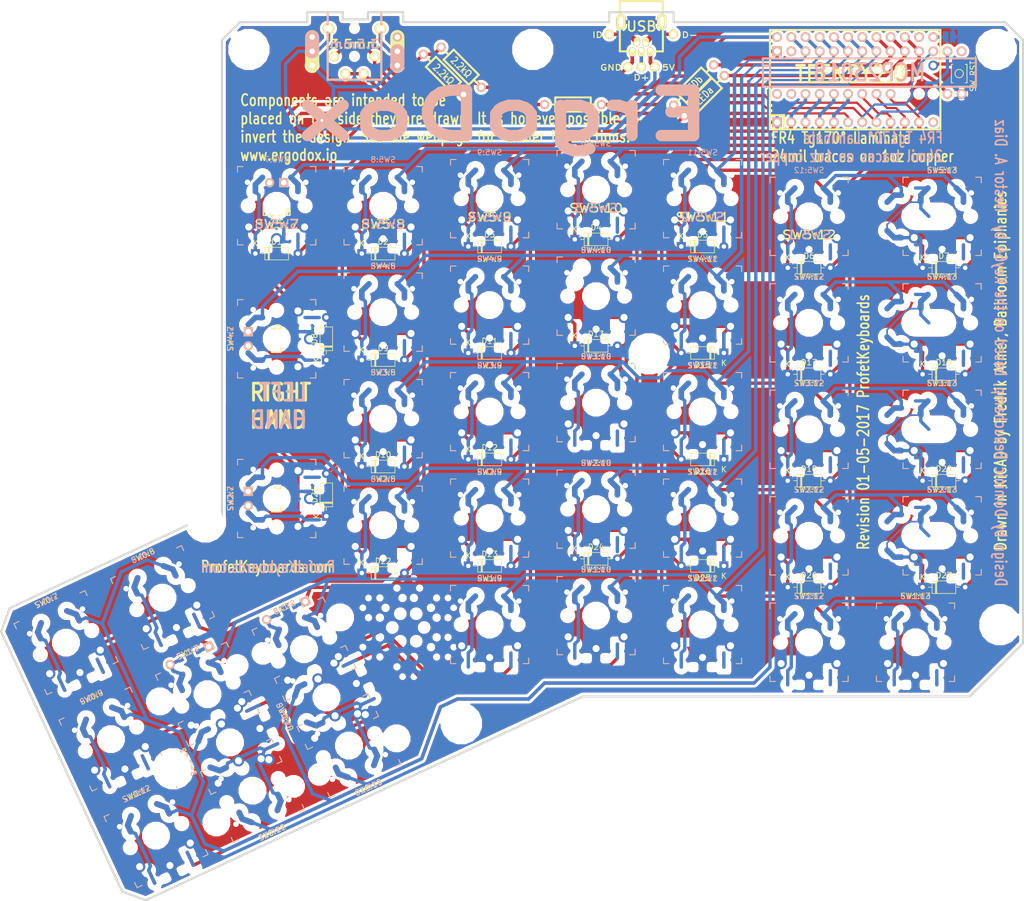
<source format=kicad_pcb>
(kicad_pcb (version 20171130) (host pcbnew "(5.1.5)-3")
  (layers (0 Front signal) (31 Back signal hide) (34 B.Paste user) (35 F.Paste user) (36 B.SilkS user hide) (37 F.SilkS user) (38 B.Mask user) (39 F.Mask user) (44 Edge.Cuts user))
  (net 0 "")
  (net 1 /COL0)
  (net 2 /COL1)
  (net 3 /COL10)
  (net 4 /COL11)
  (net 5 /COL4)
  (net 6 /COL5)
  (net 7 /COL6)
  (net 8 /LED_A)
  (net 9 /LED_B)
  (net 10 /LED_C)
  (net 11 /ROW0)
  (net 12 /ROW1)
  (net 13 /ROW2)
  (net 14 /ROW3)
  (net 15 /ROW4)
  (net 16 /ROW5)
  (net 17 /SCLM)
  (net 18 /SDAM)
  (net 19 GND)
  (net 20 VCC)
  (net 21 "Net-(D1:7-Pad1)")
  (net 22 "Net-(D1:8-Pad1)")
  (net 23 "Net-(J1-Pad1)")
  (net 24 "Net-(J1-Pad2)")
  (net 25 "Net-(J1-Pad3)")
  (net 26 "Net-(J1-Pad4)")
  (net 27 "Net-(J1-Pad5)")
  (net 28 "Net-(LED_A1-Pad1)")
  (net 29 "Net-(LED_B1-Pad1)")
  (net 30 "Net-(LED_C1-Pad1)")
  (net 31 "Net-(SW0:7-Pad2)")
  (net 32 "Net-(SW0:8-Pad2)")
  (net 33 "Net-(SW0:9-Pad2)")
  (net 34 "Net-(SW0:10-Pad2)")
  (net 35 "Net-(SW0:11-Pad2)")
  (net 36 "Net-(SW0:12-Pad2)")
  (net 37 "Net-(SW1:9-Pad2)")
  (net 38 "Net-(SW1:10-Pad2)")
  (net 39 "Net-(SW1:11-Pad2)")
  (net 40 "Net-(SW1:12-Pad2)")
  (net 41 "Net-(SW1:13-Pad2)")
  (net 42 "Net-(SW2:7-Pad2)")
  (net 43 "Net-(SW2:8-Pad2)")
  (net 44 "Net-(SW2:9-Pad2)")
  (net 45 "Net-(SW2:10-Pad2)")
  (net 46 "Net-(SW2:11-Pad2)")
  (net 47 "Net-(SW2:12-Pad2)")
  (net 48 "Net-(SW3:8-Pad2)")
  (net 49 "Net-(SW3:9-Pad2)")
  (net 50 "Net-(SW3:10-Pad2)")
  (net 51 "Net-(SW3:11-Pad2)")
  (net 52 "Net-(SW3:12-Pad2)")
  (net 53 "Net-(SW4:7-Pad2)")
  (net 54 "Net-(SW4:8-Pad2)")
  (net 55 "Net-(SW4:9-Pad2)")
  (net 56 "Net-(SW4:11-Pad2)")
  (net 57 "Net-(SW4:12-Pad2)")
  (net 58 "Net-(SW5:7-Pad2)")
  (net 59 "Net-(SW5:8-Pad2)")
  (net 60 "Net-(SW5:9-Pad2)")
  (net 61 "Net-(SW5:10-Pad2)")
  (net 62 "Net-(SW5:11-Pad2)")
  (net 63 "Net-(SW5:12-Pad2)")
  (net 64 /RST)
  (net 65 "Net-(D1-Pad1)")
  (net 66 "Net-(D2-Pad1)")
  (net 67 "Net-(D3-Pad1)")
  (net 68 "Net-(D4-Pad1)")
  (net 69 "Net-(D5-Pad1)")
  (net 70 "Net-(D6-Pad1)")
  (net 71 "Net-(D7-Pad1)")
  (net 72 "Net-(D8-Pad1)")
  (net 73 "Net-(D9-Pad1)")
  (net 74 "Net-(D10-Pad1)")
  (net 75 "Net-(D11-Pad1)")
  (net 76 "Net-(D12-Pad1)")
  (net 77 "Net-(D13-Pad1)")
  (net 78 "Net-(D14-Pad1)")
  (net 79 "Net-(D15-Pad1)")
  (net 80 "Net-(D16-Pad1)")
  (net 81 "Net-(D17-Pad1)")
  (net 82 "Net-(D18-Pad1)")
  (net 83 "Net-(D19-Pad1)")
  (net 84 "Net-(D20-Pad1)")
  (net 85 "Net-(D21-Pad1)")
  (net 86 "Net-(D22-Pad1)")
  (net 87 "Net-(D23-Pad1)")
  (net 88 "Net-(D24-Pad1)")
  (net 89 "Net-(D25-Pad1)")
  (net 90 "Net-(D26-Pad1)")
  (net 91 "Net-(D27-Pad1)")
  (net 92 "Net-(D1:1-Pad1)")
  (net 93 "Net-(D1:2-Pad1)")
  (net 94 "Net-(D1:3-Pad1)")
  (net 95 "Net-(D1:4-Pad1)")
  (net 96 "Net-(D1:5-Pad1)")
  (net 97 "Net-(D1:6-Pad1)")
  (module Diode_THT:D_DO-35_SOD27_P7.62mm_Horizontal (layer Front) (at 152.4 129.54 180)
    (fp_text reference D25 (at 3.81 -2.12) (layer F.SilkS))
    (fp_text value DIODE)
    (fp_text user K (at 0 -1.8) (layer F.SilkS))
    (pad 2 thru_hole oval (at 7.62 0 180) (size 1.6 1.6) (drill 0.8) (layers *.Cu *.Mask) (net 4 /COL11))
    (pad 1 thru_hole rect (at 0 0 180) (size 1.6 1.6) (drill 0.8) (layers *.Cu *.Mask) (net 89 "Net-(D25-Pad1)"))
  )
  (module "Keyswitches Pretty:SW_PG1350_reversible" (layer Front) (at 110.49 140.02766)
    (fp_text reference SW1:9 (at 0 -8.255) (layer F.SilkS))
    (fp_text value SW1:4)
    (fp_text user %R (at 0 -8.255) (layer B.SilkS) (effects (justify mirror)))
    (pad "" np_thru_hole circle (at -5.5 0) (size 1.7018 1.7018) (drill 1.7018) (layers *.Cu *.Mask))
    (pad "" np_thru_hole circle (at 5.5 0) (size 1.7018 1.7018) (drill 1.7018) (layers *.Cu *.Mask))
    (pad "" np_thru_hole circle (at 5.22 -4.2) (size 0.9906 0.9906) (drill 0.9906) (layers *.Cu *.Mask))
    (pad 1 thru_hole circle (at 0 5.9) (size 2.032 2.032) (drill 1.27) (layers *.Cu *.Mask) (net 12 /ROW1))
    (pad 2 thru_hole circle (at -5 3.8) (size 2.032 2.032) (drill 1.27) (layers *.Cu *.Mask) (net 37 "Net-(SW1:9-Pad2)"))
    (pad "" np_thru_hole circle (at 0 0) (size 3.429 3.429) (drill 3.429) (layers *.Cu *.Mask))
    (pad 2 thru_hole circle (at 5 3.8) (size 2.032 2.032) (drill 1.27) (layers *.Cu *.Mask) (net 37 "Net-(SW1:9-Pad2)"))
    (pad "" np_thru_hole circle (at -5.22 -4.2) (size 0.9906 0.9906) (drill 0.9906) (layers *.Cu *.Mask))
  )
  (module "Keyswitches Pretty:SW_PG1350_reversible" (layer Front) (at 91.44 122.24766)
    (fp_text reference SW2:8 (at 0 -8.255) (layer F.SilkS))
    (fp_text value SW2:5)
    (fp_text user %R (at 0 -8.255) (layer B.SilkS) (effects (justify mirror)))
    (pad "" np_thru_hole circle (at -5.5 0) (size 1.7018 1.7018) (drill 1.7018) (layers *.Cu *.Mask))
    (pad "" np_thru_hole circle (at 5.5 0) (size 1.7018 1.7018) (drill 1.7018) (layers *.Cu *.Mask))
    (pad "" np_thru_hole circle (at 5.22 -4.2) (size 0.9906 0.9906) (drill 0.9906) (layers *.Cu *.Mask))
    (pad 1 thru_hole circle (at 0 5.9) (size 2.032 2.032) (drill 1.27) (layers *.Cu *.Mask) (net 13 /ROW2))
    (pad 2 thru_hole circle (at -5 3.8) (size 2.032 2.032) (drill 1.27) (layers *.Cu *.Mask) (net 86 "Net-(D22-Pad1)"))
    (pad "" np_thru_hole circle (at 0 0) (size 3.429 3.429) (drill 3.429) (layers *.Cu *.Mask))
    (pad 2 thru_hole circle (at 5 3.8) (size 2.032 2.032) (drill 1.27) (layers *.Cu *.Mask) (net 86 "Net-(D22-Pad1)"))
    (pad "" np_thru_hole circle (at -5.22 -4.2) (size 0.9906 0.9906) (drill 0.9906) (layers *.Cu *.Mask))
  )
  (module "Keyswitches Pretty:SW_PG1350_reversible" (layer Front) (at 167.64 86.05266)
    (fp_text reference SW4:12 (at 0 -8.255) (layer F.SilkS))
    (fp_text value SW4:1)
    (fp_text user %R (at 0 -8.255) (layer B.SilkS) (effects (justify mirror)))
    (pad "" np_thru_hole circle (at -5.5 0) (size 1.7018 1.7018) (drill 1.7018) (layers *.Cu *.Mask))
    (pad "" np_thru_hole circle (at 5.5 0) (size 1.7018 1.7018) (drill 1.7018) (layers *.Cu *.Mask))
    (pad "" np_thru_hole circle (at 5.22 -4.2) (size 0.9906 0.9906) (drill 0.9906) (layers *.Cu *.Mask))
    (pad 1 thru_hole circle (at 0 5.9) (size 2.032 2.032) (drill 1.27) (layers *.Cu *.Mask) (net 15 /ROW4))
    (pad 2 thru_hole circle (at -5 3.8) (size 2.032 2.032) (drill 1.27) (layers *.Cu *.Mask) (net 81 "Net-(D17-Pad1)"))
    (pad "" np_thru_hole circle (at 0 0) (size 3.429 3.429) (drill 3.429) (layers *.Cu *.Mask))
    (pad 2 thru_hole circle (at 5 3.8) (size 2.032 2.032) (drill 1.27) (layers *.Cu *.Mask) (net 81 "Net-(D17-Pad1)"))
    (pad "" np_thru_hole circle (at -5.22 -4.2) (size 0.9906 0.9906) (drill 0.9906) (layers *.Cu *.Mask))
  )
  (module "Keyswitches Pretty:SW_PG1350_reversible" (layer Front) (at 91.44 84.14766)
    (fp_text reference SW4:8 (at 0 -8.255) (layer F.SilkS))
    (fp_text value SW4:5)
    (fp_text user %R (at 0 -8.255) (layer B.SilkS) (effects (justify mirror)))
    (pad "" np_thru_hole circle (at -5.5 0) (size 1.7018 1.7018) (drill 1.7018) (layers *.Cu *.Mask))
    (pad "" np_thru_hole circle (at 5.5 0) (size 1.7018 1.7018) (drill 1.7018) (layers *.Cu *.Mask))
    (pad "" np_thru_hole circle (at 5.22 -4.2) (size 0.9906 0.9906) (drill 0.9906) (layers *.Cu *.Mask))
    (pad 1 thru_hole circle (at 0 5.9) (size 2.032 2.032) (drill 1.27) (layers *.Cu *.Mask) (net 15 /ROW4))
    (pad 2 thru_hole circle (at -5 3.8) (size 2.032 2.032) (drill 1.27) (layers *.Cu *.Mask) (net 73 "Net-(D9-Pad1)"))
    (pad "" np_thru_hole circle (at 0 0) (size 3.429 3.429) (drill 3.429) (layers *.Cu *.Mask))
    (pad 2 thru_hole circle (at 5 3.8) (size 2.032 2.032) (drill 1.27) (layers *.Cu *.Mask) (net 73 "Net-(D9-Pad1)"))
    (pad "" np_thru_hole circle (at -5.22 -4.2) (size 0.9906 0.9906) (drill 0.9906) (layers *.Cu *.Mask))
  )
  (module "Keyswitches Pretty:SW_PG1350_reversible" (layer Front) (at 148.59 82.87766)
    (fp_text reference SW4:11 (at 0 -8.255) (layer F.SilkS))
    (fp_text value SW4:2)
    (fp_text user %R (at 0 -8.255) (layer B.SilkS) (effects (justify mirror)))
    (pad "" np_thru_hole circle (at -5.5 0) (size 1.7018 1.7018) (drill 1.7018) (layers *.Cu *.Mask))
    (pad "" np_thru_hole circle (at 5.5 0) (size 1.7018 1.7018) (drill 1.7018) (layers *.Cu *.Mask))
    (pad "" np_thru_hole circle (at 5.22 -4.2) (size 0.9906 0.9906) (drill 0.9906) (layers *.Cu *.Mask))
    (pad 1 thru_hole circle (at 0 5.9) (size 2.032 2.032) (drill 1.27) (layers *.Cu *.Mask) (net 15 /ROW4))
    (pad 2 thru_hole circle (at -5 3.8) (size 2.032 2.032) (drill 1.27) (layers *.Cu *.Mask) (net 79 "Net-(D15-Pad1)"))
    (pad "" np_thru_hole circle (at 0 0) (size 3.429 3.429) (drill 3.429) (layers *.Cu *.Mask))
    (pad 2 thru_hole circle (at 5 3.8) (size 2.032 2.032) (drill 1.27) (layers *.Cu *.Mask) (net 79 "Net-(D15-Pad1)"))
    (pad "" np_thru_hole circle (at -5.22 -4.2) (size 0.9906 0.9906) (drill 0.9906) (layers *.Cu *.Mask))
  )
  (module "Keyswitches Pretty:SW_PG1350_reversible" (layer Front) (at 129.54 62.23)
    (fp_text reference SW5:10 (at 0 3.302) (layer F.SilkS) (effects (font (size 1.524 1.778) (thickness 0.254))))
    (fp_text value SW5:3 (at 0 3.302) (layer B.SilkS) (effects (font (size 1.524 1.778) (thickness 0.254)) (justify mirror)))
    (fp_text user %R (at 0 -8.255) (layer B.SilkS) (effects (justify mirror)))
    (pad "" np_thru_hole circle (at -5.5 0) (size 1.7018 1.7018) (drill 1.7018) (layers *.Cu *.Mask))
    (pad "" np_thru_hole circle (at 5.5 0) (size 1.7018 1.7018) (drill 1.7018) (layers *.Cu *.Mask))
    (pad "" np_thru_hole circle (at 5.22 -4.2) (size 0.9906 0.9906) (drill 0.9906) (layers *.Cu *.Mask))
    (pad 1 thru_hole circle (at 0 5.9) (size 2.032 2.032) (drill 1.27) (layers *.Cu *.Mask) (net 16 /ROW5))
    (pad 2 thru_hole circle (at -5 3.8) (size 2.032 2.032) (drill 1.27) (layers *.Cu *.Mask) (net 68 "Net-(D4-Pad1)"))
    (pad "" np_thru_hole circle (at 0 0) (size 3.429 3.429) (drill 3.429) (layers *.Cu *.Mask))
    (pad 2 thru_hole circle (at 5 3.8) (size 2.032 2.032) (drill 1.27) (layers *.Cu *.Mask) (net 68 "Net-(D4-Pad1)"))
    (pad "" np_thru_hole circle (at -5.22 -4.2) (size 0.9906 0.9906) (drill 0.9906) (layers *.Cu *.Mask))
  )
  (module "Keyswitches Pretty:SW_PG1350_reversible" (layer Front) (at 110.49 63.82766)
    (fp_text reference SW5:9 (at 0 3.302) (layer F.SilkS) (effects (font (size 1.524 1.778) (thickness 0.254))))
    (fp_text value SW5:4 (at 0 3.302) (layer B.SilkS) (effects (font (size 1.524 1.778) (thickness 0.254)) (justify mirror)))
    (fp_text user %R (at 0 -8.255) (layer B.SilkS) (effects (justify mirror)))
    (pad "" np_thru_hole circle (at -5.5 0) (size 1.7018 1.7018) (drill 1.7018) (layers *.Cu *.Mask))
    (pad "" np_thru_hole circle (at 5.5 0) (size 1.7018 1.7018) (drill 1.7018) (layers *.Cu *.Mask))
    (pad "" np_thru_hole circle (at 5.22 -4.2) (size 0.9906 0.9906) (drill 0.9906) (layers *.Cu *.Mask))
    (pad 1 thru_hole circle (at 0 5.9) (size 2.032 2.032) (drill 1.27) (layers *.Cu *.Mask) (net 16 /ROW5))
    (pad 2 thru_hole circle (at -5 3.8) (size 2.032 2.032) (drill 1.27) (layers *.Cu *.Mask) (net 67 "Net-(D3-Pad1)"))
    (pad "" np_thru_hole circle (at 0 0) (size 3.429 3.429) (drill 3.429) (layers *.Cu *.Mask))
    (pad 2 thru_hole circle (at 5 3.8) (size 2.032 2.032) (drill 1.27) (layers *.Cu *.Mask) (net 67 "Net-(D3-Pad1)"))
    (pad "" np_thru_hole circle (at -5.22 -4.2) (size 0.9906 0.9906) (drill 0.9906) (layers *.Cu *.Mask))
  )
  (module Diode_THT:D_DO-35_SOD27_P7.62mm_Horizontal (layer Front) (at 187.96 133.35)
    (fp_text reference D27 (at 3.81 -2.12) (layer F.SilkS))
    (fp_text value DIODE)
    (fp_text user K (at 0 -1.8) (layer F.SilkS))
    (pad 2 thru_hole oval (at 7.62 0) (size 1.6 1.6) (drill 0.8) (layers *.Cu *.Mask) (net 1 /COL0))
    (pad 1 thru_hole rect (at 0 0) (size 1.6 1.6) (drill 0.8) (layers *.Cu *.Mask) (net 91 "Net-(D27-Pad1)"))
  )
  (module Diode_THT:D_DO-35_SOD27_P7.62mm_Horizontal (layer Front) (at 163.83 133.35)
    (fp_text reference D26 (at 3.81 -2.12) (layer F.SilkS))
    (fp_text value DIODE)
    (fp_text user K (at 0 -1.8) (layer F.SilkS))
    (pad 2 thru_hole oval (at 7.62 0) (size 1.6 1.6) (drill 0.8) (layers *.Cu *.Mask) (net 2 /COL1))
    (pad 1 thru_hole rect (at 0 0) (size 1.6 1.6) (drill 0.8) (layers *.Cu *.Mask) (net 90 "Net-(D26-Pad1)"))
  )
  (module Diode_THT:D_DO-35_SOD27_P7.62mm_Horizontal (layer Front) (at 125.73 128.27)
    (fp_text reference D24 (at 3.81 -2.12) (layer F.SilkS))
    (fp_text value DIODE)
    (fp_text user K (at 0 -1.8) (layer F.SilkS))
    (pad 2 thru_hole oval (at 7.62 0) (size 1.6 1.6) (drill 0.8) (layers *.Cu *.Mask) (net 3 /COL10))
    (pad 1 thru_hole rect (at 0 0) (size 1.6 1.6) (drill 0.8) (layers *.Cu *.Mask) (net 88 "Net-(D24-Pad1)"))
  )
  (module Diode_THT:D_DO-35_SOD27_P7.62mm_Horizontal (layer Front) (at 106.68 129.54)
    (fp_text reference D23 (at 3.81 -2.12) (layer F.SilkS))
    (fp_text value DIODE)
    (fp_text user K (at 0 -1.8) (layer F.SilkS))
    (pad 2 thru_hole oval (at 7.62 0) (size 1.6 1.6) (drill 0.8) (layers *.Cu *.Mask) (net 5 /COL4))
    (pad 1 thru_hole rect (at 0 0) (size 1.6 1.6) (drill 0.8) (layers *.Cu *.Mask) (net 87 "Net-(D23-Pad1)"))
  )
  (module Diode_THT:D_DO-35_SOD27_P7.62mm_Horizontal (layer Front) (at 87.63 130.81)
    (fp_text reference D22 (at 3.81 -2.12) (layer F.SilkS))
    (fp_text value DIODE)
    (fp_text user K (at 0 -1.8) (layer F.SilkS))
    (pad 2 thru_hole oval (at 7.62 0) (size 1.6 1.6) (drill 0.8) (layers *.Cu *.Mask) (net 6 /COL5))
    (pad 1 thru_hole rect (at 0 0) (size 1.6 1.6) (drill 0.8) (layers *.Cu *.Mask) (net 86 "Net-(D22-Pad1)"))
  )
  (module Diode_THT:D_DO-35_SOD27_P7.62mm_Horizontal (layer Front) (at 81.28 120.65 90)
    (fp_text reference D21 (at 3.81 -2.12 90) (layer F.SilkS))
    (fp_text value DIODE)
    (fp_text user K (at 0 -1.8 90) (layer F.SilkS))
    (pad 2 thru_hole oval (at 7.62 0 90) (size 1.6 1.6) (drill 0.8) (layers *.Cu *.Mask) (net 7 /COL6))
    (pad 1 thru_hole rect (at 0 0 90) (size 1.6 1.6) (drill 0.8) (layers *.Cu *.Mask) (net 85 "Net-(D21-Pad1)"))
  )
  (module Diode_THT:D_DO-35_SOD27_P7.62mm_Horizontal (layer Front) (at 187.96 114.3)
    (fp_text reference D20 (at 3.81 -2.12) (layer F.SilkS))
    (fp_text value DIODE)
    (fp_text user K (at 0 -1.8) (layer F.SilkS))
    (pad 2 thru_hole oval (at 7.62 0) (size 1.6 1.6) (drill 0.8) (layers *.Cu *.Mask) (net 1 /COL0))
    (pad 1 thru_hole rect (at 0 0) (size 1.6 1.6) (drill 0.8) (layers *.Cu *.Mask) (net 84 "Net-(D20-Pad1)"))
  )
  (module Diode_THT:D_DO-35_SOD27_P7.62mm_Horizontal (layer Front) (at 187.96 95.25)
    (fp_text reference D19 (at 3.81 -2.12) (layer F.SilkS))
    (fp_text value DIODE)
    (fp_text user K (at 0 -1.8) (layer F.SilkS))
    (pad 2 thru_hole oval (at 7.62 0) (size 1.6 1.6) (drill 0.8) (layers *.Cu *.Mask) (net 1 /COL0))
    (pad 1 thru_hole rect (at 0 0) (size 1.6 1.6) (drill 0.8) (layers *.Cu *.Mask) (net 83 "Net-(D19-Pad1)"))
  )
  (module Diode_THT:D_DO-35_SOD27_P7.62mm_Horizontal (layer Front) (at 163.83 114.3)
    (fp_text reference D18 (at 3.81 -2.12) (layer F.SilkS))
    (fp_text value DIODE)
    (fp_text user K (at 0 -1.8) (layer F.SilkS))
    (pad 2 thru_hole oval (at 7.62 0) (size 1.6 1.6) (drill 0.8) (layers *.Cu *.Mask) (net 2 /COL1))
    (pad 1 thru_hole rect (at 0 0) (size 1.6 1.6) (drill 0.8) (layers *.Cu *.Mask) (net 82 "Net-(D18-Pad1)"))
  )
  (module Diode_THT:D_DO-35_SOD27_P7.62mm_Horizontal (layer Front) (at 163.83 95.25)
    (fp_text reference D17 (at 3.81 -2.12) (layer F.SilkS))
    (fp_text value DIODE)
    (fp_text user K (at 0 -1.8) (layer F.SilkS))
    (pad 2 thru_hole oval (at 7.62 0) (size 1.6 1.6) (drill 0.8) (layers *.Cu *.Mask) (net 2 /COL1))
    (pad 1 thru_hole rect (at 0 0) (size 1.6 1.6) (drill 0.8) (layers *.Cu *.Mask) (net 81 "Net-(D17-Pad1)"))
  )
  (module Diode_THT:D_DO-35_SOD27_P7.62mm_Horizontal (layer Front) (at 152.4 110.49 180)
    (fp_text reference D16 (at 3.81 -2.12) (layer F.SilkS))
    (fp_text value DIODE)
    (fp_text user K (at 0 -1.8) (layer F.SilkS))
    (pad 2 thru_hole oval (at 7.62 0 180) (size 1.6 1.6) (drill 0.8) (layers *.Cu *.Mask) (net 4 /COL11))
    (pad 1 thru_hole rect (at 0 0 180) (size 1.6 1.6) (drill 0.8) (layers *.Cu *.Mask) (net 80 "Net-(D16-Pad1)"))
  )
  (module Diode_THT:D_DO-35_SOD27_P7.62mm_Horizontal (layer Front) (at 152.4 91.44 180)
    (fp_text reference D15 (at 3.81 -2.12) (layer F.SilkS))
    (fp_text value DIODE)
    (fp_text user K (at 0 -1.8) (layer F.SilkS))
    (pad 1 thru_hole rect (at 0 0 180) (size 1.6 1.6) (drill 0.8) (layers *.Cu *.Mask) (net 79 "Net-(D15-Pad1)"))
    (pad 2 thru_hole oval (at 7.62 0 180) (size 1.6 1.6) (drill 0.8) (layers *.Cu *.Mask) (net 4 /COL11))
  )
  (module Diode_THT:D_DO-35_SOD27_P7.62mm_Horizontal (layer Front) (at 125.73 90.17)
    (fp_text reference D13 (at 3.81 -2.12) (layer F.SilkS))
    (fp_text value DIODE)
    (fp_text user K (at 0 -1.8) (layer F.SilkS))
    (pad 2 thru_hole oval (at 7.62 0) (size 1.6 1.6) (drill 0.8) (layers *.Cu *.Mask) (net 3 /COL10))
    (pad 1 thru_hole rect (at 0 0) (size 1.6 1.6) (drill 0.8) (layers *.Cu *.Mask) (net 77 "Net-(D13-Pad1)"))
  )
  (module Diode_THT:D_DO-35_SOD27_P7.62mm_Horizontal (layer Front) (at 106.68 110.49)
    (fp_text reference D12 (at 3.81 -2.12) (layer F.SilkS))
    (fp_text value DIODE)
    (fp_text user K (at 0 -1.8) (layer F.SilkS))
    (pad 2 thru_hole oval (at 7.62 0) (size 1.6 1.6) (drill 0.8) (layers *.Cu *.Mask) (net 5 /COL4))
    (pad 1 thru_hole rect (at 0 0) (size 1.6 1.6) (drill 0.8) (layers *.Cu *.Mask) (net 76 "Net-(D12-Pad1)"))
  )
  (module Diode_THT:D_DO-35_SOD27_P7.62mm_Horizontal (layer Front) (at 106.68 91.44)
    (fp_text reference D11 (at 3.81 -2.12) (layer F.SilkS))
    (fp_text value DIODE)
    (fp_text user K (at 0 -1.8) (layer F.SilkS))
    (pad 2 thru_hole oval (at 7.62 0) (size 1.6 1.6) (drill 0.8) (layers *.Cu *.Mask) (net 5 /COL4))
    (pad 1 thru_hole rect (at 0 0) (size 1.6 1.6) (drill 0.8) (layers *.Cu *.Mask) (net 75 "Net-(D11-Pad1)"))
  )
  (module Diode_THT:D_DO-35_SOD27_P7.62mm_Horizontal (layer Front) (at 87.63 111.76)
    (fp_text reference D10 (at 3.81 -2.12) (layer F.SilkS))
    (fp_text value DIODE)
    (fp_text user K (at 0 -1.8) (layer F.SilkS))
    (pad 2 thru_hole oval (at 7.62 0) (size 1.6 1.6) (drill 0.8) (layers *.Cu *.Mask) (net 6 /COL5))
    (pad 1 thru_hole rect (at 0 0) (size 1.6 1.6) (drill 0.8) (layers *.Cu *.Mask) (net 74 "Net-(D10-Pad1)"))
  )
  (module Diode_THT:D_DO-35_SOD27_P7.62mm_Horizontal (layer Front) (at 87.63 92.71)
    (fp_text reference D9 (at 3.81 -2.12) (layer F.SilkS))
    (fp_text value DIODE)
    (fp_text user K (at 0 -1.8) (layer F.SilkS))
    (pad 2 thru_hole oval (at 7.62 0) (size 1.6 1.6) (drill 0.8) (layers *.Cu *.Mask) (net 6 /COL5))
    (pad 1 thru_hole rect (at 0 0) (size 1.6 1.6) (drill 0.8) (layers *.Cu *.Mask) (net 73 "Net-(D9-Pad1)"))
  )
  (module Diode_THT:D_DO-35_SOD27_P7.62mm_Horizontal (layer Front) (at 81.28 92.71 90)
    (fp_text reference D8 (at 3.81 -2.12 90) (layer F.SilkS))
    (fp_text value DIODE)
    (fp_text user K (at 0 -1.8 90) (layer F.SilkS))
    (pad 2 thru_hole oval (at 7.62 0 90) (size 1.6 1.6) (drill 0.8) (layers *.Cu *.Mask) (net 7 /COL6))
    (pad 1 thru_hole rect (at 0 0 90) (size 1.6 1.6) (drill 0.8) (layers *.Cu *.Mask) (net 72 "Net-(D8-Pad1)"))
  )
  (module Diode_THT:D_DO-35_SOD27_P7.62mm_Horizontal (layer Front) (at 187.96 76.2)
    (fp_text reference D7 (at 3.81 -2.12) (layer F.SilkS))
    (fp_text value DIODE)
    (fp_text user K (at 0 -1.8) (layer F.SilkS))
    (pad 2 thru_hole oval (at 7.62 0) (size 1.6 1.6) (drill 0.8) (layers *.Cu *.Mask) (net 1 /COL0))
    (pad 1 thru_hole rect (at 0 0) (size 1.6 1.6) (drill 0.8) (layers *.Cu *.Mask) (net 71 "Net-(D7-Pad1)"))
  )
  (module Diode_THT:D_DO-35_SOD27_P7.62mm_Horizontal (layer Front) (at 163.83 76.2)
    (fp_text reference D6 (at 3.81 -2.12) (layer F.SilkS))
    (fp_text value DIODE)
    (fp_text user K (at 0 -1.8) (layer F.SilkS))
    (pad 2 thru_hole oval (at 7.62 0) (size 1.6 1.6) (drill 0.8) (layers *.Cu *.Mask) (net 2 /COL1))
    (pad 1 thru_hole rect (at 0 0) (size 1.6 1.6) (drill 0.8) (layers *.Cu *.Mask) (net 70 "Net-(D6-Pad1)"))
  )
  (module Diode_THT:D_DO-35_SOD27_P7.62mm_Horizontal (layer Front) (at 144.78 72.39)
    (fp_text reference D5 (at 3.81 -2.12) (layer F.SilkS))
    (fp_text value DIODE)
    (fp_text user K (at 0 -1.8) (layer F.SilkS))
    (pad 2 thru_hole oval (at 7.62 0) (size 1.6 1.6) (drill 0.8) (layers *.Cu *.Mask) (net 4 /COL11))
    (pad 1 thru_hole rect (at 0 0) (size 1.6 1.6) (drill 0.8) (layers *.Cu *.Mask) (net 69 "Net-(D5-Pad1)"))
  )
  (module Diode_THT:D_DO-35_SOD27_P7.62mm_Horizontal (layer Front) (at 125.73 71.12)
    (fp_text reference D4 (at 3.81 -2.12) (layer F.SilkS))
    (fp_text value DIODE)
    (fp_text user K (at 0 -1.8) (layer F.SilkS))
    (pad 2 thru_hole oval (at 7.62 0) (size 1.6 1.6) (drill 0.8) (layers *.Cu *.Mask) (net 3 /COL10))
    (pad 1 thru_hole rect (at 0 0) (size 1.6 1.6) (drill 0.8) (layers *.Cu *.Mask) (net 68 "Net-(D4-Pad1)"))
  )
  (module Diode_THT:D_DO-35_SOD27_P7.62mm_Horizontal (layer Front) (at 106.68 72.39)
    (fp_text reference D3 (at 3.81 -2.12) (layer F.SilkS))
    (fp_text value DIODE)
    (fp_text user K (at 0 -1.8) (layer F.SilkS))
    (pad 2 thru_hole oval (at 7.62 0) (size 1.6 1.6) (drill 0.8) (layers *.Cu *.Mask) (net 5 /COL4))
    (pad 1 thru_hole rect (at 0 0) (size 1.6 1.6) (drill 0.8) (layers *.Cu *.Mask) (net 67 "Net-(D3-Pad1)"))
  )
  (module Diode_THT:D_DO-35_SOD27_P7.62mm_Horizontal (layer Front) (at 87.63 73.66)
    (fp_text reference D2 (at 3.81 -2.12) (layer F.SilkS))
    (fp_text value DIODE)
    (fp_text user K (at 0 -1.8) (layer F.SilkS))
    (pad 2 thru_hole oval (at 7.62 0) (size 1.6 1.6) (drill 0.8) (layers *.Cu *.Mask) (net 6 /COL5))
    (pad 1 thru_hole rect (at 0 0) (size 1.6 1.6) (drill 0.8) (layers *.Cu *.Mask) (net 66 "Net-(D2-Pad1)"))
  )
  (module Diode_THT:D_DO-35_SOD27_P7.62mm_Horizontal (layer Front) (at 68.58 73.66)
    (fp_text reference D1 (at 3.81 -2.12) (layer F.SilkS))
    (fp_text value DIODE)
    (fp_text user K (at 0 -1.8) (layer F.SilkS))
    (pad 2 thru_hole oval (at 7.62 0) (size 1.6 1.6) (drill 0.8) (layers *.Cu *.Mask) (net 7 /COL6))
    (pad 1 thru_hole rect (at 0 0) (size 1.6 1.6) (drill 0.8) (layers *.Cu *.Mask) (net 65 "Net-(D1-Pad1)"))
  )
  (module "Keyswitches Pretty:SW_PG1350_reversible" (layer Front) (at 68.06438 169.7482 205)
    (fp_text reference SX0:11 (at 0 -8.255 25) (layer F.SilkS))
    (fp_text value SX0:2)
    (fp_text user %R (at 0 -8.255 25) (layer B.SilkS) (effects (justify mirror)))
    (pad "" np_thru_hole circle (at -5.5 0 205) (size 1.7018 1.7018) (drill 1.7018) (layers *.Cu *.Mask))
    (pad "" np_thru_hole circle (at 5.5 0 205) (size 1.7018 1.7018) (drill 1.7018) (layers *.Cu *.Mask))
    (pad "" np_thru_hole circle (at 5.22 -4.2 205) (size 0.9906 0.9906) (drill 0.9906) (layers *.Cu *.Mask))
    (pad 1 thru_hole circle (at 0 5.9 205) (size 2.032 2.032) (drill 1.27) (layers *.Cu *.Mask) (net 11 /ROW0))
    (pad 2 thru_hole circle (at -5 3.8 205) (size 2.032 2.032) (drill 1.27) (layers *.Cu *.Mask) (net 96 "Net-(D1:5-Pad1)"))
    (pad "" np_thru_hole circle (at 0 0 205) (size 3.429 3.429) (drill 3.429) (layers *.Cu *.Mask))
    (pad 2 thru_hole circle (at 5 3.8 205) (size 2.032 2.032) (drill 1.27) (layers *.Cu *.Mask) (net 96 "Net-(D1:5-Pad1)"))
    (pad "" np_thru_hole circle (at -5.22 -4.2 205) (size 0.9906 0.9906) (drill 0.9906) (layers *.Cu *.Mask))
  )
  (module "Keyswitches Pretty:SW_PG1350_reversible" (layer Front) (at 85.3313 161.69894 205)
    (fp_text reference SX0:10 (at 0 -8.255 25) (layer F.SilkS))
    (fp_text value SX0:3)
    (fp_text user %R (at 0 -8.255 25) (layer B.SilkS) (effects (justify mirror)))
    (pad "" np_thru_hole circle (at -5.5 0 205) (size 1.7018 1.7018) (drill 1.7018) (layers *.Cu *.Mask))
    (pad "" np_thru_hole circle (at 5.5 0 205) (size 1.7018 1.7018) (drill 1.7018) (layers *.Cu *.Mask))
    (pad "" np_thru_hole circle (at 5.22 -4.2 205) (size 0.9906 0.9906) (drill 0.9906) (layers *.Cu *.Mask))
    (pad 1 thru_hole circle (at 0 5.9 205) (size 2.032 2.032) (drill 1.27) (layers *.Cu *.Mask) (net 11 /ROW0))
    (pad 2 thru_hole circle (at -5 3.8 205) (size 2.032 2.032) (drill 1.27) (layers *.Cu *.Mask) (net 95 "Net-(D1:4-Pad1)"))
    (pad "" np_thru_hole circle (at 0 0 205) (size 3.429 3.429) (drill 3.429) (layers *.Cu *.Mask))
    (pad 2 thru_hole circle (at 5 3.8 205) (size 2.032 2.032) (drill 1.27) (layers *.Cu *.Mask) (net 95 "Net-(D1:4-Pad1)"))
    (pad "" np_thru_hole circle (at -5.22 -4.2 205) (size 0.9906 0.9906) (drill 0.9906) (layers *.Cu *.Mask))
  )
  (module MX_LED (layer Front) (at 72.39 55.88)
    (fp_text reference LED_A1 hide)
    (fp_text value LEDa (at 0 10.16) (layer F.SilkS) (effects (font (size 1.651 1.524) (thickness 0.254))))
    (pad 1 thru_hole circle (at -1.27 5.08) (size 1.651 1.651) (drill 0.9906) (layers *.Cu *.SilkS *.Mask) (net 28 "Net-(LED_A1-Pad1)"))
    (pad 2 thru_hole rect (at 1.27 5.08) (size 1.651 1.651) (drill 0.9906) (layers *.Cu *.SilkS *.Mask) (net 19 GND))
  )
  (module "Keyswitches Pretty:SW_PG1350_reversible" (layer Front) (at 50.8 177.8 25)
    (fp_text reference SW0:12 (at 0 -8.255 25) (layer F.SilkS))
    (fp_text value SW0:1)
    (fp_text user %R (at 0 -8.255 25) (layer B.SilkS) (effects (justify mirror)))
    (pad "" np_thru_hole circle (at -5.5 0 25) (size 1.7018 1.7018) (drill 1.7018) (layers *.Cu *.Mask))
    (pad "" np_thru_hole circle (at 5.5 0 25) (size 1.7018 1.7018) (drill 1.7018) (layers *.Cu *.Mask))
    (pad "" np_thru_hole circle (at 5.22 -4.2 25) (size 0.9906 0.9906) (drill 0.9906) (layers *.Cu *.Mask))
    (pad 1 thru_hole circle (at 0 5.9 25) (size 2.032 2.032) (drill 1.27) (layers *.Cu *.Mask) (net 11 /ROW0))
    (pad 2 thru_hole circle (at -5 3.8 25) (size 2.032 2.032) (drill 1.27) (layers *.Cu *.Mask) (net 97 "Net-(D1:6-Pad1)"))
    (pad "" np_thru_hole circle (at 0 0 25) (size 3.429 3.429) (drill 3.429) (layers *.Cu *.Mask))
    (pad 2 thru_hole circle (at 5 3.8 25) (size 2.032 2.032) (drill 1.27) (layers *.Cu *.Mask) (net 97 "Net-(D1:6-Pad1)"))
    (pad "" np_thru_hole circle (at -5.22 -4.2 25) (size 0.9906 0.9906) (drill 0.9906) (layers *.Cu *.Mask))
  )
  (module "Keyswitches Pretty:SW_PG1350_reversible" (layer Front) (at 64.03848 161.11728 115)
    (fp_text reference SW0:11 (at 0 -8.255 115) (layer F.SilkS))
    (fp_text value SW0:2)
    (fp_text user %R (at 0 -8.255 115) (layer B.SilkS) (effects (justify mirror)))
    (pad "" np_thru_hole circle (at -5.5 0 115) (size 1.7018 1.7018) (drill 1.7018) (layers *.Cu *.Mask))
    (pad "" np_thru_hole circle (at 5.5 0 115) (size 1.7018 1.7018) (drill 1.7018) (layers *.Cu *.Mask))
    (pad "" np_thru_hole circle (at 5.22 -4.2 115) (size 0.9906 0.9906) (drill 0.9906) (layers *.Cu *.Mask))
    (pad 1 thru_hole circle (at 0 5.9 115) (size 2.032 2.032) (drill 1.27) (layers *.Cu *.Mask) (net 11 /ROW0))
    (pad 2 thru_hole circle (at -5 3.8 115) (size 2.032 2.032) (drill 1.27) (layers *.Cu *.Mask) (net 96 "Net-(D1:5-Pad1)"))
    (pad "" np_thru_hole circle (at 0 0 115) (size 3.429 3.429) (drill 3.429) (layers *.Cu *.Mask))
    (pad 2 thru_hole circle (at 5 3.8 115) (size 2.032 2.032) (drill 1.27) (layers *.Cu *.Mask) (net 96 "Net-(D1:5-Pad1)"))
    (pad "" np_thru_hole circle (at -5.22 -4.2 115) (size 0.9906 0.9906) (drill 0.9906) (layers *.Cu *.Mask))
  )
  (module "Keyswitches Pretty:SW_PG1350_reversible" (layer Front) (at 81.30286 153.06548 115)
    (fp_text reference SW0:10 (at 0 -8.255 115) (layer F.SilkS))
    (fp_text value SW0:3)
    (fp_text user %R (at 0 -8.255 115) (layer B.SilkS) (effects (justify mirror)))
    (pad "" np_thru_hole circle (at -5.5 0 115) (size 1.7018 1.7018) (drill 1.7018) (layers *.Cu *.Mask))
    (pad "" np_thru_hole circle (at 5.5 0 115) (size 1.7018 1.7018) (drill 1.7018) (layers *.Cu *.Mask))
    (pad "" np_thru_hole circle (at 5.22 -4.2 115) (size 0.9906 0.9906) (drill 0.9906) (layers *.Cu *.Mask))
    (pad 1 thru_hole circle (at 0 5.9 115) (size 2.032 2.032) (drill 1.27) (layers *.Cu *.Mask) (net 11 /ROW0))
    (pad 2 thru_hole circle (at -5 3.8 115) (size 2.032 2.032) (drill 1.27) (layers *.Cu *.Mask) (net 95 "Net-(D1:4-Pad1)"))
    (pad "" np_thru_hole circle (at 0 0 115) (size 3.429 3.429) (drill 3.429) (layers *.Cu *.Mask))
    (pad 2 thru_hole circle (at 5 3.8 115) (size 2.032 2.032) (drill 1.27) (layers *.Cu *.Mask) (net 95 "Net-(D1:4-Pad1)"))
    (pad "" np_thru_hole circle (at -5.22 -4.2 115) (size 0.9906 0.9906) (drill 0.9906) (layers *.Cu *.Mask))
  )
  (module "Keyswitches Pretty:SW_PG1350_reversible" (layer Front) (at 42.7482 160.53308 25)
    (fp_text reference SW0:9 (at 0 -8.255 25) (layer F.SilkS))
    (fp_text value SW0:4)
    (fp_text user %R (at 0 -8.255 25) (layer B.SilkS) (effects (justify mirror)))
    (pad "" np_thru_hole circle (at -5.5 0 25) (size 1.7018 1.7018) (drill 1.7018) (layers *.Cu *.Mask))
    (pad "" np_thru_hole circle (at 5.5 0 25) (size 1.7018 1.7018) (drill 1.7018) (layers *.Cu *.Mask))
    (pad "" np_thru_hole circle (at 5.22 -4.2 25) (size 0.9906 0.9906) (drill 0.9906) (layers *.Cu *.Mask))
    (pad 1 thru_hole circle (at 0 5.9 25) (size 2.032 2.032) (drill 1.27) (layers *.Cu *.Mask) (net 11 /ROW0))
    (pad 2 thru_hole circle (at -5 3.8 25) (size 2.032 2.032) (drill 1.27) (layers *.Cu *.Mask) (net 94 "Net-(D1:3-Pad1)"))
    (pad "" np_thru_hole circle (at 0 0 25) (size 3.429 3.429) (drill 3.429) (layers *.Cu *.Mask))
    (pad 2 thru_hole circle (at 5 3.8 25) (size 2.032 2.032) (drill 1.27) (layers *.Cu *.Mask) (net 94 "Net-(D1:3-Pad1)"))
    (pad "" np_thru_hole circle (at -5.22 -4.2 25) (size 0.9906 0.9906) (drill 0.9906) (layers *.Cu *.Mask))
  )
  (module "Keyswitches Pretty:SW_PG1350_reversible" (layer Front) (at 51.96332 135.21944 25)
    (fp_text reference SW0:8 (at 0 -8.255 25) (layer F.SilkS))
    (fp_text value SW0:5)
    (fp_text user %R (at 0 -8.255 25) (layer B.SilkS) (effects (justify mirror)))
    (pad "" np_thru_hole circle (at -5.5 0 25) (size 1.7018 1.7018) (drill 1.7018) (layers *.Cu *.Mask))
    (pad "" np_thru_hole circle (at 5.5 0 25) (size 1.7018 1.7018) (drill 1.7018) (layers *.Cu *.Mask))
    (pad "" np_thru_hole circle (at 5.22 -4.2 25) (size 0.9906 0.9906) (drill 0.9906) (layers *.Cu *.Mask))
    (pad 1 thru_hole circle (at 0 5.9 25) (size 2.032 2.032) (drill 1.27) (layers *.Cu *.Mask) (net 11 /ROW0))
    (pad 2 thru_hole circle (at -5 3.8 25) (size 2.032 2.032) (drill 1.27) (layers *.Cu *.Mask) (net 93 "Net-(D1:2-Pad1)"))
    (pad "" np_thru_hole circle (at 0 0 25) (size 3.429 3.429) (drill 3.429) (layers *.Cu *.Mask))
    (pad 2 thru_hole circle (at 5 3.8 25) (size 2.032 2.032) (drill 1.27) (layers *.Cu *.Mask) (net 93 "Net-(D1:2-Pad1)"))
    (pad "" np_thru_hole circle (at -5.22 -4.2 25) (size 0.9906 0.9906) (drill 0.9906) (layers *.Cu *.Mask))
  )
  (module "Keyswitches Pretty:SW_PG1350_reversible" (layer Front) (at 34.69894 143.2687 25)
    (fp_text reference SW0:7 (at 0 -8.255 25) (layer F.SilkS))
    (fp_text value SW0:6)
    (fp_text user %R (at 0 -8.255 25) (layer B.SilkS) (effects (justify mirror)))
    (pad "" np_thru_hole circle (at -5.5 0 25) (size 1.7018 1.7018) (drill 1.7018) (layers *.Cu *.Mask))
    (pad "" np_thru_hole circle (at 5.5 0 25) (size 1.7018 1.7018) (drill 1.7018) (layers *.Cu *.Mask))
    (pad "" np_thru_hole circle (at 5.22 -4.2 25) (size 0.9906 0.9906) (drill 0.9906) (layers *.Cu *.Mask))
    (pad 1 thru_hole circle (at 0 5.9 25) (size 2.032 2.032) (drill 1.27) (layers *.Cu *.Mask) (net 11 /ROW0))
    (pad 2 thru_hole circle (at -5 3.8 25) (size 2.032 2.032) (drill 1.27) (layers *.Cu *.Mask) (net 92 "Net-(D1:1-Pad1)"))
    (pad "" np_thru_hole circle (at 0 0 25) (size 3.429 3.429) (drill 3.429) (layers *.Cu *.Mask))
    (pad 2 thru_hole circle (at 5 3.8 25) (size 2.032 2.032) (drill 1.27) (layers *.Cu *.Mask) (net 92 "Net-(D1:1-Pad1)"))
    (pad "" np_thru_hole circle (at -5.22 -4.2 25) (size 0.9906 0.9906) (drill 0.9906) (layers *.Cu *.Mask))
  )
  (module "Keyswitches Pretty:SW_PG1350_reversible" (layer Front) (at 77.2795 144.43202 25)
    (fp_text reference SX1:8 (at 0 -8.255 25) (layer F.SilkS))
    (fp_text value SX1:5)
    (fp_text user %R (at 0 -8.255 25) (layer B.SilkS) (effects (justify mirror)))
    (pad "" np_thru_hole circle (at -5.5 0 25) (size 1.7018 1.7018) (drill 1.7018) (layers *.Cu *.Mask))
    (pad "" np_thru_hole circle (at 5.5 0 25) (size 1.7018 1.7018) (drill 1.7018) (layers *.Cu *.Mask))
    (pad "" np_thru_hole circle (at 5.22 -4.2 25) (size 0.9906 0.9906) (drill 0.9906) (layers *.Cu *.Mask))
    (pad 1 thru_hole circle (at 0 5.9 25) (size 2.032 2.032) (drill 1.27) (layers *.Cu *.Mask) (net 12 /ROW1))
    (pad 2 thru_hole circle (at -5 3.8 25) (size 2.032 2.032) (drill 1.27) (layers *.Cu *.Mask) (net 22 "Net-(D1:8-Pad1)"))
    (pad "" np_thru_hole circle (at 0 0 25) (size 3.429 3.429) (drill 3.429) (layers *.Cu *.Mask))
    (pad 2 thru_hole circle (at 5 3.8 25) (size 2.032 2.032) (drill 1.27) (layers *.Cu *.Mask) (net 22 "Net-(D1:8-Pad1)"))
    (pad "" np_thru_hole circle (at -5.22 -4.2 25) (size 0.9906 0.9906) (drill 0.9906) (layers *.Cu *.Mask))
  )
  (module "Keyswitches Pretty:SW_PG1350_reversible" (layer Front) (at 60.01512 152.48382 25)
    (fp_text reference SX1:7 (at 0 -8.255 25) (layer F.SilkS))
    (fp_text value SX1:6)
    (fp_text user %R (at 0 -8.255 25) (layer B.SilkS) (effects (justify mirror)))
    (pad "" np_thru_hole circle (at -5.5 0 25) (size 1.7018 1.7018) (drill 1.7018) (layers *.Cu *.Mask))
    (pad "" np_thru_hole circle (at 5.5 0 25) (size 1.7018 1.7018) (drill 1.7018) (layers *.Cu *.Mask))
    (pad "" np_thru_hole circle (at 5.22 -4.2 25) (size 0.9906 0.9906) (drill 0.9906) (layers *.Cu *.Mask))
    (pad 1 thru_hole circle (at 0 5.9 25) (size 2.032 2.032) (drill 1.27) (layers *.Cu *.Mask) (net 12 /ROW1))
    (pad 2 thru_hole circle (at -5 3.8 25) (size 2.032 2.032) (drill 1.27) (layers *.Cu *.Mask) (net 21 "Net-(D1:7-Pad1)"))
    (pad "" np_thru_hole circle (at 0 0 25) (size 3.429 3.429) (drill 3.429) (layers *.Cu *.Mask))
    (pad 2 thru_hole circle (at 5 3.8 25) (size 2.032 2.032) (drill 1.27) (layers *.Cu *.Mask) (net 21 "Net-(D1:7-Pad1)"))
    (pad "" np_thru_hole circle (at -5.22 -4.2 25) (size 0.9906 0.9906) (drill 0.9906) (layers *.Cu *.Mask))
  )
  (module "Keyswitches Pretty:SW_PG1350_reversible" (layer Front) (at 186.69 143.20266)
    (fp_text reference SW1:13 (at 0 -8.255) (layer F.SilkS))
    (fp_text value SW1:0)
    (fp_text user %R (at 0 -8.255) (layer B.SilkS) (effects (justify mirror)))
    (pad "" np_thru_hole circle (at -5.5 0) (size 1.7018 1.7018) (drill 1.7018) (layers *.Cu *.Mask))
    (pad "" np_thru_hole circle (at 5.5 0) (size 1.7018 1.7018) (drill 1.7018) (layers *.Cu *.Mask))
    (pad "" np_thru_hole circle (at 5.22 -4.2) (size 0.9906 0.9906) (drill 0.9906) (layers *.Cu *.Mask))
    (pad 1 thru_hole circle (at 0 5.9) (size 2.032 2.032) (drill 1.27) (layers *.Cu *.Mask) (net 12 /ROW1))
    (pad 2 thru_hole circle (at -5 3.8) (size 2.032 2.032) (drill 1.27) (layers *.Cu *.Mask) (net 41 "Net-(SW1:13-Pad2)"))
    (pad "" np_thru_hole circle (at 0 0) (size 3.429 3.429) (drill 3.429) (layers *.Cu *.Mask))
    (pad 2 thru_hole circle (at 5 3.8) (size 2.032 2.032) (drill 1.27) (layers *.Cu *.Mask) (net 41 "Net-(SW1:13-Pad2)"))
    (pad "" np_thru_hole circle (at -5.22 -4.2) (size 0.9906 0.9906) (drill 0.9906) (layers *.Cu *.Mask))
  )
  (module "Keyswitches Pretty:SW_PG1350_reversible" (layer Front) (at 167.64 143.20266)
    (fp_text reference SW1:12 (at 0 -8.255) (layer F.SilkS))
    (fp_text value SW1:1)
    (fp_text user %R (at 0 -8.255) (layer B.SilkS) (effects (justify mirror)))
    (pad "" np_thru_hole circle (at -5.5 0) (size 1.7018 1.7018) (drill 1.7018) (layers *.Cu *.Mask))
    (pad "" np_thru_hole circle (at 5.5 0) (size 1.7018 1.7018) (drill 1.7018) (layers *.Cu *.Mask))
    (pad "" np_thru_hole circle (at 5.22 -4.2) (size 0.9906 0.9906) (drill 0.9906) (layers *.Cu *.Mask))
    (pad 1 thru_hole circle (at 0 5.9) (size 2.032 2.032) (drill 1.27) (layers *.Cu *.Mask) (net 12 /ROW1))
    (pad 2 thru_hole circle (at -5 3.8) (size 2.032 2.032) (drill 1.27) (layers *.Cu *.Mask) (net 40 "Net-(SW1:12-Pad2)"))
    (pad "" np_thru_hole circle (at 0 0) (size 3.429 3.429) (drill 3.429) (layers *.Cu *.Mask))
    (pad 2 thru_hole circle (at 5 3.8) (size 2.032 2.032) (drill 1.27) (layers *.Cu *.Mask) (net 40 "Net-(SW1:12-Pad2)"))
    (pad "" np_thru_hole circle (at -5.22 -4.2) (size 0.9906 0.9906) (drill 0.9906) (layers *.Cu *.Mask))
  )
  (module "Keyswitches Pretty:SW_PG1350_reversible" (layer Front) (at 148.59 140.02766)
    (fp_text reference SW1:11 (at 0 -8.255) (layer F.SilkS))
    (fp_text value SW1:2)
    (fp_text user %R (at 0 -8.255) (layer B.SilkS) (effects (justify mirror)))
    (pad "" np_thru_hole circle (at -5.5 0) (size 1.7018 1.7018) (drill 1.7018) (layers *.Cu *.Mask))
    (pad "" np_thru_hole circle (at 5.5 0) (size 1.7018 1.7018) (drill 1.7018) (layers *.Cu *.Mask))
    (pad "" np_thru_hole circle (at 5.22 -4.2) (size 0.9906 0.9906) (drill 0.9906) (layers *.Cu *.Mask))
    (pad 1 thru_hole circle (at 0 5.9) (size 2.032 2.032) (drill 1.27) (layers *.Cu *.Mask) (net 12 /ROW1))
    (pad 2 thru_hole circle (at -5 3.8) (size 2.032 2.032) (drill 1.27) (layers *.Cu *.Mask) (net 39 "Net-(SW1:11-Pad2)"))
    (pad "" np_thru_hole circle (at 0 0) (size 3.429 3.429) (drill 3.429) (layers *.Cu *.Mask))
    (pad 2 thru_hole circle (at 5 3.8) (size 2.032 2.032) (drill 1.27) (layers *.Cu *.Mask) (net 39 "Net-(SW1:11-Pad2)"))
    (pad "" np_thru_hole circle (at -5.22 -4.2) (size 0.9906 0.9906) (drill 0.9906) (layers *.Cu *.Mask))
  )
  (module "Keyswitches Pretty:SW_PG1350_reversible" (layer Front) (at 129.54 138.43)
    (fp_text reference SW1:10 (at 0 -8.255) (layer F.SilkS))
    (fp_text value SW1:3)
    (fp_text user %R (at 0 -8.255) (layer B.SilkS) (effects (justify mirror)))
    (pad "" np_thru_hole circle (at -5.5 0) (size 1.7018 1.7018) (drill 1.7018) (layers *.Cu *.Mask))
    (pad "" np_thru_hole circle (at 5.5 0) (size 1.7018 1.7018) (drill 1.7018) (layers *.Cu *.Mask))
    (pad "" np_thru_hole circle (at 5.22 -4.2) (size 0.9906 0.9906) (drill 0.9906) (layers *.Cu *.Mask))
    (pad 1 thru_hole circle (at 0 5.9) (size 2.032 2.032) (drill 1.27) (layers *.Cu *.Mask) (net 12 /ROW1))
    (pad 2 thru_hole circle (at -5 3.8) (size 2.032 2.032) (drill 1.27) (layers *.Cu *.Mask) (net 38 "Net-(SW1:10-Pad2)"))
    (pad "" np_thru_hole circle (at 0 0) (size 3.429 3.429) (drill 3.429) (layers *.Cu *.Mask))
    (pad 2 thru_hole circle (at 5 3.8) (size 2.032 2.032) (drill 1.27) (layers *.Cu *.Mask) (net 38 "Net-(SW1:10-Pad2)"))
    (pad "" np_thru_hole circle (at -5.22 -4.2) (size 0.9906 0.9906) (drill 0.9906) (layers *.Cu *.Mask))
  )
  (module "Keyswitches Pretty:SW_PG1350_reversible" (layer Front) (at 191.4525 124.15266)
    (fp_text reference SW2:13 (at 0 -8.255) (layer F.SilkS))
    (fp_text value SW2:0)
    (fp_text user %R (at 0 -8.255) (layer B.SilkS) (effects (justify mirror)))
    (pad "" np_thru_hole circle (at -5.5 0) (size 1.7018 1.7018) (drill 1.7018) (layers *.Cu *.Mask))
    (pad "" np_thru_hole circle (at 5.5 0) (size 1.7018 1.7018) (drill 1.7018) (layers *.Cu *.Mask))
    (pad "" np_thru_hole circle (at 5.22 -4.2) (size 0.9906 0.9906) (drill 0.9906) (layers *.Cu *.Mask))
    (pad 1 thru_hole circle (at 0 5.9) (size 2.032 2.032) (drill 1.27) (layers *.Cu *.Mask) (net 13 /ROW2))
    (pad 2 thru_hole circle (at -5 3.8) (size 2.032 2.032) (drill 1.27) (layers *.Cu *.Mask) (net 91 "Net-(D27-Pad1)"))
    (pad "" np_thru_hole circle (at 0 0) (size 3.429 3.429) (drill 3.429) (layers *.Cu *.Mask))
    (pad 2 thru_hole circle (at 5 3.8) (size 2.032 2.032) (drill 1.27) (layers *.Cu *.Mask) (net 91 "Net-(D27-Pad1)"))
    (pad "" np_thru_hole circle (at -5.22 -4.2) (size 0.9906 0.9906) (drill 0.9906) (layers *.Cu *.Mask))
  )
  (module "Keyswitches Pretty:SW_PG1350_reversible" (layer Front) (at 167.64 124.15266)
    (fp_text reference SW2:12 (at 0 -8.255) (layer F.SilkS))
    (fp_text value SW2:1)
    (fp_text user %R (at 0 -8.255) (layer B.SilkS) (effects (justify mirror)))
    (pad "" np_thru_hole circle (at -5.5 0) (size 1.7018 1.7018) (drill 1.7018) (layers *.Cu *.Mask))
    (pad "" np_thru_hole circle (at 5.5 0) (size 1.7018 1.7018) (drill 1.7018) (layers *.Cu *.Mask))
    (pad "" np_thru_hole circle (at 5.22 -4.2) (size 0.9906 0.9906) (drill 0.9906) (layers *.Cu *.Mask))
    (pad 1 thru_hole circle (at 0 5.9) (size 2.032 2.032) (drill 1.27) (layers *.Cu *.Mask) (net 13 /ROW2))
    (pad 2 thru_hole circle (at -5 3.8) (size 2.032 2.032) (drill 1.27) (layers *.Cu *.Mask) (net 90 "Net-(D26-Pad1)"))
    (pad "" np_thru_hole circle (at 0 0) (size 3.429 3.429) (drill 3.429) (layers *.Cu *.Mask))
    (pad 2 thru_hole circle (at 5 3.8) (size 2.032 2.032) (drill 1.27) (layers *.Cu *.Mask) (net 90 "Net-(D26-Pad1)"))
    (pad "" np_thru_hole circle (at -5.22 -4.2) (size 0.9906 0.9906) (drill 0.9906) (layers *.Cu *.Mask))
  )
  (module "Keyswitches Pretty:SW_PG1350_reversible" (layer Front) (at 148.59 120.97766)
    (fp_text reference SW2:11 (at 0 -8.255) (layer F.SilkS))
    (fp_text value SW2:2)
    (fp_text user %R (at 0 -8.255) (layer B.SilkS) (effects (justify mirror)))
    (pad "" np_thru_hole circle (at -5.5 0) (size 1.7018 1.7018) (drill 1.7018) (layers *.Cu *.Mask))
    (pad "" np_thru_hole circle (at 5.5 0) (size 1.7018 1.7018) (drill 1.7018) (layers *.Cu *.Mask))
    (pad "" np_thru_hole circle (at 5.22 -4.2) (size 0.9906 0.9906) (drill 0.9906) (layers *.Cu *.Mask))
    (pad 1 thru_hole circle (at 0 5.9) (size 2.032 2.032) (drill 1.27) (layers *.Cu *.Mask) (net 13 /ROW2))
    (pad 2 thru_hole circle (at -5 3.8) (size 2.032 2.032) (drill 1.27) (layers *.Cu *.Mask) (net 89 "Net-(D25-Pad1)"))
    (pad "" np_thru_hole circle (at 0 0) (size 3.429 3.429) (drill 3.429) (layers *.Cu *.Mask))
    (pad 2 thru_hole circle (at 5 3.8) (size 2.032 2.032) (drill 1.27) (layers *.Cu *.Mask) (net 89 "Net-(D25-Pad1)"))
    (pad "" np_thru_hole circle (at -5.22 -4.2) (size 0.9906 0.9906) (drill 0.9906) (layers *.Cu *.Mask))
  )
  (module "Keyswitches Pretty:SW_PG1350_reversible" (layer Front) (at 129.54 119.38)
    (fp_text reference SW2:10 (at 0 -8.255) (layer F.SilkS))
    (fp_text value SW2:3)
    (fp_text user %R (at 0 -8.255) (layer B.SilkS) (effects (justify mirror)))
    (pad "" np_thru_hole circle (at -5.5 0) (size 1.7018 1.7018) (drill 1.7018) (layers *.Cu *.Mask))
    (pad "" np_thru_hole circle (at 5.5 0) (size 1.7018 1.7018) (drill 1.7018) (layers *.Cu *.Mask))
    (pad "" np_thru_hole circle (at 5.22 -4.2) (size 0.9906 0.9906) (drill 0.9906) (layers *.Cu *.Mask))
    (pad 1 thru_hole circle (at 0 5.9) (size 2.032 2.032) (drill 1.27) (layers *.Cu *.Mask) (net 13 /ROW2))
    (pad 2 thru_hole circle (at -5 3.8) (size 2.032 2.032) (drill 1.27) (layers *.Cu *.Mask) (net 88 "Net-(D24-Pad1)"))
    (pad "" np_thru_hole circle (at 0 0) (size 3.429 3.429) (drill 3.429) (layers *.Cu *.Mask))
    (pad 2 thru_hole circle (at 5 3.8) (size 2.032 2.032) (drill 1.27) (layers *.Cu *.Mask) (net 88 "Net-(D24-Pad1)"))
    (pad "" np_thru_hole circle (at -5.22 -4.2) (size 0.9906 0.9906) (drill 0.9906) (layers *.Cu *.Mask))
  )
  (module "Keyswitches Pretty:SW_PG1350_reversible" (layer Front) (at 110.49 120.97766)
    (fp_text reference SW2:9 (at 0 -8.255) (layer F.SilkS))
    (fp_text value SW2:4)
    (fp_text user %R (at 0 -8.255) (layer B.SilkS) (effects (justify mirror)))
    (pad "" np_thru_hole circle (at -5.5 0) (size 1.7018 1.7018) (drill 1.7018) (layers *.Cu *.Mask))
    (pad "" np_thru_hole circle (at 5.5 0) (size 1.7018 1.7018) (drill 1.7018) (layers *.Cu *.Mask))
    (pad "" np_thru_hole circle (at 5.22 -4.2) (size 0.9906 0.9906) (drill 0.9906) (layers *.Cu *.Mask))
    (pad 1 thru_hole circle (at 0 5.9) (size 2.032 2.032) (drill 1.27) (layers *.Cu *.Mask) (net 13 /ROW2))
    (pad 2 thru_hole circle (at -5 3.8) (size 2.032 2.032) (drill 1.27) (layers *.Cu *.Mask) (net 87 "Net-(D23-Pad1)"))
    (pad "" np_thru_hole circle (at 0 0) (size 3.429 3.429) (drill 3.429) (layers *.Cu *.Mask))
    (pad 2 thru_hole circle (at 5 3.8) (size 2.032 2.032) (drill 1.27) (layers *.Cu *.Mask) (net 87 "Net-(D23-Pad1)"))
    (pad "" np_thru_hole circle (at -5.22 -4.2) (size 0.9906 0.9906) (drill 0.9906) (layers *.Cu *.Mask))
  )
  (module "Keyswitches Pretty:SW_PG1350_reversible" (layer Front) (at 72.39 117.48516 90)
    (fp_text reference SW2:7 (at 0 -8.255 90) (layer F.SilkS))
    (fp_text value SW2:6)
    (fp_text user %R (at 0 -8.255 90) (layer B.SilkS) (effects (justify mirror)))
    (pad "" np_thru_hole circle (at -5.5 0 90) (size 1.7018 1.7018) (drill 1.7018) (layers *.Cu *.Mask))
    (pad "" np_thru_hole circle (at 5.5 0 90) (size 1.7018 1.7018) (drill 1.7018) (layers *.Cu *.Mask))
    (pad "" np_thru_hole circle (at 5.22 -4.2 90) (size 0.9906 0.9906) (drill 0.9906) (layers *.Cu *.Mask))
    (pad 1 thru_hole circle (at 0 5.9 90) (size 2.032 2.032) (drill 1.27) (layers *.Cu *.Mask) (net 13 /ROW2))
    (pad 2 thru_hole circle (at -5 3.8 90) (size 2.032 2.032) (drill 1.27) (layers *.Cu *.Mask) (net 85 "Net-(D21-Pad1)"))
    (pad "" np_thru_hole circle (at 0 0 90) (size 3.429 3.429) (drill 3.429) (layers *.Cu *.Mask))
    (pad 2 thru_hole circle (at 5 3.8 90) (size 2.032 2.032) (drill 1.27) (layers *.Cu *.Mask) (net 85 "Net-(D21-Pad1)"))
    (pad "" np_thru_hole circle (at -5.22 -4.2 90) (size 0.9906 0.9906) (drill 0.9906) (layers *.Cu *.Mask))
  )
  (module "Keyswitches Pretty:SW_PG1350_reversible" (layer Front) (at 191.4525 105.10266)
    (fp_text reference SW3:13 (at 0 -8.255) (layer F.SilkS))
    (fp_text value SW3:0)
    (fp_text user %R (at 0 -8.255) (layer B.SilkS) (effects (justify mirror)))
    (pad "" np_thru_hole circle (at -5.5 0) (size 1.7018 1.7018) (drill 1.7018) (layers *.Cu *.Mask))
    (pad "" np_thru_hole circle (at 5.5 0) (size 1.7018 1.7018) (drill 1.7018) (layers *.Cu *.Mask))
    (pad "" np_thru_hole circle (at 5.22 -4.2) (size 0.9906 0.9906) (drill 0.9906) (layers *.Cu *.Mask))
    (pad 1 thru_hole circle (at 0 5.9) (size 2.032 2.032) (drill 1.27) (layers *.Cu *.Mask) (net 14 /ROW3))
    (pad 2 thru_hole circle (at -5 3.8) (size 2.032 2.032) (drill 1.27) (layers *.Cu *.Mask) (net 84 "Net-(D20-Pad1)"))
    (pad "" np_thru_hole circle (at 0 0) (size 3.429 3.429) (drill 3.429) (layers *.Cu *.Mask))
    (pad 2 thru_hole circle (at 5 3.8) (size 2.032 2.032) (drill 1.27) (layers *.Cu *.Mask) (net 84 "Net-(D20-Pad1)"))
    (pad "" np_thru_hole circle (at -5.22 -4.2) (size 0.9906 0.9906) (drill 0.9906) (layers *.Cu *.Mask))
  )
  (module "Keyswitches Pretty:SW_PG1350_reversible" (layer Front) (at 167.64 105.10266)
    (fp_text reference SW3:12 (at 0 -8.255) (layer F.SilkS))
    (fp_text value SW3:1)
    (fp_text user %R (at 0 -8.255) (layer B.SilkS) (effects (justify mirror)))
    (pad "" np_thru_hole circle (at -5.5 0) (size 1.7018 1.7018) (drill 1.7018) (layers *.Cu *.Mask))
    (pad "" np_thru_hole circle (at 5.5 0) (size 1.7018 1.7018) (drill 1.7018) (layers *.Cu *.Mask))
    (pad "" np_thru_hole circle (at 5.22 -4.2) (size 0.9906 0.9906) (drill 0.9906) (layers *.Cu *.Mask))
    (pad 1 thru_hole circle (at 0 5.9) (size 2.032 2.032) (drill 1.27) (layers *.Cu *.Mask) (net 14 /ROW3))
    (pad 2 thru_hole circle (at -5 3.8) (size 2.032 2.032) (drill 1.27) (layers *.Cu *.Mask) (net 82 "Net-(D18-Pad1)"))
    (pad "" np_thru_hole circle (at 0 0) (size 3.429 3.429) (drill 3.429) (layers *.Cu *.Mask))
    (pad 2 thru_hole circle (at 5 3.8) (size 2.032 2.032) (drill 1.27) (layers *.Cu *.Mask) (net 82 "Net-(D18-Pad1)"))
    (pad "" np_thru_hole circle (at -5.22 -4.2) (size 0.9906 0.9906) (drill 0.9906) (layers *.Cu *.Mask))
  )
  (module "Keyswitches Pretty:SW_PG1350_reversible" (layer Front) (at 148.59 101.92766)
    (fp_text reference SW3:11 (at 0 -8.255) (layer F.SilkS))
    (fp_text value SW3:2)
    (fp_text user %R (at 0 -8.255) (layer B.SilkS) (effects (justify mirror)))
    (pad "" np_thru_hole circle (at -5.5 0) (size 1.7018 1.7018) (drill 1.7018) (layers *.Cu *.Mask))
    (pad "" np_thru_hole circle (at 5.5 0) (size 1.7018 1.7018) (drill 1.7018) (layers *.Cu *.Mask))
    (pad "" np_thru_hole circle (at 5.22 -4.2) (size 0.9906 0.9906) (drill 0.9906) (layers *.Cu *.Mask))
    (pad 1 thru_hole circle (at 0 5.9) (size 2.032 2.032) (drill 1.27) (layers *.Cu *.Mask) (net 14 /ROW3))
    (pad 2 thru_hole circle (at -5 3.8) (size 2.032 2.032) (drill 1.27) (layers *.Cu *.Mask) (net 80 "Net-(D16-Pad1)"))
    (pad "" np_thru_hole circle (at 0 0) (size 3.429 3.429) (drill 3.429) (layers *.Cu *.Mask))
    (pad 2 thru_hole circle (at 5 3.8) (size 2.032 2.032) (drill 1.27) (layers *.Cu *.Mask) (net 80 "Net-(D16-Pad1)"))
    (pad "" np_thru_hole circle (at -5.22 -4.2) (size 0.9906 0.9906) (drill 0.9906) (layers *.Cu *.Mask))
  )
  (module "Keyswitches Pretty:SW_PG1350_reversible" (layer Front) (at 129.54 100.33)
    (fp_text reference SW3:10 (at 0 -8.255) (layer F.SilkS))
    (fp_text value SW3:3)
    (fp_text user %R (at 0 -8.255) (layer B.SilkS) (effects (justify mirror)))
    (pad "" np_thru_hole circle (at -5.5 0) (size 1.7018 1.7018) (drill 1.7018) (layers *.Cu *.Mask))
    (pad "" np_thru_hole circle (at 5.5 0) (size 1.7018 1.7018) (drill 1.7018) (layers *.Cu *.Mask))
    (pad "" np_thru_hole circle (at 5.22 -4.2) (size 0.9906 0.9906) (drill 0.9906) (layers *.Cu *.Mask))
    (pad 1 thru_hole circle (at 0 5.9) (size 2.032 2.032) (drill 1.27) (layers *.Cu *.Mask) (net 14 /ROW3))
    (pad 2 thru_hole circle (at -5 3.8) (size 2.032 2.032) (drill 1.27) (layers *.Cu *.Mask) (net 78 "Net-(D14-Pad1)"))
    (pad "" np_thru_hole circle (at 0 0) (size 3.429 3.429) (drill 3.429) (layers *.Cu *.Mask))
    (pad 2 thru_hole circle (at 5 3.8) (size 2.032 2.032) (drill 1.27) (layers *.Cu *.Mask) (net 78 "Net-(D14-Pad1)"))
    (pad "" np_thru_hole circle (at -5.22 -4.2) (size 0.9906 0.9906) (drill 0.9906) (layers *.Cu *.Mask))
  )
  (module "Keyswitches Pretty:SW_PG1350_reversible" (layer Front) (at 110.49 101.92766)
    (fp_text reference SW3:9 (at 0 -8.255) (layer F.SilkS))
    (fp_text value SW3:4)
    (fp_text user %R (at 0 -8.255) (layer B.SilkS) (effects (justify mirror)))
    (pad "" np_thru_hole circle (at -5.5 0) (size 1.7018 1.7018) (drill 1.7018) (layers *.Cu *.Mask))
    (pad "" np_thru_hole circle (at 5.5 0) (size 1.7018 1.7018) (drill 1.7018) (layers *.Cu *.Mask))
    (pad "" np_thru_hole circle (at 5.22 -4.2) (size 0.9906 0.9906) (drill 0.9906) (layers *.Cu *.Mask))
    (pad 1 thru_hole circle (at 0 5.9) (size 2.032 2.032) (drill 1.27) (layers *.Cu *.Mask) (net 14 /ROW3))
    (pad 2 thru_hole circle (at -5 3.8) (size 2.032 2.032) (drill 1.27) (layers *.Cu *.Mask) (net 76 "Net-(D12-Pad1)"))
    (pad "" np_thru_hole circle (at 0 0) (size 3.429 3.429) (drill 3.429) (layers *.Cu *.Mask))
    (pad 2 thru_hole circle (at 5 3.8) (size 2.032 2.032) (drill 1.27) (layers *.Cu *.Mask) (net 76 "Net-(D12-Pad1)"))
    (pad "" np_thru_hole circle (at -5.22 -4.2) (size 0.9906 0.9906) (drill 0.9906) (layers *.Cu *.Mask))
  )
  (module "Keyswitches Pretty:SW_PG1350_reversible" (layer Front) (at 191.4525 86.05266)
    (fp_text reference SW4:13 (at 0 -8.255) (layer F.SilkS))
    (fp_text value SW4:0)
    (fp_text user %R (at 0 -8.255) (layer B.SilkS) (effects (justify mirror)))
    (pad "" np_thru_hole circle (at -5.5 0) (size 1.7018 1.7018) (drill 1.7018) (layers *.Cu *.Mask))
    (pad "" np_thru_hole circle (at 5.5 0) (size 1.7018 1.7018) (drill 1.7018) (layers *.Cu *.Mask))
    (pad "" np_thru_hole circle (at 5.22 -4.2) (size 0.9906 0.9906) (drill 0.9906) (layers *.Cu *.Mask))
    (pad 1 thru_hole circle (at 0 5.9) (size 2.032 2.032) (drill 1.27) (layers *.Cu *.Mask) (net 15 /ROW4))
    (pad 2 thru_hole circle (at -5 3.8) (size 2.032 2.032) (drill 1.27) (layers *.Cu *.Mask) (net 83 "Net-(D19-Pad1)"))
    (pad "" np_thru_hole circle (at 0 0) (size 3.429 3.429) (drill 3.429) (layers *.Cu *.Mask))
    (pad 2 thru_hole circle (at 5 3.8) (size 2.032 2.032) (drill 1.27) (layers *.Cu *.Mask) (net 83 "Net-(D19-Pad1)"))
    (pad "" np_thru_hole circle (at -5.22 -4.2) (size 0.9906 0.9906) (drill 0.9906) (layers *.Cu *.Mask))
  )
  (module "Keyswitches Pretty:SW_PG1350_reversible" (layer Front) (at 129.54 81.28)
    (fp_text reference SW4:10 (at 0 -8.255) (layer F.SilkS))
    (fp_text value SW4:3)
    (fp_text user %R (at 0 -8.255) (layer B.SilkS) (effects (justify mirror)))
    (pad "" np_thru_hole circle (at -5.5 0) (size 1.7018 1.7018) (drill 1.7018) (layers *.Cu *.Mask))
    (pad "" np_thru_hole circle (at 5.5 0) (size 1.7018 1.7018) (drill 1.7018) (layers *.Cu *.Mask))
    (pad "" np_thru_hole circle (at 5.22 -4.2) (size 0.9906 0.9906) (drill 0.9906) (layers *.Cu *.Mask))
    (pad 1 thru_hole circle (at 0 5.9) (size 2.032 2.032) (drill 1.27) (layers *.Cu *.Mask) (net 15 /ROW4))
    (pad 2 thru_hole circle (at -5 3.8) (size 2.032 2.032) (drill 1.27) (layers *.Cu *.Mask) (net 77 "Net-(D13-Pad1)"))
    (pad "" np_thru_hole circle (at 0 0) (size 3.429 3.429) (drill 3.429) (layers *.Cu *.Mask))
    (pad 2 thru_hole circle (at 5 3.8) (size 2.032 2.032) (drill 1.27) (layers *.Cu *.Mask) (net 77 "Net-(D13-Pad1)"))
    (pad "" np_thru_hole circle (at -5.22 -4.2) (size 0.9906 0.9906) (drill 0.9906) (layers *.Cu *.Mask))
  )
  (module "Keyswitches Pretty:SW_PG1350_reversible" (layer Front) (at 110.49 82.87766)
    (fp_text reference SW4:9 (at 0 -8.255) (layer F.SilkS))
    (fp_text value SW4:4)
    (fp_text user %R (at 0 -8.255) (layer B.SilkS) (effects (justify mirror)))
    (pad "" np_thru_hole circle (at -5.5 0) (size 1.7018 1.7018) (drill 1.7018) (layers *.Cu *.Mask))
    (pad "" np_thru_hole circle (at 5.5 0) (size 1.7018 1.7018) (drill 1.7018) (layers *.Cu *.Mask))
    (pad "" np_thru_hole circle (at 5.22 -4.2) (size 0.9906 0.9906) (drill 0.9906) (layers *.Cu *.Mask))
    (pad 1 thru_hole circle (at 0 5.9) (size 2.032 2.032) (drill 1.27) (layers *.Cu *.Mask) (net 15 /ROW4))
    (pad 2 thru_hole circle (at -5 3.8) (size 2.032 2.032) (drill 1.27) (layers *.Cu *.Mask) (net 75 "Net-(D11-Pad1)"))
    (pad "" np_thru_hole circle (at 0 0) (size 3.429 3.429) (drill 3.429) (layers *.Cu *.Mask))
    (pad 2 thru_hole circle (at 5 3.8) (size 2.032 2.032) (drill 1.27) (layers *.Cu *.Mask) (net 75 "Net-(D11-Pad1)"))
    (pad "" np_thru_hole circle (at -5.22 -4.2) (size 0.9906 0.9906) (drill 0.9906) (layers *.Cu *.Mask))
  )
  (module "Keyswitches Pretty:SW_PG1350_reversible" (layer Front) (at 72.39 88.91016 90)
    (fp_text reference SW4:7 (at 0 -8.255 90) (layer F.SilkS))
    (fp_text value SW4:6)
    (fp_text user %R (at 0 -8.255 90) (layer B.SilkS) (effects (justify mirror)))
    (pad "" np_thru_hole circle (at -5.5 0 90) (size 1.7018 1.7018) (drill 1.7018) (layers *.Cu *.Mask))
    (pad "" np_thru_hole circle (at 5.5 0 90) (size 1.7018 1.7018) (drill 1.7018) (layers *.Cu *.Mask))
    (pad "" np_thru_hole circle (at 5.22 -4.2 90) (size 0.9906 0.9906) (drill 0.9906) (layers *.Cu *.Mask))
    (pad 1 thru_hole circle (at 0 5.9 90) (size 2.032 2.032) (drill 1.27) (layers *.Cu *.Mask) (net 15 /ROW4))
    (pad 2 thru_hole circle (at -5 3.8 90) (size 2.032 2.032) (drill 1.27) (layers *.Cu *.Mask) (net 72 "Net-(D8-Pad1)"))
    (pad "" np_thru_hole circle (at 0 0 90) (size 3.429 3.429) (drill 3.429) (layers *.Cu *.Mask))
    (pad 2 thru_hole circle (at 5 3.8 90) (size 2.032 2.032) (drill 1.27) (layers *.Cu *.Mask) (net 72 "Net-(D8-Pad1)"))
    (pad "" np_thru_hole circle (at -5.22 -4.2 90) (size 0.9906 0.9906) (drill 0.9906) (layers *.Cu *.Mask))
  )
  (module "Keyswitches Pretty:SW_PG1350_reversible" (layer Front) (at 91.44 103.19766)
    (fp_text reference SW3:8 (at 0 -8.255) (layer F.SilkS))
    (fp_text value SW3:5)
    (fp_text user %R (at 0 -8.255) (layer B.SilkS) (effects (justify mirror)))
    (pad "" np_thru_hole circle (at -5.5 0) (size 1.7018 1.7018) (drill 1.7018) (layers *.Cu *.Mask))
    (pad "" np_thru_hole circle (at 5.5 0) (size 1.7018 1.7018) (drill 1.7018) (layers *.Cu *.Mask))
    (pad "" np_thru_hole circle (at 5.22 -4.2) (size 0.9906 0.9906) (drill 0.9906) (layers *.Cu *.Mask))
    (pad 1 thru_hole circle (at 0 5.9) (size 2.032 2.032) (drill 1.27) (layers *.Cu *.Mask) (net 14 /ROW3))
    (pad 2 thru_hole circle (at -5 3.8) (size 2.032 2.032) (drill 1.27) (layers *.Cu *.Mask) (net 74 "Net-(D10-Pad1)"))
    (pad "" np_thru_hole circle (at 0 0) (size 3.429 3.429) (drill 3.429) (layers *.Cu *.Mask))
    (pad 2 thru_hole circle (at 5 3.8) (size 2.032 2.032) (drill 1.27) (layers *.Cu *.Mask) (net 74 "Net-(D10-Pad1)"))
    (pad "" np_thru_hole circle (at -5.22 -4.2) (size 0.9906 0.9906) (drill 0.9906) (layers *.Cu *.Mask))
  )
  (module "Keyswitches Pretty:SW_PG1350_reversible" (layer Front) (at 191.4525 67.0052)
    (fp_text reference SW5:13 (at 0 -8.255) (layer F.SilkS))
    (fp_text value SW5:0)
    (fp_text user %R (at 0 -8.255) (layer B.SilkS) (effects (justify mirror)))
    (pad "" np_thru_hole circle (at -5.5 0) (size 1.7018 1.7018) (drill 1.7018) (layers *.Cu *.Mask))
    (pad "" np_thru_hole circle (at 5.5 0) (size 1.7018 1.7018) (drill 1.7018) (layers *.Cu *.Mask))
    (pad "" np_thru_hole circle (at 5.22 -4.2) (size 0.9906 0.9906) (drill 0.9906) (layers *.Cu *.Mask))
    (pad 1 thru_hole circle (at 0 5.9) (size 2.032 2.032) (drill 1.27) (layers *.Cu *.Mask) (net 16 /ROW5))
    (pad 2 thru_hole circle (at -5 3.8) (size 2.032 2.032) (drill 1.27) (layers *.Cu *.Mask) (net 71 "Net-(D7-Pad1)"))
    (pad "" np_thru_hole circle (at 0 0) (size 3.429 3.429) (drill 3.429) (layers *.Cu *.Mask))
    (pad 2 thru_hole circle (at 5 3.8) (size 2.032 2.032) (drill 1.27) (layers *.Cu *.Mask) (net 71 "Net-(D7-Pad1)"))
    (pad "" np_thru_hole circle (at -5.22 -4.2) (size 0.9906 0.9906) (drill 0.9906) (layers *.Cu *.Mask))
  )
  (module "Keyswitches Pretty:SW_PG1350_reversible" (layer Front) (at 148.59 63.82766)
    (fp_text reference SW5:11 (at 0 3.302) (layer F.SilkS) (effects (font (size 1.524 1.778) (thickness 0.254))))
    (fp_text value SW5:2 (at 0 3.302) (layer B.SilkS) (effects (font (size 1.524 1.778) (thickness 0.254)) (justify mirror)))
    (fp_text user %R (at 0 -8.255) (layer B.SilkS) (effects (justify mirror)))
    (pad "" np_thru_hole circle (at -5.5 0) (size 1.7018 1.7018) (drill 1.7018) (layers *.Cu *.Mask))
    (pad "" np_thru_hole circle (at 5.5 0) (size 1.7018 1.7018) (drill 1.7018) (layers *.Cu *.Mask))
    (pad "" np_thru_hole circle (at 5.22 -4.2) (size 0.9906 0.9906) (drill 0.9906) (layers *.Cu *.Mask))
    (pad 1 thru_hole circle (at 0 5.9) (size 2.032 2.032) (drill 1.27) (layers *.Cu *.Mask) (net 16 /ROW5))
    (pad 2 thru_hole circle (at -5 3.8) (size 2.032 2.032) (drill 1.27) (layers *.Cu *.Mask) (net 69 "Net-(D5-Pad1)"))
    (pad "" np_thru_hole circle (at 0 0) (size 3.429 3.429) (drill 3.429) (layers *.Cu *.Mask))
    (pad 2 thru_hole circle (at 5 3.8) (size 2.032 2.032) (drill 1.27) (layers *.Cu *.Mask) (net 69 "Net-(D5-Pad1)"))
    (pad "" np_thru_hole circle (at -5.22 -4.2) (size 0.9906 0.9906) (drill 0.9906) (layers *.Cu *.Mask))
  )
  (module "Keyswitches Pretty:SW_PG1350_reversible" (layer Front) (at 167.64 67.0052)
    (fp_text reference SW5:12 (at 0 3.302) (layer F.SilkS) (effects (font (size 1.524 1.778) (thickness 0.254))))
    (fp_text value SW5:1 (at 0 3.302) (layer B.SilkS) (effects (font (size 1.524 1.778) (thickness 0.254)) (justify mirror)))
    (fp_text user %R (at 0 -8.255) (layer B.SilkS) (effects (justify mirror)))
    (pad "" np_thru_hole circle (at -5.5 0) (size 1.7018 1.7018) (drill 1.7018) (layers *.Cu *.Mask))
    (pad "" np_thru_hole circle (at 5.5 0) (size 1.7018 1.7018) (drill 1.7018) (layers *.Cu *.Mask))
    (pad "" np_thru_hole circle (at 5.22 -4.2) (size 0.9906 0.9906) (drill 0.9906) (layers *.Cu *.Mask))
    (pad 1 thru_hole circle (at 0 5.9) (size 2.032 2.032) (drill 1.27) (layers *.Cu *.Mask) (net 16 /ROW5))
    (pad 2 thru_hole circle (at -5 3.8) (size 2.032 2.032) (drill 1.27) (layers *.Cu *.Mask) (net 70 "Net-(D6-Pad1)"))
    (pad "" np_thru_hole circle (at 0 0) (size 3.429 3.429) (drill 3.429) (layers *.Cu *.Mask))
    (pad 2 thru_hole circle (at 5 3.8) (size 2.032 2.032) (drill 1.27) (layers *.Cu *.Mask) (net 70 "Net-(D6-Pad1)"))
    (pad "" np_thru_hole circle (at -5.22 -4.2) (size 0.9906 0.9906) (drill 0.9906) (layers *.Cu *.Mask))
  )
  (module "Keyswitches Pretty:SW_PG1350_reversible" (layer Front) (at 72.39 65.1002)
    (fp_text reference SW5:7 (at 0 3.302) (layer F.SilkS) (effects (font (size 1.524 1.778) (thickness 0.254))))
    (fp_text value SW5:6 (at 0 3.302) (layer B.SilkS) (effects (font (size 1.524 1.778) (thickness 0.254)) (justify mirror)))
    (fp_text user %R (at 0 -8.255) (layer B.SilkS) (effects (justify mirror)))
    (pad "" np_thru_hole circle (at -5.22 -4.2) (size 0.9906 0.9906) (drill 0.9906) (layers *.Cu *.Mask))
    (pad 2 thru_hole circle (at 5 3.8) (size 2.032 2.032) (drill 1.27) (layers *.Cu *.Mask) (net 65 "Net-(D1-Pad1)"))
    (pad "" np_thru_hole circle (at 0 0) (size 3.429 3.429) (drill 3.429) (layers *.Cu *.Mask))
    (pad 2 thru_hole circle (at -5 3.8) (size 2.032 2.032) (drill 1.27) (layers *.Cu *.Mask) (net 65 "Net-(D1-Pad1)"))
    (pad 1 thru_hole circle (at 0 5.9) (size 2.032 2.032) (drill 1.27) (layers *.Cu *.Mask) (net 16 /ROW5))
    (pad "" np_thru_hole circle (at 5.22 -4.2) (size 0.9906 0.9906) (drill 0.9906) (layers *.Cu *.Mask))
    (pad "" np_thru_hole circle (at 5.5 0) (size 1.7018 1.7018) (drill 1.7018) (layers *.Cu *.Mask))
    (pad "" np_thru_hole circle (at -5.5 0) (size 1.7018 1.7018) (drill 1.7018) (layers *.Cu *.Mask))
  )
  (module "Keyswitches Pretty:SW_PG1350_reversible" (layer Front) (at 91.44 65.1002)
    (fp_text reference SW5:8 (at 0 3.302) (layer F.SilkS) (effects (font (size 1.524 1.778) (thickness 0.254))))
    (fp_text value SW5:5 (at 0 3.302) (layer B.SilkS) (effects (font (size 1.524 1.778) (thickness 0.254)) (justify mirror)))
    (fp_text user %R (at 0 -8.255) (layer B.SilkS) (effects (justify mirror)))
    (pad "" np_thru_hole circle (at -5.22 -4.2) (size 0.9906 0.9906) (drill 0.9906) (layers *.Cu *.Mask))
    (pad 2 thru_hole circle (at 5 3.8) (size 2.032 2.032) (drill 1.27) (layers *.Cu *.Mask) (net 66 "Net-(D2-Pad1)"))
    (pad "" np_thru_hole circle (at 0 0) (size 3.429 3.429) (drill 3.429) (layers *.Cu *.Mask))
    (pad 2 thru_hole circle (at -5 3.8) (size 2.032 2.032) (drill 1.27) (layers *.Cu *.Mask) (net 66 "Net-(D2-Pad1)"))
    (pad 1 thru_hole circle (at 0 5.9) (size 2.032 2.032) (drill 1.27) (layers *.Cu *.Mask) (net 16 /ROW5))
    (pad "" np_thru_hole circle (at 5.22 -4.2) (size 0.9906 0.9906) (drill 0.9906) (layers *.Cu *.Mask))
    (pad "" np_thru_hole circle (at 5.5 0) (size 1.7018 1.7018) (drill 1.7018) (layers *.Cu *.Mask))
    (pad "" np_thru_hole circle (at -5.5 0) (size 1.7018 1.7018) (drill 1.7018) (layers *.Cu *.Mask))
  )
  (module USBMINImod (layer Front) (at 137.6426 30.48 270)
    (fp_text reference J1 hide)
    (fp_text value USB (at 2.54 0) (layer F.SilkS) (effects (font (size 1.778 1.778) (thickness 0.3048))))
    (fp_line (start 9.779 2.413) (end 9.017 1.651) (layer Front) (width 0.6096))
    (fp_line (start 9.017 1.651) (end 7.493 1.651) (layer Front) (width 0.6096))
    (fp_line (start 9.779 -2.413) (end 9.144 -1.651) (layer Front) (width 0.6096))
    (fp_line (start 9.144 -1.651) (end 7.493 -1.651) (layer Front) (width 0.6096))
    (fp_line (start 7.493 0) (end 9.779 0) (layer Front) (width 0.6096))
    (fp_line (start 4.953 0.889) (end 3.937 2.032) (layer Front) (width 0.6096))
    (fp_line (start 3.937 2.032) (end 3.937 5.715) (layer Front) (width 0.6096))
    (fp_line (start 4.953 -0.889) (end 3.937 -1.905) (layer Front) (width 0.6096))
    (fp_line (start 3.937 -1.905) (end 3.937 -5.715) (layer Front) (width 0.6096))
    (pad 1 thru_hole oval (at 6.79958 -1.6002 270) (size 1.651 1.143) (drill 0.762 (offset 0.27432 0)) (layers *.Cu *.Mask F.SilkS) (net 23 "Net-(J1-Pad1)"))
    (pad 2 thru_hole oval (at 5.6007 -0.8001 270) (size 1.651 1.143) (drill 0.762 (offset -0.27432 0)) (layers *.Cu *.Mask F.SilkS) (net 24 "Net-(J1-Pad2)"))
    (pad 3 thru_hole oval (at 6.79958 0 270) (size 1.651 1.143) (drill 0.762 (offset 0.27432 0)) (layers *.Cu *.Mask F.SilkS) (net 25 "Net-(J1-Pad3)"))
    (pad 4 thru_hole oval (at 5.6007 0.8001 270) (size 1.651 1.143) (drill 0.762 (offset -0.27432 0)) (layers *.Cu *.Mask F.SilkS) (net 26 "Net-(J1-Pad4)"))
    (pad 5 thru_hole oval (at 6.79958 1.6002 270) (size 1.651 1.143) (drill 0.762 (offset 0.27432 0)) (layers *.Cu *.Mask F.SilkS) (net 27 "Net-(J1-Pad5)"))
    (pad 6 thru_hole oval (at 1.75006 3.64744 270) (size 2.794 1.7018) (drill oval 1.905 0.762) (layers *.Cu *.Mask F.SilkS) (net 19 GND))
    (pad 6 thru_hole oval (at 1.75006 -3.64744 270) (size 2.794 1.7018) (drill oval 1.905 0.762) (layers *.Cu *.Mask F.SilkS) (net 19 GND))
    (pad 1 thru_hole circle (at 9.779 -2.413 270) (size 1.651 1.651) (drill 0.9906) (layers *.Cu *.Mask F.SilkS) (net 23 "Net-(J1-Pad1)"))
    (pad 2 thru_hole circle (at 3.937 -5.715 270) (size 1.651 1.651) (drill 0.9906) (layers *.Cu *.Mask F.SilkS) (net 24 "Net-(J1-Pad2)"))
    (pad 3 thru_hole circle (at 9.779 0 270) (size 1.651 1.651) (drill 0.9906) (layers *.Cu *.Mask F.SilkS) (net 25 "Net-(J1-Pad3)"))
    (pad 4 thru_hole circle (at 3.937 5.715 270) (size 1.651 1.651) (drill 0.9906) (layers *.Cu *.Mask F.SilkS) (net 26 "Net-(J1-Pad4)"))
    (pad 5 thru_hole circle (at 9.779 2.413 270) (size 1.651 1.651) (drill 0.9906) (layers *.Cu *.Mask F.SilkS) (net 27 "Net-(J1-Pad5)"))
  )
  (module "ErgoDOX pcb:TEENSY_2.0_WITH_RESET" (layer Front) (at 175.895 42.545)
    (fp_text reference U1 hide)
    (fp_text value TEENSY2.0 (at -0.825 -0.935) (layer F.SilkS) (effects (font (size 3.048 2.54) (thickness 0.4572))))
    (pad 26 thru_hole circle (at -6.35 -7.62) (size 1.7526 1.7526) (drill 1.0922) (layers *.Cu *.SilkS *.Mask) (net 14 /ROW3))
    (pad 25 thru_hole circle (at -3.81 -7.62) (size 1.7526 1.7526) (drill 1.0922) (layers *.Cu *.SilkS *.Mask) (net 13 /ROW2))
    (pad 29 thru_hole circle (at -13.97 -7.62) (size 1.7526 1.7526) (drill 1.0922) (layers *.Cu *.SilkS *.Mask) (net 20 VCC))
    (pad 28 thru_hole circle (at -11.43 -7.62) (size 1.7526 1.7526) (drill 1.0922) (layers *.Cu *.SilkS *.Mask) (net 16 /ROW5))
    (pad 27 thru_hole circle (at -8.89 -7.62) (size 1.7526 1.7526) (drill 1.0922) (layers *.Cu *.SilkS *.Mask) (net 15 /ROW4))
    (pad 24 thru_hole circle (at -1.27 -7.62) (size 1.7526 1.7526) (drill 1.0922) (layers *.Cu *.SilkS *.Mask) (net 12 /ROW1))
    (pad 23 thru_hole circle (at 1.27 -7.62) (size 1.7526 1.7526) (drill 1.0922) (layers *.Cu *.SilkS *.Mask) (net 11 /ROW0))
    (pad 22 thru_hole circle (at 3.81 -7.62) (size 1.7526 1.7526) (drill 1.0922) (layers *.Cu *.SilkS *.Mask) (net 9 /LED_B))
    (pad 21 thru_hole circle (at 6.35 -7.62) (size 1.7526 1.7526) (drill 1.0922) (layers *.Cu *.SilkS *.Mask) (net 8 /LED_A))
    (pad 20 thru_hole circle (at 8.89 -7.62) (size 1.7526 1.7526) (drill 1.0922) (layers *.Cu *.SilkS *.Mask) (net 20 VCC))
    (pad 19 thru_hole circle (at 11.43 -7.62) (size 1.7526 1.7526) (drill 1.0922) (layers *.Cu *.SilkS *.Mask))
    (pad 18 thru_hole circle (at 13.97 -7.62) (size 1.7526 1.7526) (drill 1.08966) (layers *.Cu *.SilkS *.Mask) (net 19 GND))
    (pad 12 thru_hole circle (at 13.97 7.62) (size 1.7526 1.7526) (drill 1.0922) (layers *.Cu *.SilkS *.Mask))
    (pad 11 thru_hole circle (at 11.43 7.62) (size 1.7526 1.7526) (drill 1.0922) (layers *.Cu *.SilkS *.Mask) (net 1 /COL0))
    (pad 10 thru_hole circle (at 8.89 7.62) (size 1.7526 1.7526) (drill 1.0922) (layers *.Cu *.SilkS *.Mask) (net 2 /COL1))
    (pad 9 thru_hole circle (at 6.35 7.62) (size 1.7526 1.7526) (drill 1.0922) (layers *.Cu *.SilkS *.Mask) (net 4 /COL11))
    (pad 8 thru_hole circle (at 3.81 7.62) (size 1.7526 1.7526) (drill 1.0922) (layers *.Cu *.SilkS *.Mask) (net 18 /SDAM))
    (pad 7 thru_hole circle (at 1.27 7.62) (size 1.7526 1.7526) (drill 1.0922) (layers *.Cu *.SilkS *.Mask) (net 17 /SCLM))
    (pad 6 thru_hole circle (at -1.27 7.62) (size 1.7526 1.7526) (drill 1.0922) (layers *.Cu *.SilkS *.Mask) (net 10 /LED_C))
    (pad 5 thru_hole circle (at -3.81 7.62) (size 1.7526 1.7526) (drill 1.0922) (layers *.Cu *.SilkS *.Mask) (net 3 /COL10))
    (pad 4 thru_hole circle (at -6.35 7.62) (size 1.7526 1.7526) (drill 1.0922) (layers *.Cu *.SilkS *.Mask) (net 5 /COL4))
    (pad 3 thru_hole circle (at -8.89 7.62) (size 1.7526 1.7526) (drill 1.0922) (layers *.Cu *.SilkS *.Mask) (net 6 /COL5))
    (pad 2 thru_hole circle (at -11.43 7.62) (size 1.7526 1.7526) (drill 1.0922) (layers *.Cu *.SilkS *.Mask) (net 7 /COL6))
    (pad 1 thru_hole rect (at -13.97 7.62) (size 1.7526 1.7526) (drill 1.0922) (layers *.Cu *.SilkS *.Mask) (net 19 GND))
    (pad 16 thru_hole circle (at 13.97 -2.54) (size 1.7526 1.7526) (drill 1.08966) (layers *.Cu *.Mask) (net 64 /RST))
  )
  (module DIP28_300 (layer Back) (at 178.435 41.275)
    (fp_text reference U2 hide)
    (fp_text value MCP23018 (at 0 0) (layer B.SilkS) (effects (font (size 3.048 2.54) (thickness 0.4572)) (justify mirror)))
    (pad 28 thru_hole circle (at -16.51 3.81) (size 1.7526 1.7526) (drill 1.0922) (layers *.Cu *.SilkS *.Mask))
    (pad 27 thru_hole circle (at -13.97 3.81) (size 1.7526 1.7526) (drill 1.0922) (layers *.Cu *.SilkS *.Mask))
    (pad 26 thru_hole circle (at -11.43 3.81) (size 1.7526 1.7526) (drill 1.0922) (layers *.Cu *.SilkS *.Mask) (net 7 /COL6))
    (pad 25 thru_hole circle (at -8.89 3.81) (size 1.7526 1.7526) (drill 1.0922) (layers *.Cu *.SilkS *.Mask) (net 6 /COL5))
    (pad 24 thru_hole circle (at -6.35 3.81) (size 1.7526 1.7526) (drill 1.0922) (layers *.Cu *.SilkS *.Mask) (net 5 /COL4))
    (pad 23 thru_hole circle (at -3.81 3.81) (size 1.7526 1.7526) (drill 1.0922) (layers *.Cu *.SilkS *.Mask) (net 3 /COL10))
    (pad 22 thru_hole circle (at -1.27 3.81) (size 1.7526 1.7526) (drill 1.0922) (layers *.Cu *.SilkS *.Mask) (net 4 /COL11))
    (pad 21 thru_hole circle (at 1.27 3.81) (size 1.7526 1.7526) (drill 1.0922) (layers *.Cu *.SilkS *.Mask) (net 2 /COL1))
    (pad 20 thru_hole circle (at 3.81 3.81) (size 1.7526 1.7526) (drill 1.0922) (layers *.Cu *.SilkS *.Mask) (net 1 /COL0))
    (pad 19 np_thru_hole circle (at 6.35 3.81) (size 1.0922 1.0922) (drill 1.0922) (layers *.Cu *.SilkS *.Mask))
    (pad 18 np_thru_hole circle (at 8.89 3.81) (size 1.0922 1.0922) (drill 1.0922) (layers *.Cu *.SilkS *.Mask))
    (pad 17 np_thru_hole circle (at 11.43 3.81) (size 1.0922 1.0922) (drill 1.0922) (layers *.Cu *.SilkS *.Mask))
    (pad 16 thru_hole circle (at 13.97 3.81) (size 1.7526 1.7526) (drill 1.0922) (layers *.Cu *.SilkS *.Mask) (net 20 VCC))
    (pad 15 thru_hole circle (at 16.51 3.81) (size 1.7526 1.7526) (drill 1.0922) (layers *.Cu *.SilkS *.Mask) (net 19 GND))
    (pad 1 thru_hole rect (at -16.51 -3.81) (size 1.7526 1.7526) (drill 1.0922) (layers *.Cu *.SilkS *.Mask) (net 19 GND))
    (pad 14 thru_hole circle (at 16.51 -3.81) (size 1.7526 1.7526) (drill 1.0922) (layers *.Cu *.SilkS *.Mask))
    (pad 13 thru_hole circle (at 13.97 -3.81) (size 1.7526 1.7526) (drill 1.0922) (layers *.Cu *.SilkS *.Mask) (net 18 /SDAM))
    (pad 12 thru_hole circle (at 11.43 -3.81) (size 1.7526 1.7526) (drill 1.0922) (layers *.Cu *.SilkS *.Mask) (net 17 /SCLM))
    (pad 11 thru_hole circle (at 8.89 -3.81) (size 1.7526 1.7526) (drill 1.0922) (layers *.Cu *.SilkS *.Mask) (net 20 VCC))
    (pad 10 thru_hole circle (at 6.35 -3.81) (size 1.7526 1.7526) (drill 1.0922) (layers *.Cu *.SilkS *.Mask) (net 8 /LED_A))
    (pad 9 thru_hole circle (at 3.81 -3.81) (size 1.7526 1.7526) (drill 1.0922) (layers *.Cu *.SilkS *.Mask) (net 9 /LED_B))
    (pad 8 thru_hole circle (at 1.27 -3.81) (size 1.7526 1.7526) (drill 1.0922) (layers *.Cu *.SilkS *.Mask) (net 11 /ROW0))
    (pad 7 thru_hole circle (at -1.27 -3.81) (size 1.7526 1.7526) (drill 1.0922) (layers *.Cu *.SilkS *.Mask) (net 12 /ROW1))
    (pad 6 thru_hole circle (at -3.81 -3.81) (size 1.7526 1.7526) (drill 1.0922) (layers *.Cu *.SilkS *.Mask) (net 13 /ROW2))
    (pad 5 thru_hole circle (at -6.35 -3.81) (size 1.7526 1.7526) (drill 1.0922) (layers *.Cu *.SilkS *.Mask) (net 14 /ROW3))
    (pad 4 thru_hole circle (at -8.89 -3.81) (size 1.7526 1.7526) (drill 1.0922) (layers *.Cu *.SilkS *.Mask) (net 15 /ROW4))
    (pad 3 thru_hole circle (at -11.43 -3.81) (size 1.7526 1.7526) (drill 1.0922) (layers *.Cu *.SilkS *.Mask) (net 16 /ROW5))
    (pad 2 thru_hole circle (at -13.97 -3.81) (size 1.7526 1.7526) (drill 1.0922) (layers *.Cu *.SilkS *.Mask))
  )
  (module DIODE (layer Front) (at 56.7944 145.57756 25)
    (fp_text reference D1:7 hide)
    (fp_text value D hide)
    (fp_line (start 1.6637 0) (end 3.81 0) (layer Front) (width 0.6096))
    (fp_line (start -3.81 0) (end -1.6637 0) (layer Front) (width 0.6096))
    (fp_line (start 1.6637 0) (end 3.81 0) (layer Back) (width 0.6096))
    (fp_line (start -3.81 0) (end -1.6637 0) (layer Back) (width 0.6096))
    (pad 99 smd rect (at 1.6637 0 25) (size 0.8382 0.8382) (layers Back B.Paste B.Mask))
    (pad 99 smd rect (at 1.6637 0 25) (size 0.8382 0.8382) (layers Front F.Paste F.Mask))
    (pad 2 thru_hole rect (at 3.81 0 25) (size 1.651 1.651) (drill 0.9906) (layers *.Cu *.SilkS *.Mask) (net 7 /COL6))
    (pad 99 smd rect (at -1.6637 0 25) (size 0.8382 0.8382) (layers Back B.Paste B.Mask))
    (pad 99 smd rect (at -1.6637 0 25) (size 0.8382 0.8382) (layers Front F.Paste F.Mask))
    (pad 1 thru_hole circle (at -3.81 0 25) (size 1.651 1.651) (drill 0.9906) (layers *.Cu *.SilkS *.Mask) (net 21 "Net-(D1:7-Pad1)"))
  )
  (module DIODE (layer Front) (at 74.05878 137.52576 25)
    (fp_text reference D1:8 hide)
    (fp_text value D hide)
    (fp_line (start 1.6637 0) (end 3.81 0) (layer Front) (width 0.6096))
    (fp_line (start -3.81 0) (end -1.6637 0) (layer Front) (width 0.6096))
    (fp_line (start 1.6637 0) (end 3.81 0) (layer Back) (width 0.6096))
    (fp_line (start -3.81 0) (end -1.6637 0) (layer Back) (width 0.6096))
    (pad 99 smd rect (at 1.6637 0 25) (size 0.8382 0.8382) (layers Back B.Paste B.Mask))
    (pad 99 smd rect (at 1.6637 0 25) (size 0.8382 0.8382) (layers Front F.Paste F.Mask))
    (pad 2 thru_hole rect (at 3.81 0 25) (size 1.651 1.651) (drill 0.9906) (layers *.Cu *.SilkS *.Mask) (net 6 /COL5))
    (pad 99 smd rect (at -1.6637 0 25) (size 0.8382 0.8382) (layers Back B.Paste B.Mask))
    (pad 99 smd rect (at -1.6637 0 25) (size 0.8382 0.8382) (layers Front F.Paste F.Mask))
    (pad 1 thru_hole circle (at -3.81 0 25) (size 1.651 1.651) (drill 0.9906) (layers *.Cu *.SilkS *.Mask) (net 22 "Net-(D1:8-Pad1)"))
  )
  (module MX_LED (layer Front) (at 62.23 117.48516 90)
    (fp_text reference LED_C1 hide)
    (fp_text value LEDc (at 0 10.16 90) (layer F.SilkS) (effects (font (size 1.651 1.524) (thickness 0.254))))
    (pad 1 thru_hole circle (at -1.27 5.08 90) (size 1.651 1.651) (drill 0.9906) (layers *.Cu *.SilkS *.Mask) (net 30 "Net-(LED_C1-Pad1)"))
    (pad 2 thru_hole rect (at 1.27 5.08 90) (size 1.651 1.651) (drill 0.9906) (layers *.Cu *.SilkS *.Mask) (net 19 GND))
  )
  (module MX_LED (layer Front) (at 62.23 88.91016 90)
    (fp_text reference LED_B1 hide)
    (fp_text value LEDb (at 0 10.16 90) (layer F.SilkS) (effects (font (size 1.651 1.524) (thickness 0.254))))
    (pad 1 thru_hole circle (at -1.27 5.08 90) (size 1.651 1.651) (drill 0.9906) (layers *.Cu *.SilkS *.Mask) (net 29 "Net-(LED_B1-Pad1)"))
    (pad 2 thru_hole rect (at 1.27 5.08 90) (size 1.651 1.651) (drill 0.9906) (layers *.Cu *.SilkS *.Mask) (net 19 GND))
  )
  (module RESISTOR (layer Front) (at 148.9075 45.4025 225)
    (fp_text reference RA1 hide)
    (fp_text value LEDa (at 0 0 225) (layer F.SilkS) (effects (font (size 1.27 1.016) (thickness 0.2032))))
    (pad 1 thru_hole circle (at -5.079999 0 225) (size 1.651 1.651) (drill 0.9906) (layers *.Cu *.SilkS *.Mask) (net 8 /LED_A))
    (pad 2 thru_hole circle (at 5.079999 0 225) (size 1.651 1.651) (drill 0.9906) (layers *.Cu *.SilkS *.Mask) (net 28 "Net-(LED_A1-Pad1)"))
  )
  (module RESISTOR (layer Front) (at 147.0025 43.4975 225)
    (fp_text reference RB1 hide)
    (fp_text value LEDb (at 0 0 225) (layer F.SilkS) (effects (font (size 1.27 1.016) (thickness 0.2032))))
    (pad 1 thru_hole circle (at -5.079999 0 225) (size 1.651 1.651) (drill 0.9906) (layers *.Cu *.SilkS *.Mask) (net 9 /LED_B))
    (pad 2 thru_hole circle (at 5.079999 0 225) (size 1.651 1.651) (drill 0.9906) (layers *.Cu *.SilkS *.Mask) (net 29 "Net-(LED_B1-Pad1)"))
  )
  (module RESISTOR (layer Front) (at 125.4125 46.99 180)
    (fp_text reference RC1 hide)
    (fp_text value LEDc (at 0 0 180) (layer F.SilkS) (effects (font (size 1.27 1.016) (thickness 0.2032))))
    (pad 1 thru_hole circle (at -5.08 0 180) (size 1.651 1.651) (drill 0.9906) (layers *.Cu *.SilkS *.Mask) (net 10 /LED_C))
    (pad 2 thru_hole circle (at 5.08 0 180) (size 1.651 1.651) (drill 0.9906) (layers *.Cu *.SilkS *.Mask) (net 30 "Net-(LED_C1-Pad1)"))
  )
  (module RESISTOR (layer Front) (at 105.41 40.3225 315)
    (fp_text reference R1 hide)
    (fp_text value 2.2kΩ (at 0 0 315) (layer F.SilkS) (effects (font (size 1.27 1.016) (thickness 0.2032))))
    (pad 1 thru_hole circle (at -5.079999 0 315) (size 1.651 1.651) (drill 0.9906) (layers *.Cu *.SilkS *.Mask) (net 20 VCC))
    (pad 2 thru_hole circle (at 5.079999 0 315) (size 1.651 1.651) (drill 0.9906) (layers *.Cu *.SilkS *.Mask) (net 18 /SDAM))
  )
  (module RESISTOR (layer Front) (at 102.235 41.5925 315)
    (fp_text reference R2 hide)
    (fp_text value 2.2kΩ (at 0 0 315) (layer F.SilkS) (effects (font (size 1.27 1.016) (thickness 0.2032))))
    (pad 1 thru_hole circle (at -5.079999 0 315) (size 1.651 1.651) (drill 0.9906) (layers *.Cu *.SilkS *.Mask) (net 20 VCC))
    (pad 2 thru_hole circle (at 5.079999 0 315) (size 1.651 1.651) (drill 0.9906) (layers *.Cu *.SilkS *.Mask) (net 17 /SCLM))
  )
  (module 100PITCH1X3 (layer Front) (at 78.74 37.465 90)
    (fp_text reference J4 hide)
    (fp_text value JMP hide)
    (pad 1 thru_hole circle (at -2.54 0 90) (size 1.651 1.651) (drill 0.9906) (layers *.Cu *.Mask F.SilkS) (net 20 VCC))
    (pad 2 thru_hole circle (at 0 0 90) (size 1.651 1.651) (drill 0.9906) (layers *.Cu *.Mask F.SilkS) (net 23 "Net-(J1-Pad1)"))
    (pad 3 thru_hole circle (at 2.54 0 90) (size 1.651 1.651) (drill 0.9906) (layers *.Cu *.Mask F.SilkS) (net 19 GND))
  )
  (module 100PITCH1X3 (layer Back) (at 93.98 37.465 90)
    (fp_text reference J3 hide)
    (fp_text value JMP hide)
    (pad 1 thru_hole circle (at -2.54 0 90) (size 1.651 1.651) (drill 0.9906) (layers *.Cu *.Mask B.SilkS) (net 20 VCC))
    (pad 2 thru_hole circle (at 0 0 90) (size 1.651 1.651) (drill 0.9906) (layers *.Cu *.Mask B.SilkS) (net 27 "Net-(J1-Pad5)"))
    (pad 3 thru_hole circle (at 2.54 0 90) (size 1.651 1.651) (drill 0.9906) (layers *.Cu *.Mask B.SilkS) (net 19 GND))
  )
  (module GAP (layer Back) (at 192.7225 34.925 270)
    (fp_text reference JP2 hide)
    (fp_text value JUMPER hide)
    (pad 1 smd rect (at 0 0.635 270) (size 2.032 1.016) (layers Back B.Paste B.Mask) (net 19 GND))
    (pad 1 smd rect (at 0 -0.635 270) (size 2.032 1.016) (layers Back B.Paste B.Mask) (net 19 GND))
  )
  (module GAP (layer Front) (at 186.13 40.89)
    (fp_text reference JP1 hide)
    (fp_text value JUMPER hide)
    (pad 1 smd rect (at 0 -0.635) (size 2.032 1.016) (layers Front F.Paste F.Mask) (net 20 VCC))
    (pad 1 smd rect (at 0 0.635) (size 2.032 1.016) (layers Front F.Paste F.Mask) (net 20 VCC))
  )
  (module 4pin35mmAudio (layer Front) (at 86.3092 30.48 270)
    (fp_text reference J2 hide)
    (fp_text value 3.5mm (at 5.715 0) (layer F.SilkS) (effects (font (size 1.524 1.778) (thickness 0.3048))))
    (fp_text user 3.5mm (at 5.715 0) (layer B.SilkS) (effects (font (size 1.524 1.778) (thickness 0.3048)) (justify mirror)))
    (pad HOLE np_thru_hole circle (at 7.8994 0 270) (size 0.9906 0.9906) (drill 0.9906) (layers *.Cu *.Mask F.SilkS))
    (pad HOLE np_thru_hole circle (at 2.8956 0 270) (size 0.9906 0.9906) (drill 0.9906) (layers *.Cu *.Mask F.SilkS))
    (pad 6 thru_hole circle (at 7.8994 -3.6068 270) (size 1.7526 1.7526) (drill 1.0922) (layers *.Cu *.Mask F.SilkS) (net 18 /SDAM))
    (pad 5 thru_hole circle (at 10.9982 1.6002 270) (size 1.7526 1.7526) (drill 1.0922) (layers *.Cu *.Mask F.SilkS) (net 17 /SCLM))
    (pad 4 thru_hole oval (at 2.8956 4.6482 270) (size 1.7526 2.0574) (drill oval 1.0922 1.397) (layers *.Cu *.Mask F.SilkS) (net 23 "Net-(J1-Pad1)"))
    (pad 3 thru_hole circle (at 10.9982 -1.6002 270) (size 1.7526 1.7526) (drill 1.0922) (layers *.Cu *.Mask F.SilkS) (net 17 /SCLM))
    (pad 2 thru_hole circle (at 7.8994 3.6068 270) (size 1.7526 1.7526) (drill 1.0922) (layers *.Cu *.Mask F.SilkS) (net 18 /SDAM))
    (pad 1 thru_hole oval (at 2.8956 -4.6482 270) (size 1.7526 2.0574) (drill oval 1.0922 1.397) (layers *.Cu *.Mask F.SilkS) (net 27 "Net-(J1-Pad5)"))
  )
  (module STAB_PCB940 (layer Front) (at 81.30286 153.06548 295)
    (fp_text reference S2 hide)
    (fp_text value STAB200 hide)
    (pad "" np_thru_hole circle (at 11.938001 -8.255 295) (size 3.9878 3.9878) (drill 3.9878) (layers *.Cu *.Mask))
    (pad "" np_thru_hole circle (at -11.938 -8.255 295) (size 3.9878 3.9878) (drill 3.9878) (layers *.Cu))
    (pad "" np_thru_hole circle (at 11.938 6.985 295) (size 3.048 3.048) (drill 3.048) (layers *.Cu))
    (pad "" np_thru_hole circle (at -11.938 6.985 295) (size 3.048 3.048) (drill 3.048) (layers *.Cu *.Mask))
  )
  (module STAB_PCB940 (layer Front) (at 64.03848 161.11728 115)
    (fp_text reference S1 hide)
    (fp_text value STAB200 hide)
    (pad "" np_thru_hole circle (at 11.938001 -8.255 115) (size 3.9878 3.9878) (drill 3.9878) (layers *.Cu *.Mask))
    (pad "" np_thru_hole circle (at -11.938 -8.255 115) (size 3.9878 3.9878) (drill 3.9878) (layers *.Cu *.Mask))
    (pad "" np_thru_hole circle (at 11.938 6.985 115) (size 3.048 3.048) (drill 3.048) (layers *.Cu *.Mask))
    (pad "" np_thru_hole circle (at -11.938 6.985 115) (size 3.048 3.048) (drill 3.048) (layers *.Cu))
  )
  (module ErgoDOXmech (layer Front) (at 50.8 177.8)
    (fp_text reference H99 hide)
    (fp_text value MECHANICAL hide)
    (pad "" np_thru_hole circle (at 16.6116 -140.6652) (size 6.3754 6.3754) (drill 6.3754) (layers *.Cu *.Mask))
    (pad "" np_thru_hole circle (at 67.4116 -140.6652) (size 6.3754 6.3754) (drill 6.3754) (layers *.Cu *.Mask))
    (pad "" np_thru_hole circle (at 150.3426 -140.6652) (size 6.3754 6.3754) (drill 6.3754) (layers *.Cu *.Mask))
    (pad "" np_thru_hole circle (at 88.2396 -86.2076) (size 6.3754 6.3754) (drill 6.3754) (layers *.Cu *.Mask))
    (pad "" np_thru_hole circle (at 150.9776 -37.7444) (size 6.3754 6.3754) (drill 6.3754) (layers *.Cu *.Mask))
    (pad "" np_thru_hole circle (at 54.6354 -20.0406) (size 6.3754 6.3754) (drill 6.3754) (layers *.Cu *.Mask))
    (pad "" np_thru_hole circle (at 8.8646 -56.134) (size 6.3754 6.3754) (drill 6.3754) (layers *.Cu *.Mask))
    (pad "" np_thru_hole circle (at 3.0988 -11.9634) (size 6.3754 6.3754) (drill 6.3754) (layers *.Cu *.Mask))
  )
  (module Buttons_Switches_SMD:SW_SPST_B3U-1000P (layer Front) (at 194.5 41.45 270)
    (fp_text reference SW_RST1 (at 0 -2.5 270) (layer F.SilkS))
    (fp_text value SWITCH_PUSH)
    (pad 2 smd rect (at 1.7 0 270) (size 0.9 1.7) (layers Front F.Paste F.Mask) (net 19 GND))
    (pad 1 smd rect (at -1.7 0 270) (size 0.9 1.7) (layers Front F.Paste F.Mask) (net 64 /RST))
  )
  (gr_text ProfetKeyboards.com (at 70.83 129.73) (layer B.SilkS) (effects (font (size 2.032 1.524) (thickness 0.3048)) (justify mirror)))
  (gr_text ProfetKeyboards.com (at 70.86 129.7) (layer F.SilkS) (effects (font (size 2.032 1.524) (thickness 0.3048))))
  (gr_text "Revision 01-05-2017 ProfetKeyboards" (at 177.36 126.86 90) (layer F.SilkS) (effects (font (size 2.032 1.524) (thickness 0.3048)) (justify left)))
  (gr_text ID (at 129.794 34.544) (layer F.SilkS) (effects (font (size 1.016 1.27) (thickness 0.2032))))
  (gr_text D+ (at 137.668 42.164) (layer F.SilkS) (effects (font (size 1.016 1.27) (thickness 0.2032))))
  (gr_text GND (at 132.207 40.386) (layer F.SilkS) (effects (font (size 1.016 1.27) (thickness 0.2032))))
  (gr_text 5V (at 142.494 40.386) (layer F.SilkS) (effects (font (size 1.016 1.27) (thickness 0.2032))))
  (gr_text D- (at 146.30146 34.544) (layer F.SilkS) (effects (font (size 1.016 1.27) (thickness 0.2032))))
  (gr_text ErgoDox (at 113.03 48.895) (layer B.SilkS) (effects (font (size 8.128 12.192) (thickness 2.032)) (justify mirror)))
  (gr_text "Components are intended to be\nplaced on the side they are drawn. It is however possible to\ninvert the design. See the webpage for further instructions.\nwww.ergodox.io" (at 65.7 51.12) (layer F.SilkS) (effects (font (size 2.032 1.524) (thickness 0.3048)) (justify left)))
  (gr_text "RIGHT\nHAND" (at 67.31 100.965) (layer F.SilkS) (effects (font (size 3.048 2.54) (thickness 0.508)) (justify left)))
  (gr_text "LEFT\nHAND" (at 78.105 100.965) (layer B.SilkS) (effects (font (size 3.048 2.54) (thickness 0.508)) (justify left mirror)))
  (gr_text "FR4 Tg170° Laminate\n24mil traces on 1oz copper " (at 191.77 54.61) (layer B.SilkS) (effects (font (size 2.032 1.524) (thickness 0.3048)) (justify left mirror)))
  (gr_text "FR4 Tg170° Laminate\n24mil traces on 1oz copper " (at 160.655 54.61) (layer F.SilkS) (effects (font (size 2.032 1.524) (thickness 0.3048)) (justify left)))
  (gr_text "Drawn in KiCAD by Fredrik Atmer, Bathroom Epiphanies" (at 201.93 127 90) (layer F.SilkS) (effects (font (size 2.032 1.524) (thickness 0.3048)) (justify left)))
  (gr_text "Design by Dominic Beauchamp, based on the Key64 by  Nestor A. Diaz" (at 201.93 91.44 270) (layer B.SilkS) (effects (font (size 2.032 1.524) (thickness 0.3048)) (justify mirror)))
  (gr_line (start 127.1524 152.908) (end 196.3928 152.908) (angle 90) (layer Edge.Cuts) (width 0.381))
  (gr_line (start 196.3928 152.908) (end 205.9178 143.383) (angle 90) (layer Edge.Cuts) (width 0.381))
  (gr_line (start 205.9178 143.383) (end 205.9178 35.433) (angle 90) (layer Edge.Cuts) (width 0.381))
  (gr_line (start 205.9178 35.433) (end 202.7428 32.258) (angle 90) (layer Edge.Cuts) (width 0.381))
  (gr_line (start 202.7428 32.258) (end 143.4084 32.258) (angle 90) (layer Edge.Cuts) (width 0.381))
  (gr_line (start 143.4084 32.258) (end 143.4084 30.48) (angle 90) (layer Edge.Cuts) (width 0.381))
  (gr_line (start 143.4084 30.48) (end 131.9022 30.48) (angle 90) (layer Edge.Cuts) (width 0.381))
  (gr_line (start 131.9022 30.48) (end 131.9022 32.258) (angle 90) (layer Edge.Cuts) (width 0.381))
  (gr_line (start 131.9022 32.258) (end 95.0468 32.258) (angle 90) (layer Edge.Cuts) (width 0.381))
  (gr_line (start 95.0468 32.258) (end 95.0468 30.48) (angle 90) (layer Edge.Cuts) (width 0.381))
  (gr_line (start 95.0468 30.48) (end 88.7095 30.48) (angle 90) (layer Edge.Cuts) (width 0.381))
  (gr_line (start 88.7095 30.48) (end 88.7095 31.75) (angle 90) (layer Edge.Cuts) (width 0.381))
  (gr_line (start 88.7095 31.75) (end 84.2137 31.75) (angle 90) (layer Edge.Cuts) (width 0.381))
  (gr_line (start 84.2137 31.75) (end 84.2137 30.48) (angle 90) (layer Edge.Cuts) (width 0.381))
  (gr_line (start 84.2137 30.48) (end 77.8764 30.48) (angle 90) (layer Edge.Cuts) (width 0.381))
  (gr_line (start 77.8764 30.48) (end 77.8764 32.258) (angle 90) (layer Edge.Cuts) (width 0.381))
  (gr_line (start 77.8764 32.258) (end 65.8114 32.258) (angle 90) (layer Edge.Cuts) (width 0.381))
  (gr_line (start 65.8114 32.258) (end 62.611 35.433) (angle 90) (layer Edge.Cuts) (width 0.381))
  (gr_line (start 62.611 35.433) (end 62.611 121.666) (angle 90) (layer Edge.Cuts) (width 0.381))
  (gr_line (start 62.611 121.666) (end 57.7088 121.666) (angle 90) (layer Edge.Cuts) (width 0.381))
  (gr_line (start 57.7088 121.666) (end 24.61768 137.0965) (angle 90) (layer Edge.Cuts) (width 0.381))
  (gr_line (start 24.61768 137.0965) (end 23.08098 141.31544) (angle 90) (layer Edge.Cuts) (width 0.381))
  (gr_line (start 23.08098 141.31544) (end 44.76496 187.81776) (angle 90) (layer Edge.Cuts) (width 0.381))
  (gr_line (start 44.76496 187.81776) (end 48.9839 189.35192) (angle 90) (layer Edge.Cuts) (width 0.381))
  (gr_line (start 48.9839 189.35192) (end 127.1524 152.908) (angle 90) (layer Edge.Cuts) (width 0.381))
  (segment (start 195.2625 72.0852) (end 195.2625 74.6252) (width 0.6096) (layer Back) (net 1))
  (segment (start 195.2625 129.23266) (end 195.2625 131.77266) (width 0.6096) (layer Back) (net 1))
  (segment (start 195.2625 110.18266) (end 195.2625 112.72266) (width 0.6096) (layer Back) (net 1))
  (segment (start 195.2625 91.13266) (end 195.2625 93.67266) (width 0.6096) (layer Back) (net 1))
  (segment (start 182.245 45.085) (end 182.245 46.0375) (width 0.4064) (layer Front) (net 1))
  (segment (start 182.245 46.0375) (end 182.88 46.6725) (width 0.4064) (layer Front) (net 1))
  (segment (start 184.785 46.6725) (end 187.325 49.2125) (width 0.4064) (layer Front) (net 1))
  (segment (start 193.9925 144.79016) (end 193.9925 138.42746) (width 0.6096) (layer Front) (net 1))
  (segment (start 187.325 51.1175) (end 198.755 62.5475) (width 0.6096) (layer Front) (net 1))
  (segment (start 198.755 62.5475) (end 198.755 68.5927) (width 0.6096) (layer Front) (net 1))
  (segment (start 182.88 46.6725) (end 184.785 46.6725) (width 0.4064) (layer Front) (net 1))
  (segment (start 190.5 148.28266) (end 190.5 150.82266) (width 0.6096) (layer Back) (net 1))
  (segment (start 187.325 50.165) (end 187.325 51.1175) (width 0.6096) (layer Front) (net 1))
  (segment (start 187.325 49.2125) (end 187.325 50.165) (width 0.4064) (layer Front) (net 1))
  (segment (start 198.755 73.025) (end 195.58 76.2) (width 0.6) (layer Front) (net 1))
  (segment (start 198.755 72.39) (end 198.755 73.025) (width 0.6) (layer Front) (net 1))
  (segment (start 198.755 72.39) (end 198.755 68.5927) (width 0.6096) (layer Front) (net 1))
  (segment (start 198.755 87.64016) (end 198.755 72.39) (width 0.6096) (layer Front) (net 1))
  (segment (start 198.755 111.125) (end 195.58 114.3) (width 0.6) (layer Front) (net 1))
  (segment (start 198.755 109.347) (end 198.755 106.69016) (width 0.6096) (layer Front) (net 1))
  (segment (start 198.755 109.347) (end 198.755 111.125) (width 0.6) (layer Front) (net 1))
  (segment (start 198.755 125.74016) (end 198.755 109.347) (width 0.6096) (layer Front) (net 1))
  (segment (start 198.755 88.011) (end 198.755 92.075) (width 0.6) (layer Front) (net 1))
  (segment (start 198.755 88.011) (end 198.755 87.64016) (width 0.6096) (layer Front) (net 1))
  (segment (start 198.755 92.075) (end 195.58 95.25) (width 0.6) (layer Front) (net 1))
  (segment (start 198.755 106.69016) (end 198.755 88.011) (width 0.6096) (layer Front) (net 1))
  (segment (start 198.755 130.175) (end 195.58 133.35) (width 0.6) (layer Front) (net 1))
  (segment (start 198.755 126.873) (end 198.755 130.175) (width 0.6) (layer Front) (net 1))
  (segment (start 198.755 126.873) (end 198.755 125.74016) (width 0.6096) (layer Front) (net 1))
  (segment (start 195.58 133.35) (end 194.056 134.874) (width 0.6) (layer Front) (net 1))
  (segment (start 193.9925 134.9375) (end 194.056 134.874) (width 0.6) (layer Front) (net 1))
  (segment (start 193.9925 138.42746) (end 193.9925 134.9375) (width 0.6) (layer Front) (net 1))
  (segment (start 171.45 72.0852) (end 171.45 74.6252) (width 0.6096) (layer Back) (net 2))
  (segment (start 98.33356 164.04336) (end 101.71176 154.75966) (width 0.6096) (layer Front) (net 2))
  (segment (start 101.71176 154.75966) (end 104.72928 153.3525) (width 0.6096) (layer Front) (net 2))
  (segment (start 57.47258 183.0959) (end 98.33356 164.04336) (width 0.6096) (layer Front) (net 2))
  (segment (start 184.785 50.165) (end 184.785 51.1175) (width 0.6096) (layer Front) (net 2))
  (segment (start 179.705 45.72) (end 181.61 47.625) (width 0.4064) (layer Front) (net 2))
  (segment (start 183.1975 47.625) (end 184.785 49.2125) (width 0.4064) (layer Front) (net 2))
  (segment (start 171.45 148.28266) (end 171.45 150.82266) (width 0.6096) (layer Back) (net 2))
  (segment (start 174.9425 60.96) (end 174.9425 68.58) (width 0.6096) (layer Front) (net 2))
  (segment (start 184.785 51.1175) (end 174.9425 60.96) (width 0.6096) (layer Front) (net 2))
  (segment (start 174.9425 106.69016) (end 174.9425 87.64016) (width 0.6096) (layer Front) (net 2))
  (segment (start 56.4007 180.79466) (end 57.47258 183.0959) (width 0.6096) (layer Front) (net 2))
  (segment (start 171.45 91.13266) (end 171.45 93.67266) (width 0.6096) (layer Back) (net 2))
  (segment (start 179.705 45.085) (end 179.705 45.72) (width 0.4064) (layer Front) (net 2))
  (segment (start 171.45 129.23266) (end 171.45 131.77266) (width 0.6096) (layer Back) (net 2))
  (segment (start 104.72928 153.3525) (end 117.475 153.3525) (width 0.6096) (layer Front) (net 2))
  (segment (start 120.3325 150.495) (end 117.475 153.3525) (width 0.6096) (layer Front) (net 2))
  (segment (start 157.7975 150.495) (end 120.3325 150.495) (width 0.6096) (layer Front) (net 2))
  (segment (start 184.785 49.2125) (end 184.785 50.165) (width 0.4064) (layer Front) (net 2))
  (segment (start 181.61 47.625) (end 183.1975 47.625) (width 0.4064) (layer Front) (net 2))
  (segment (start 171.45 110.18266) (end 171.45 112.72266) (width 0.6096) (layer Back) (net 2))
  (segment (start 57.47258 183.0959) (end 56.4007 180.79466) (width 0.6096) (layer Back) (net 2))
  (segment (start 174.9425 72.0725) (end 174.9425 87.64016) (width 0.6096) (layer Front) (net 2))
  (segment (start 174.9425 68.58) (end 174.9425 72.0725) (width 0.6096) (layer Front) (net 2))
  (segment (start 174.9425 72.7075) (end 171.45 76.2) (width 0.6) (layer Front) (net 2))
  (segment (start 174.9425 72.0725) (end 174.9425 72.7075) (width 0.6) (layer Front) (net 2))
  (segment (start 174.9425 91.7575) (end 171.45 95.25) (width 0.6) (layer Front) (net 2))
  (segment (start 174.9425 87.64016) (end 174.9425 91.7575) (width 0.6) (layer Front) (net 2))
  (segment (start 174.9425 126.8095) (end 174.9425 129.8575) (width 0.6) (layer Front) (net 2))
  (segment (start 174.9425 126.8095) (end 174.9425 125.74016) (width 0.6096) (layer Front) (net 2))
  (segment (start 174.9425 129.8575) (end 171.45 133.35) (width 0.6) (layer Front) (net 2))
  (segment (start 174.9425 144.79016) (end 174.9425 126.8095) (width 0.6096) (layer Front) (net 2))
  (segment (start 174.9425 110.8075) (end 171.45 114.3) (width 0.6) (layer Front) (net 2))
  (segment (start 174.9425 107.5055) (end 174.9425 110.8075) (width 0.6) (layer Front) (net 2))
  (segment (start 174.9425 107.5055) (end 174.9425 106.69016) (width 0.6096) (layer Front) (net 2))
  (segment (start 174.9425 125.74016) (end 174.9425 107.5055) (width 0.6096) (layer Front) (net 2))
  (segment (start 172.085 51.1175) (end 167.64 55.5625) (width 0.6096) (layer Front) (net 3))
  (segment (start 133.35 105.41) (end 133.35 107.95) (width 0.6096) (layer Back) (net 3))
  (segment (start 133.35 67.31) (end 133.35 69.85) (width 0.6096) (layer Back) (net 3))
  (segment (start 133.35 143.51) (end 133.35 146.05) (width 0.6096) (layer Back) (net 3))
  (segment (start 86.6013 146.3929) (end 92.30106 143.73606) (width 0.6096) (layer Front) (net 3))
  (segment (start 172.085 48.895) (end 172.085 50.165) (width 0.6096) (layer Back) (net 3))
  (segment (start 131.445 147.955) (end 133.35 146.05) (width 0.6096) (layer Front) (net 3))
  (segment (start 133.35 124.46) (end 133.35 127) (width 0.6096) (layer Back) (net 3))
  (segment (start 92.30106 143.73606) (end 99.3775 150.8125) (width 0.6096) (layer Front) (net 3))
  (segment (start 136.8425 63.8175) (end 136.8425 62.23) (width 0.6096) (layer Front) (net 3))
  (segment (start 134.9375 93.6625) (end 134.9375 89.535) (width 0.6096) (layer Front) (net 3))
  (segment (start 167.64 55.5625) (end 143.51 55.5625) (width 0.6096) (layer Front) (net 3))
  (segment (start 136.8425 140.0175) (end 136.8425 120.9675) (width 0.6096) (layer Front) (net 3))
  (segment (start 172.085 50.165) (end 172.085 51.1175) (width 0.6096) (layer Front) (net 3))
  (segment (start 84.29752 147.46478) (end 86.6013 146.3929) (width 0.6096) (layer Front) (net 3))
  (segment (start 131.445 147.955) (end 119.0625 147.955) (width 0.6096) (layer Front) (net 3))
  (segment (start 136.8425 87.63) (end 136.8425 82.8675) (width 0.6096) (layer Front) (net 3))
  (segment (start 116.205 150.8125) (end 99.3775 150.8125) (width 0.6096) (layer Front) (net 3))
  (segment (start 174.625 46.355) (end 172.085 48.895) (width 0.6096) (layer Back) (net 3))
  (segment (start 174.625 45.085) (end 174.625 46.355) (width 0.6096) (layer Back) (net 3))
  (segment (start 119.0625 147.955) (end 116.205 150.8125) (width 0.6096) (layer Front) (net 3))
  (segment (start 134.9375 89.535) (end 136.8425 87.63) (width 0.6096) (layer Front) (net 3))
  (segment (start 136.8425 95.5675) (end 134.9375 93.6625) (width 0.6096) (layer Front) (net 3))
  (segment (start 84.29752 147.46478) (end 86.6013 146.3929) (width 0.6096) (layer Back) (net 3))
  (segment (start 136.8425 62.23) (end 143.51 55.5625) (width 0.6096) (layer Front) (net 3))
  (segment (start 136.8425 120.9675) (end 136.8425 101.9175) (width 0.6096) (layer Front) (net 3))
  (segment (start 136.8425 101.9175) (end 136.8425 95.5675) (width 0.6096) (layer Front) (net 3))
  (segment (start 136.8425 67.6275) (end 133.35 71.12) (width 0.6) (layer Front) (net 3))
  (segment (start 136.8425 66.9925) (end 136.8425 67.6275) (width 0.6) (layer Front) (net 3))
  (segment (start 136.8425 66.9925) (end 136.8425 63.8175) (width 0.6096) (layer Front) (net 3))
  (segment (start 136.8425 82.8675) (end 136.8425 66.9925) (width 0.6096) (layer Front) (net 3))
  (segment (start 134.9375 89.71387) (end 134.9375 89.535) (width 0.6) (layer Front) (net 3))
  (segment (start 133.35 90.17) (end 134.48137 90.17) (width 0.6) (layer Front) (net 3))
  (segment (start 134.48137 90.17) (end 134.9375 89.71387) (width 0.6) (layer Front) (net 3))
  (segment (start 136.8425 124.7775) (end 133.35 128.27) (width 0.6) (layer Front) (net 3))
  (segment (start 136.8425 120.9675) (end 136.8425 124.7775) (width 0.6) (layer Front) (net 3))
  (segment (start 143.1925 93.6625) (end 143.1925 89.535) (width 0.6096) (layer Front) (net 4))
  (segment (start 182.245 51.1175) (end 176.53 56.8325) (width 0.6096) (layer Front) (net 4))
  (segment (start 152.4 87.95766) (end 152.4 90.49766) (width 0.6096) (layer Back) (net 4))
  (segment (start 176.53 56.8325) (end 144.145 56.8325) (width 0.6096) (layer Front) (net 4))
  (segment (start 177.165 45.72) (end 180.0225 48.5775) (width 0.4064) (layer Front) (net 4))
  (segment (start 181.61 48.5775) (end 182.245 49.2125) (width 0.4064) (layer Front) (net 4))
  (segment (start 141.2875 87.63) (end 141.2875 83.82) (width 0.6096) (layer Front) (net 4))
  (segment (start 152.4 68.90766) (end 152.4 71.44766) (width 0.6096) (layer Back) (net 4))
  (segment (start 141.2875 59.69) (end 141.2875 64.77) (width 0.6096) (layer Front) (net 4))
  (segment (start 144.145 56.8325) (end 141.2875 59.69) (width 0.6096) (layer Front) (net 4))
  (segment (start 180.0225 48.5775) (end 181.61 48.5775) (width 0.4064) (layer Front) (net 4))
  (segment (start 141.2875 95.5675) (end 143.1925 93.6625) (width 0.6096) (layer Front) (net 4))
  (segment (start 152.4 145.10766) (end 152.4 147.64766) (width 0.6096) (layer Back) (net 4))
  (segment (start 152.4 126.05766) (end 152.4 128.59766) (width 0.6096) (layer Back) (net 4))
  (segment (start 182.245 50.165) (end 182.245 51.1175) (width 0.6096) (layer Front) (net 4))
  (segment (start 182.245 49.2125) (end 182.245 50.165) (width 0.4064) (layer Front) (net 4))
  (segment (start 99.19208 152.0825) (end 116.84 152.0825) (width 0.6096) (layer Front) (net 4))
  (segment (start 152.4 107.00766) (end 152.4 109.54766) (width 0.6096) (layer Back) (net 4))
  (segment (start 141.2875 102.87) (end 141.2875 95.5675) (width 0.6096) (layer Front) (net 4))
  (segment (start 119.6975 149.225) (end 116.84 152.0825) (width 0.6096) (layer Front) (net 4))
  (segment (start 141.2875 145.415) (end 141.2875 140.97) (width 0.6096) (layer Front) (net 4))
  (segment (start 141.2875 145.415) (end 137.4775 149.225) (width 0.6096) (layer Front) (net 4))
  (segment (start 137.4775 149.225) (end 119.6975 149.225) (width 0.6096) (layer Front) (net 4))
  (segment (start 143.1925 89.535) (end 141.2875 87.63) (width 0.6096) (layer Front) (net 4))
  (segment (start 141.2875 83.82) (end 141.2875 64.77) (width 0.6096) (layer Front) (net 4))
  (segment (start 177.165 45.085) (end 177.165 45.72) (width 0.4064) (layer Front) (net 4))
  (segment (start 70.48754 153.90622) (end 73.01738 154.82824) (width 0.6096) (layer Front) (net 4))
  (segment (start 69.33438 154.44216) (end 70.48754 153.90622) (width 0.6096) (layer Front) (net 4))
  (segment (start 67.03314 155.51658) (end 69.33438 154.44216) (width 0.6096) (layer Back) (net 4))
  (segment (start 75.70216 160.58388) (end 78.65618 161.6583) (width 0.6096) (layer Front) (net 4))
  (segment (start 73.01738 154.82824) (end 75.70216 160.58388) (width 0.6096) (layer Front) (net 4))
  (segment (start 78.65618 161.6583) (end 99.19208 152.0825) (width 0.6096) (layer Front) (net 4))
  (segment (start 67.03314 155.51658) (end 69.33438 154.44216) (width 0.6096) (layer Front) (net 4))
  (segment (start 143.1925 89.8525) (end 144.78 91.44) (width 0.6) (layer Front) (net 4))
  (segment (start 143.1925 89.535) (end 143.1925 89.8525) (width 0.6) (layer Front) (net 4))
  (segment (start 141.2875 126.0475) (end 144.78 129.54) (width 0.6) (layer Front) (net 4))
  (segment (start 141.2875 122.7455) (end 141.2875 126.0475) (width 0.6) (layer Front) (net 4))
  (segment (start 141.2875 122.7455) (end 141.2875 121.92) (width 0.6096) (layer Front) (net 4))
  (segment (start 141.2875 140.97) (end 141.2875 122.7455) (width 0.6096) (layer Front) (net 4))
  (segment (start 141.2875 106.9975) (end 144.78 110.49) (width 0.6) (layer Front) (net 4))
  (segment (start 141.2875 105.8545) (end 141.2875 106.9975) (width 0.6) (layer Front) (net 4))
  (segment (start 141.2875 105.8545) (end 141.2875 102.87) (width 0.6096) (layer Front) (net 4))
  (segment (start 141.2875 121.92) (end 141.2875 105.8545) (width 0.6096) (layer Front) (net 4))
  (segment (start 114.3 87.95766) (end 114.3 90.49766) (width 0.6096) (layer Back) (net 5))
  (segment (start 166.37 54.2925) (end 126.365 54.2925) (width 0.6096) (layer Front) (net 5))
  (segment (start 114.3 126.05766) (end 114.3 128.59766) (width 0.6096) (layer Back) (net 5))
  (segment (start 114.3 107.00766) (end 114.3 109.54766) (width 0.6096) (layer Back) (net 5))
  (segment (start 172.085 46.355) (end 169.545 48.895) (width 0.6096) (layer Back) (net 5))
  (segment (start 169.545 51.1175) (end 166.37 54.2925) (width 0.6096) (layer Front) (net 5))
  (segment (start 49.42332 165.83152) (end 48.3489 163.52774) (width 0.6096) (layer Back) (net 5))
  (segment (start 169.545 50.165) (end 169.545 51.1175) (width 0.6096) (layer Front) (net 5))
  (segment (start 114.3 145.10766) (end 114.3 147.64766) (width 0.6096) (layer Back) (net 5))
  (segment (start 117.7925 141.61516) (end 117.7925 122.56516) (width 0.6096) (layer Front) (net 5))
  (segment (start 48.3489 163.52774) (end 49.42332 165.83152) (width 0.6096) (layer Front) (net 5))
  (segment (start 169.545 48.895) (end 169.545 50.165) (width 0.6096) (layer Back) (net 5))
  (segment (start 114.3 147.64766) (end 112.40516 149.5425) (width 0.6096) (layer Front) (net 5))
  (segment (start 172.085 45.085) (end 172.085 46.355) (width 0.6096) (layer Back) (net 5))
  (segment (start 126.365 54.2925) (end 117.7925 62.865) (width 0.6096) (layer Front) (net 5))
  (segment (start 49.42332 160.57626) (end 91.45016 140.98016) (width 0.6096) (layer Front) (net 5))
  (segment (start 117.7925 62.865) (end 117.7925 65.41516) (width 0.6096) (layer Front) (net 5))
  (segment (start 114.3 68.90766) (end 114.3 71.44766) (width 0.6096) (layer Back) (net 5))
  (segment (start 112.40516 149.5425) (end 100.0125 149.5425) (width 0.6096) (layer Front) (net 5))
  (segment (start 100.0125 149.5425) (end 91.45016 140.98016) (width 0.6096) (layer Front) (net 5))
  (segment (start 117.7925 84.46516) (end 117.7925 70.8025) (width 0.6096) (layer Front) (net 5))
  (segment (start 117.7925 68.8975) (end 114.3 72.39) (width 0.6) (layer Front) (net 5))
  (segment (start 117.7925 68.3895) (end 117.7925 68.8975) (width 0.6) (layer Front) (net 5))
  (segment (start 117.7925 68.3895) (end 117.7925 65.41516) (width 0.6096) (layer Front) (net 5))
  (segment (start 117.7925 70.8025) (end 117.7925 68.3895) (width 0.6096) (layer Front) (net 5))
  (segment (start 117.7925 103.51516) (end 117.7925 88.3285) (width 0.6096) (layer Front) (net 5))
  (segment (start 117.7925 87.9475) (end 114.3 91.44) (width 0.6) (layer Front) (net 5))
  (segment (start 117.7925 86.4235) (end 117.7925 87.9475) (width 0.6) (layer Front) (net 5))
  (segment (start 117.7925 86.4235) (end 117.7925 84.46516) (width 0.6096) (layer Front) (net 5))
  (segment (start 117.7925 88.3285) (end 117.7925 86.4235) (width 0.6096) (layer Front) (net 5))
  (segment (start 117.7925 126.0475) (end 114.3 129.54) (width 0.6) (layer Front) (net 5))
  (segment (start 117.7925 122.56516) (end 117.7925 126.0475) (width 0.6) (layer Front) (net 5))
  (segment (start 117.7925 105.7275) (end 117.7925 106.9975) (width 0.6) (layer Front) (net 5))
  (segment (start 117.7925 105.7275) (end 117.7925 103.51516) (width 0.6096) (layer Front) (net 5))
  (segment (start 117.7925 106.9975) (end 114.3 110.49) (width 0.6) (layer Front) (net 5))
  (segment (start 117.7925 122.56516) (end 117.7925 105.7275) (width 0.6096) (layer Front) (net 5))
  (segment (start 167.005 50.165) (end 167.005 51.1175) (width 0.6096) (layer Front) (net 6))
  (segment (start 169.545 45.085) (end 169.545 46.355) (width 0.6096) (layer Back) (net 6))
  (segment (start 58.6359 140.51534) (end 61.16828 141.43736) (width 0.6096) (layer Front) (net 6))
  (segment (start 57.56402 138.21156) (end 58.6359 140.51534) (width 0.6096) (layer Back) (net 6))
  (segment (start 91.7321 133.38556) (end 78.43266 133.38556) (width 0.6096) (layer Front) (net 6))
  (segment (start 95.25 89.22766) (end 95.25 91.76766) (width 0.6096) (layer Back) (net 6))
  (segment (start 122.8725 55.5625) (end 107.315 55.5625) (width 0.6096) (layer Front) (net 6))
  (segment (start 165.1 53.0225) (end 125.4125 53.0225) (width 0.6096) (layer Front) (net 6))
  (segment (start 98.7425 64.135) (end 98.7425 66.6877) (width 0.6096) (layer Front) (net 6))
  (segment (start 98.7425 104.78516) (end 98.7425 104.775) (width 0.6096) (layer Front) (net 6))
  (segment (start 95.25 108.27766) (end 95.25 110.81766) (width 0.6096) (layer Back) (net 6))
  (segment (start 107.315 55.5625) (end 98.7425 64.135) (width 0.6096) (layer Front) (net 6))
  (segment (start 77.51318 135.91794) (end 78.43266 133.38556) (width 0.6096) (layer Front) (net 6))
  (segment (start 125.4125 53.0225) (end 122.8725 55.5625) (width 0.6096) (layer Front) (net 6))
  (segment (start 167.005 48.895) (end 167.005 50.165) (width 0.6096) (layer Back) (net 6))
  (segment (start 169.545 46.355) (end 167.005 48.895) (width 0.6096) (layer Back) (net 6))
  (segment (start 57.56402 138.21156) (end 58.6359 140.51534) (width 0.6096) (layer Front) (net 6))
  (segment (start 61.16828 141.43736) (end 78.43266 133.38556) (width 0.6096) (layer Front) (net 6))
  (segment (start 167.005 51.1175) (end 165.1 53.0225) (width 0.6096) (layer Front) (net 6))
  (segment (start 95.25 70.1802) (end 95.25 72.7202) (width 0.6096) (layer Back) (net 6))
  (segment (start 98.7425 85.725) (end 98.7425 71.4375) (width 0.6096) (layer Front) (net 6))
  (segment (start 98.7425 71.4375) (end 98.7425 71.755) (width 0.6) (layer Front) (net 6))
  (segment (start 98.7425 108.2675) (end 95.25 111.76) (width 0.6) (layer Front) (net 6))
  (segment (start 98.7425 106.4895) (end 98.7425 108.2675) (width 0.6) (layer Front) (net 6))
  (segment (start 98.7425 106.4895) (end 98.7425 123.83516) (width 0.6096) (layer Front) (net 6))
  (segment (start 98.7425 104.78516) (end 98.7425 106.4895) (width 0.6096) (layer Front) (net 6))
  (segment (start 98.7425 89.2175) (end 95.25 92.71) (width 0.6) (layer Front) (net 6))
  (segment (start 98.7425 87.3125) (end 98.7425 85.725) (width 0.6096) (layer Front) (net 6))
  (segment (start 98.7425 87.3125) (end 98.7425 89.2175) (width 0.6) (layer Front) (net 6))
  (segment (start 98.7425 104.775) (end 98.7425 87.3125) (width 0.6096) (layer Front) (net 6))
  (segment (start 98.7425 70.1675) (end 95.25 73.66) (width 0.6) (layer Front) (net 6))
  (segment (start 98.7425 68.7705) (end 98.7425 70.1675) (width 0.6) (layer Front) (net 6))
  (segment (start 98.7425 68.7705) (end 98.7425 66.6877) (width 0.6096) (layer Front) (net 6))
  (segment (start 98.7425 71.4375) (end 98.7425 68.7705) (width 0.6096) (layer Front) (net 6))
  (segment (start 98.7425 127.3175) (end 95.25 130.81) (width 0.6) (layer Front) (net 6))
  (segment (start 98.7425 123.83516) (end 98.7425 127.3175) (width 0.6) (layer Front) (net 6))
  (segment (start 92.67444 133.38556) (end 91.7321 133.38556) (width 0.6) (layer Front) (net 6))
  (segment (start 95.25 130.81) (end 92.67444 133.38556) (width 0.6) (layer Front) (net 6))
  (segment (start 164.465 50.165) (end 164.465 51.1175) (width 0.6096) (layer Front) (net 7))
  (segment (start 54.03342 137.40638) (end 84.1375 123.3678) (width 0.6096) (layer Front) (net 7))
  (segment (start 60.24626 143.9672) (end 59.97956 143.39316) (width 0.6096) (layer Front) (net 7))
  (segment (start 41.37406 143.30934) (end 54.03342 137.40638) (width 0.6096) (layer Front) (net 7))
  (segment (start 164.465 51.1175) (end 163.83 51.7525) (width 0.6096) (layer Front) (net 7))
  (segment (start 56.85282 143.44904) (end 55.58536 142.9893) (width 0.6096) (layer Front) (net 7))
  (segment (start 163.83 51.7525) (end 124.46 51.7525) (width 0.6096) (layer Front) (net 7))
  (segment (start 40.2971 146.26336) (end 41.37152 148.5646) (width 0.6096) (layer Front) (net 7))
  (segment (start 40.2971 146.26336) (end 41.37152 148.5646) (width 0.6096) (layer Back) (net 7))
  (segment (start 76.2 70.1802) (end 76.2 72.7202) (width 0.6096) (layer Back) (net 7))
  (segment (start 58.29046 142.77848) (end 56.85282 143.44904) (width 0.6096) (layer Front) (net 7))
  (segment (start 124.46 51.7525) (end 121.92 54.2925) (width 0.6096) (layer Front) (net 7))
  (segment (start 59.97956 143.39316) (end 58.29046 142.77848) (width 0.6096) (layer Front) (net 7))
  (segment (start 84.1375 80.97266) (end 84.1375 63.5) (width 0.6096) (layer Front) (net 7))
  (segment (start 53.57368 138.6713) (end 54.03342 137.40638) (width 0.6096) (layer Front) (net 7))
  (segment (start 84.1375 109.54766) (end 84.1375 109.5375) (width 0.6096) (layer Front) (net 7))
  (segment (start 164.465 48.895) (end 164.465 50.165) (width 0.6096) (layer Back) (net 7))
  (segment (start 84.1375 109.5375) (end 84.1375 123.3678) (width 0.6096) (layer Front) (net 7))
  (segment (start 77.47 85.10016) (end 80.01 85.10016) (width 0.6096) (layer Back) (net 7))
  (segment (start 167.005 46.355) (end 164.465 48.895) (width 0.6096) (layer Back) (net 7))
  (segment (start 167.005 45.085) (end 167.005 46.355) (width 0.6096) (layer Back) (net 7))
  (segment (start 77.47 113.67516) (end 80.01 113.67516) (width 0.6096) (layer Back) (net 7))
  (segment (start 84.1375 59.055) (end 84.1375 63.5) (width 0.6096) (layer Front) (net 7))
  (segment (start 121.92 54.2925) (end 88.9 54.2925) (width 0.6096) (layer Front) (net 7))
  (segment (start 88.9 54.2925) (end 84.1375 59.055) (width 0.6096) (layer Front) (net 7))
  (segment (start 84.1375 82.2325) (end 84.1375 80.97266) (width 0.6096) (layer Front) (net 7))
  (segment (start 81.28 85.09) (end 84.1375 82.2325) (width 0.6096) (layer Front) (net 7))
  (segment (start 84.1375 65.4685) (end 84.1375 65.7225) (width 0.6) (layer Front) (net 7))
  (segment (start 84.1375 65.7225) (end 76.2 73.66) (width 0.6) (layer Front) (net 7))
  (segment (start 84.1375 65.4685) (end 84.1375 63.5) (width 0.6096) (layer Front) (net 7))
  (segment (start 84.1375 71.4375) (end 84.1375 65.4685) (width 0.6096) (layer Front) (net 7))
  (segment (start 84.1375 110.1725) (end 81.28 113.03) (width 0.6) (layer Front) (net 7))
  (segment (start 84.1375 108.0135) (end 84.1375 110.1725) (width 0.6) (layer Front) (net 7))
  (segment (start 84.1375 108.0135) (end 84.1375 80.97266) (width 0.6096) (layer Front) (net 7))
  (segment (start 84.1375 109.5375) (end 84.1375 108.0135) (width 0.6096) (layer Front) (net 7))
  (segment (start 182.245 34.925) (end 184.785 37.465) (width 0.6096) (layer Front) (net 8))
  (segment (start 181.39156 41.81094) (end 152.49906 41.81094) (width 0.6096) (layer Front) (net 8))
  (segment (start 184.785 37.465) (end 184.785 38.4175) (width 0.6096) (layer Front) (net 8))
  (segment (start 184.785 38.4175) (end 181.39156 41.81094) (width 0.6096) (layer Front) (net 8))
  (segment (start 179.705 34.925) (end 182.245 37.465) (width 0.6096) (layer Front) (net 9))
  (segment (start 180.75656 39.90594) (end 150.59406 39.90594) (width 0.6096) (layer Front) (net 9))
  (segment (start 182.245 38.4175) (end 180.75656 39.90594) (width 0.6096) (layer Front) (net 9))
  (segment (start 182.245 37.465) (end 182.245 38.4175) (width 0.6096) (layer Front) (net 9))
  (segment (start 173.99 48.5775) (end 158.75 48.5775) (width 0.4064) (layer Front) (net 10))
  (segment (start 144.78 45.085) (end 148.2725 48.5775) (width 0.6096) (layer Front) (net 10))
  (segment (start 148.2725 48.5775) (end 158.75 48.5775) (width 0.6096) (layer Front) (net 10))
  (segment (start 174.625 49.2125) (end 174.625 50.165) (width 0.4064) (layer Front) (net 10))
  (segment (start 142.55496 45.085) (end 144.78 45.085) (width 0.6096) (layer Front) (net 10))
  (segment (start 174.625 49.2125) (end 173.99 48.5775) (width 0.4064) (layer Front) (net 10))
  (segment (start 140.64996 46.99) (end 142.55496 45.085) (width 0.6096) (layer Front) (net 10))
  (segment (start 130.4925 46.99) (end 140.64996 46.99) (width 0.6096) (layer Front) (net 10))
  (segment (start 177.165 34.925) (end 179.705 37.465) (width 0.6096) (layer Back) (net 11))
  (segment (start 73.47712 158.81858) (end 78.84414 170.32732) (width 0.6096) (layer Back) (net 11))
  (segment (start 53.17998 173.8884) (end 54.61762 173.21784) (width 0.6096) (layer Back) (net 11))
  (segment (start 78.84414 170.32732) (end 82.2198 171.55668) (width 0.6096) (layer Back) (net 11))
  (segment (start 98.33356 164.04336) (end 101.71176 154.75966) (width 0.6096) (layer Back) (net 11))
  (segment (start 88.54948 168.6052) (end 98.33356 164.04336) (width 0.6096) (layer Back) (net 11))
  (segment (start 34.85388 137.5918) (end 36.54044 138.20648) (width 1.016) (layer Front) (net 11))
  (segment (start 34.85388 137.5918) (end 36.54044 138.20648) (width 1.016) (layer Back) (net 11))
  (segment (start 101.71176 154.75966) (end 104.72928 153.3525) (width 0.6096) (layer Back) (net 11))
  (segment (start 42.90314 154.85618) (end 44.59224 155.47086) (width 1.016) (layer Back) (net 11))
  (segment (start 55.14086 159.31134) (end 49.23282 157.15996) (width 0.6096) (layer Back) (net 11))
  (segment (start 76.24064 151.22398) (end 77.3938 150.6855) (width 1.016) (layer Front) (net 11))
  (segment (start 85.17636 167.37584) (end 83.48726 166.76116) (width 1.016) (layer Front) (net 11))
  (segment (start 44.59224 155.47086) (end 45.12818 156.62148) (width 1.016) (layer Front) (net 11))
  (segment (start 49.16424 128.46558) (end 44.56176 130.61442) (width 0.6096) (layer Back) (net 11))
  (segment (start 53.80736 130.15468) (end 54.3433 131.30784) (width 1.016) (layer Front) (net 11))
  (segment (start 50.95494 172.1231) (end 52.64404 172.73778) (width 1.016) (layer Front) (net 11))
  (segment (start 52.64404 172.73778) (end 53.17998 173.8884) (width 1.016) (layer Back) (net 11))
  (segment (start 75.6285 152.91054) (end 73.47712 158.81858) (width 0.6096) (layer Back) (net 11))
  (segment (start 76.24064 151.22398) (end 77.3938 150.6855) (width 1.016) (layer Back) (net 11))
  (segment (start 75.6285 152.91054) (end 76.24064 151.22398) (width 1.016) (layer Back) (net 11))
  (segment (start 58.97626 159.27324) (end 60.12688 158.7373) (width 1.016) (layer Back) (net 11))
  (segment (start 75.6285 152.91054) (end 76.24064 151.22398) (width 1.016) (layer Front) (net 11))
  (segment (start 82.2198 171.55668) (end 88.54948 168.6052) (width 0.6096) (layer Back) (net 11))
  (segment (start 71.2851 176.65446) (end 82.2198 171.55668) (width 0.6096) (layer Back) (net 11))
  (segment (start 50.95494 172.1231) (end 52.64404 172.73778) (width 1.016) (layer Back) (net 11))
  (segment (start 67.90944 175.42764) (end 71.2851 176.65446) (width 0.6096) (layer Back) (net 11))
  (segment (start 38.22954 138.82116) (end 41.18356 139.89558) (width 0.6096) (layer Back) (net 11))
  (segment (start 37.07892 139.3571) (end 38.22954 138.82116) (width 0.6096) (layer Back) (net 11))
  (segment (start 46.2788 156.08554) (end 49.23282 157.15996) (width 0.6096) (layer Back) (net 11))
  (segment (start 45.12818 156.62148) (end 46.2788 156.08554) (width 0.6096) (layer Back) (net 11))
  (segment (start 59.56554 179.31892) (end 57.15 174.13732) (width 0.6096) (layer Back) (net 11))
  (segment (start 62.9412 180.54574) (end 59.56554 179.31892) (width 0.6096) (layer Back) (net 11))
  (segment (start 71.2851 176.65446) (end 62.9412 180.54574) (width 0.6096) (layer Back) (net 11))
  (segment (start 54.61762 173.21784) (end 57.15 174.13732) (width 0.6096) (layer Back) (net 11))
  (segment (start 52.11826 129.54254) (end 49.16424 128.46558) (width 0.6096) (layer Back) (net 11))
  (segment (start 58.97626 159.27324) (end 60.12688 158.7373) (width 1.016) (layer Front) (net 11))
  (segment (start 161.29 43.4975) (end 160.3375 44.45) (width 0.4064) (layer Back) (net 11))
  (segment (start 41.18356 139.89558) (end 49.23282 157.15996) (width 0.6096) (layer Back) (net 11))
  (segment (start 83.48726 166.76116) (end 82.95132 165.61054) (width 1.016) (layer Front) (net 11))
  (segment (start 58.36158 160.96234) (end 58.97626 159.27324) (width 1.016) (layer Back) (net 11))
  (segment (start 66.22288 174.81296) (end 65.6844 173.66234) (width 1.016) (layer Front) (net 11))
  (segment (start 59.29884 168.23182) (end 57.28716 163.91382) (width 0.6096) (layer Back) (net 11))
  (segment (start 157.7975 150.495) (end 120.3325 150.495) (width 0.6096) (layer Back) (net 11))
  (segment (start 57.28716 163.91382) (end 55.14086 159.31134) (width 0.6096) (layer Back) (net 11))
  (segment (start 160.655 52.07) (end 160.655 147.6375) (width 0.6096) (layer Back) (net 11))
  (segment (start 160.3375 44.45) (end 160.3375 51.7525) (width 0.4064) (layer Back) (net 11))
  (segment (start 160.3375 51.7525) (end 160.655 52.07) (width 0.4064) (layer Back) (net 11))
  (segment (start 174.625 43.4975) (end 161.29 43.4975) (width 0.4064) (layer Back) (net 11))
  (segment (start 104.72928 153.3525) (end 117.475 153.3525) (width 0.6096) (layer Back) (net 11))
  (segment (start 160.655 147.6375) (end 157.7975 150.495) (width 0.6096) (layer Back) (net 11))
  (segment (start 179.705 38.4175) (end 179.705 37.465) (width 0.4064) (layer Back) (net 11))
  (segment (start 120.3325 150.495) (end 117.475 153.3525) (width 0.6096) (layer Back) (net 11))
  (segment (start 179.705 38.4175) (end 174.625 43.4975) (width 0.4064) (layer Back) (net 11))
  (segment (start 52.64404 172.73778) (end 53.17998 173.8884) (width 1.016) (layer Front) (net 11))
  (segment (start 44.59224 155.47086) (end 45.12818 156.62148) (width 1.016) (layer Back) (net 11))
  (segment (start 58.36158 160.96234) (end 57.28716 163.91382) (width 0.6096) (layer Back) (net 11))
  (segment (start 85.17636 167.37584) (end 88.54948 168.6052) (width 0.6096) (layer Back) (net 11))
  (segment (start 58.36158 160.96234) (end 58.97626 159.27324) (width 1.016) (layer Front) (net 11))
  (segment (start 67.90944 175.42764) (end 66.22288 174.81296) (width 1.016) (layer Front) (net 11))
  (segment (start 67.90944 175.42764) (end 66.22288 174.81296) (width 1.016) (layer Back) (net 11))
  (segment (start 53.80736 130.15468) (end 54.3433 131.30784) (width 1.016) (layer Back) (net 11))
  (segment (start 52.11826 129.54254) (end 53.80736 130.15468) (width 1.016) (layer Back) (net 11))
  (segment (start 57.15 174.13732) (end 59.29884 168.23182) (width 0.6096) (layer Back) (net 11))
  (segment (start 85.17636 167.37584) (end 83.48726 166.76116) (width 1.016) (layer Back) (net 11))
  (segment (start 66.22288 174.81296) (end 65.6844 173.66234) (width 1.016) (layer Back) (net 11))
  (segment (start 36.54044 138.20648) (end 37.07892 139.3571) (width 1.016) (layer Front) (net 11))
  (segment (start 83.48726 166.76116) (end 82.95132 165.61054) (width 1.016) (layer Back) (net 11))
  (segment (start 44.56176 130.61442) (end 41.18356 139.89558) (width 0.6096) (layer Back) (net 11))
  (segment (start 52.11826 129.54254) (end 53.80736 130.15468) (width 1.016) (layer Front) (net 11))
  (segment (start 36.54044 138.20648) (end 37.07892 139.3571) (width 1.016) (layer Back) (net 11))
  (segment (start 42.90314 154.85618) (end 44.59224 155.47086) (width 1.016) (layer Front) (net 11))
  (segment (start 114.3 136.21766) (end 114.3 137.48766) (width 1.016) (layer Back) (net 12))
  (segment (start 190.5 139.39266) (end 190.5 140.66266) (width 1.016) (layer Back) (net 12))
  (segment (start 172.4025 135.89) (end 186.99734 135.89) (width 0.6096) (layer Back) (net 12))
  (segment (start 152.4 136.21766) (end 152.4 137.48766) (width 1.016) (layer Back) (net 12))
  (segment (start 172.974 42.6085) (end 160.5915 42.6085) (width 0.4064) (layer Back) (net 12))
  (segment (start 186.99734 135.89) (end 189.23 138.12266) (width 0.6096) (layer Back) (net 12))
  (segment (start 159.385 126.69266) (end 159.385 43.815) (width 0.6096) (layer Back) (net 12))
  (segment (start 115.89258 132.08508) (end 113.03 134.94766) (width 0.6096) (layer Back) (net 12))
  (segment (start 116.06784 131.90982) (end 115.89258 132.08508) (width 0.6096) (layer Back) (net 12))
  (segment (start 132.08 133.35) (end 133.35 134.62) (width 1.016) (layer Back) (net 12))
  (segment (start 81.60004 131.90982) (end 116.06784 131.90982) (width 0.6096) (layer Back) (net 12))
  (segment (start 77.43444 138.75512) (end 79.12354 139.3698) (width 1.016) (layer Back) (net 12))
  (segment (start 60.17006 146.80692) (end 62.75832 145.59788) (width 0.6096) (layer Back) (net 12))
  (segment (start 167.005 134.94766) (end 170.18 138.12266) (width 0.6096) (layer Front) (net 12))
  (segment (start 170.18 138.12266) (end 170.18 138.1125) (width 0.6096) (layer Back) (net 12))
  (segment (start 60.17006 146.80692) (end 61.85662 147.4216) (width 1.016) (layer Back) (net 12))
  (segment (start 79.12354 139.3698) (end 79.65948 140.52042) (width 1.016) (layer Back) (net 12))
  (segment (start 170.18 138.1125) (end 172.4025 135.89) (width 0.6096) (layer Back) (net 12))
  (segment (start 134.3025 131.1275) (end 147.30984 131.1275) (width 0.6096) (layer Back) (net 12))
  (segment (start 77.43444 138.75512) (end 79.44866 137.81532) (width 0.6096) (layer Back) (net 12))
  (segment (start 174.625 34.925) (end 177.165 37.465) (width 0.6096) (layer Back) (net 12))
  (segment (start 147.30984 131.1275) (end 151.13 134.94766) (width 0.6096) (layer Back) (net 12))
  (segment (start 151.13 134.94766) (end 167.005 134.94766) (width 0.6096) (layer Front) (net 12))
  (segment (start 64.9097 139.69238) (end 81.60004 131.90982) (width 0.6096) (layer Back) (net 12))
  (segment (start 160.5915 42.6085) (end 159.385 43.815) (width 0.4064) (layer Back) (net 12))
  (segment (start 77.43444 138.75512) (end 79.12354 139.3698) (width 1.016) (layer Front) (net 12))
  (segment (start 61.85662 147.4216) (end 62.3951 148.57222) (width 1.016) (layer Back) (net 12))
  (segment (start 134.3025 131.1275) (end 116.85016 131.1275) (width 0.6096) (layer Back) (net 12))
  (segment (start 116.85016 131.1275) (end 116.06784 131.90982) (width 0.6096) (layer Back) (net 12))
  (segment (start 79.44866 137.81532) (end 81.60004 131.90982) (width 0.6096) (layer Back) (net 12))
  (segment (start 60.17006 146.80692) (end 61.85662 147.4216) (width 1.016) (layer Front) (net 12))
  (segment (start 189.23 138.12266) (end 190.5 139.39266) (width 1.016) (layer Back) (net 12))
  (segment (start 133.35 134.62) (end 133.35 135.89) (width 1.016) (layer Back) (net 12))
  (segment (start 151.13 134.94766) (end 159.385 126.69266) (width 0.6096) (layer Back) (net 12))
  (segment (start 170.18 138.12266) (end 171.45 139.39266) (width 1.016) (layer Back) (net 12))
  (segment (start 151.13 134.94766) (end 152.4 136.21766) (width 1.016) (layer Back) (net 12))
  (segment (start 113.03 134.94766) (end 114.3 136.21766) (width 1.016) (layer Back) (net 12))
  (segment (start 177.165 37.465) (end 177.165 38.4175) (width 0.4064) (layer Back) (net 12))
  (segment (start 132.08 133.35) (end 134.3025 131.1275) (width 0.6096) (layer Back) (net 12))
  (segment (start 79.12354 139.3698) (end 79.65948 140.52042) (width 1.016) (layer Front) (net 12))
  (segment (start 177.165 38.4175) (end 172.974 42.6085) (width 0.4064) (layer Back) (net 12))
  (segment (start 61.85662 147.4216) (end 62.3951 148.57222) (width 1.016) (layer Front) (net 12))
  (segment (start 171.45 139.39266) (end 171.45 140.66266) (width 1.016) (layer Back) (net 12))
  (segment (start 62.75832 145.59788) (end 64.9097 139.69238) (width 0.6096) (layer Back) (net 12))
  (segment (start 181.91734 116.84) (end 184.15 119.07266) (width 0.6096) (layer Back) (net 13))
  (segment (start 184.15 119.07266) (end 184.15 120.34266) (width 0.6096) (layer Back) (net 13))
  (segment (start 184.15 120.34266) (end 182.88 120.34266) (width 1.016) (layer Back) (net 13))
  (segment (start 182.88 120.34266) (end 181.61 121.61266) (width 1.016) (layer Back) (net 13))
  (segment (start 85.4075 114.935) (end 96.21266 114.935) (width 0.6096) (layer Back) (net 13))
  (segment (start 152.4 117.16766) (end 152.4 118.43766) (width 1.016) (layer Back) (net 13))
  (segment (start 116.85016 112.0775) (end 134.3025 112.0775) (width 0.6096) (layer Back) (net 13))
  (segment (start 193.9925 119.07266) (end 195.2625 120.34266) (width 1.016) (layer Back) (net 13))
  (segment (start 172.4025 116.84) (end 181.91734 116.84) (width 0.6096) (layer Back) (net 13))
  (segment (start 170.18 119.07266) (end 171.45 120.34266) (width 1.016) (layer Back) (net 13))
  (segment (start 113.03 115.89766) (end 114.3 117.16766) (width 1.016) (layer Back) (net 13))
  (segment (start 151.13 115.89766) (end 167.005 115.89766) (width 0.6096) (layer Front) (net 13))
  (segment (start 172.085 34.925) (end 174.625 37.465) (width 0.6096) (layer Back) (net 13))
  (segment (start 191.75984 116.84) (end 193.9925 119.07266) (width 0.6096) (layer Back) (net 13))
  (segment (start 71.4375 110.1725) (end 80.645 110.1725) (width 0.6096) (layer Back) (net 13))
  (segment (start 181.91734 116.84) (end 191.75984 116.84) (width 0.6096) (layer Back) (net 13))
  (segment (start 147.30984 112.0775) (end 151.13 115.89766) (width 0.6096) (layer Back) (net 13))
  (segment (start 171.45 120.34266) (end 171.45 121.61266) (width 1.016) (layer Back) (net 13))
  (segment (start 69.85 113.67516) (end 69.85 111.76) (width 0.6096) (layer Back) (net 13))
  (segment (start 171.323 41.7195) (end 159.7025 41.7195) (width 0.4064) (layer Back) (net 13))
  (segment (start 93.98 117.16766) (end 95.25 118.43766) (width 1.016) (layer Back) (net 13))
  (segment (start 134.3025 112.0775) (end 147.30984 112.0775) (width 0.6096) (layer Back) (net 13))
  (segment (start 99.07016 112.0775) (end 116.85016 112.0775) (width 0.6096) (layer Back) (net 13))
  (segment (start 95.25 118.43766) (end 95.25 119.70766) (width 1.016) (layer Back) (net 13))
  (segment (start 93.98 117.16766) (end 96.21266 114.935) (width 0.6096) (layer Back) (net 13))
  (segment (start 167.005 115.89766) (end 170.18 119.07266) (width 0.6096) (layer Front) (net 13))
  (segment (start 80.645 110.1725) (end 85.4075 114.935) (width 0.6096) (layer Back) (net 13))
  (segment (start 114.3 117.16766) (end 114.3 118.43766) (width 1.016) (layer Back) (net 13))
  (segment (start 174.625 37.465) (end 174.625 38.4175) (width 0.4064) (layer Back) (net 13))
  (segment (start 96.21266 114.935) (end 99.07016 112.0775) (width 0.6096) (layer Back) (net 13))
  (segment (start 170.18 119.07266) (end 170.18 119.0625) (width 0.6096) (layer Back) (net 13))
  (segment (start 132.08 114.3) (end 134.3025 112.0775) (width 0.6096) (layer Back) (net 13))
  (segment (start 159.7025 41.7195) (end 158.115 43.307) (width 0.4064) (layer Back) (net 13))
  (segment (start 195.2625 120.34266) (end 195.2625 121.61266) (width 1.016) (layer Back) (net 13))
  (segment (start 174.625 38.4175) (end 171.323 41.7195) (width 0.4064) (layer Back) (net 13))
  (segment (start 151.13 115.89766) (end 152.4 117.16766) (width 1.016) (layer Back) (net 13))
  (segment (start 69.85 111.76) (end 71.4375 110.1725) (width 0.6096) (layer Back) (net 13))
  (segment (start 132.08 114.3) (end 133.35 115.57) (width 1.016) (layer Back) (net 13))
  (segment (start 68.58 113.67516) (end 69.85 113.67516) (width 1.016) (layer Back) (net 13))
  (segment (start 113.03 115.89766) (end 116.85016 112.0775) (width 0.6096) (layer Back) (net 13))
  (segment (start 151.13 115.89766) (end 158.115 108.91266) (width 0.6096) (layer Back) (net 13))
  (segment (start 67.31 114.94516) (end 68.58 113.67516) (width 1.016) (layer Back) (net 13))
  (segment (start 170.18 119.0625) (end 172.4025 116.84) (width 0.6096) (layer Back) (net 13))
  (segment (start 133.35 115.57) (end 133.35 116.84) (width 1.016) (layer Back) (net 13))
  (segment (start 158.115 108.91266) (end 158.115 43.307) (width 0.6096) (layer Back) (net 13))
  (segment (start 181.91734 97.79) (end 184.15 100.02266) (width 0.6096) (layer Back) (net 14))
  (segment (start 184.15 100.02266) (end 184.15 101.29266) (width 0.6096) (layer Back) (net 14))
  (segment (start 184.15 101.29266) (end 182.88 101.29266) (width 1.016) (layer Back) (net 14))
  (segment (start 182.88 101.29266) (end 181.61 102.56266) (width 1.016) (layer Back) (net 14))
  (segment (start 113.03 96.84766) (end 116.85016 93.0275) (width 0.6096) (layer Back) (net 14))
  (segment (start 113.03 96.84766) (end 114.3 98.11766) (width 1.016) (layer Back) (net 14))
  (segment (start 170.18 100.02266) (end 171.45 101.29266) (width 1.016) (layer Back) (net 14))
  (segment (start 172.085 38.4175) (end 169.672 40.8305) (width 0.4064) (layer Back) (net 14))
  (segment (start 151.13 96.84766) (end 152.4 98.11766) (width 1.016) (layer Back) (net 14))
  (segment (start 95.25 99.38766) (end 95.25 100.65766) (width 1.016) (layer Back) (net 14))
  (segment (start 132.08 95.25) (end 133.35 96.52) (width 1.016) (layer Back) (net 14))
  (segment (start 169.545 34.925) (end 172.085 37.465) (width 0.6096) (layer Back) (net 14))
  (segment (start 152.4 98.11766) (end 152.4 99.38766) (width 1.016) (layer Back) (net 14))
  (segment (start 170.18 100.02266) (end 170.18 100.0125) (width 0.6096) (layer Back) (net 14))
  (segment (start 156.845 91.13266) (end 156.845 42.8625) (width 0.6096) (layer Back) (net 14))
  (segment (start 134.3025 93.0275) (end 137.16 95.885) (width 0.6096) (layer Back) (net 14))
  (segment (start 172.085 37.465) (end 172.085 38.4175) (width 0.4064) (layer Back) (net 14))
  (segment (start 132.08 95.25) (end 134.3025 93.0275) (width 0.6096) (layer Back) (net 14))
  (segment (start 151.13 96.84766) (end 167.005 96.84766) (width 0.6096) (layer Front) (net 14))
  (segment (start 151.13 96.8375) (end 148.9075 94.615) (width 0.6096) (layer Back) (net 14))
  (segment (start 169.672 40.8305) (end 158.877 40.8305) (width 0.4064) (layer Back) (net 14))
  (segment (start 99.07016 93.0275) (end 116.85016 93.0275) (width 0.6096) (layer Back) (net 14))
  (segment (start 93.98 98.11766) (end 95.25 99.38766) (width 1.016) (layer Back) (net 14))
  (segment (start 151.13 96.84766) (end 156.845 91.13266) (width 0.6096) (layer Back) (net 14))
  (segment (start 170.18 100.0125) (end 172.4025 97.79) (width 0.6096) (layer Back) (net 14))
  (segment (start 172.4025 97.79) (end 181.91734 97.79) (width 0.6096) (layer Back) (net 14))
  (segment (start 171.45 101.29266) (end 171.45 102.56266) (width 1.016) (layer Back) (net 14))
  (segment (start 133.35 96.52) (end 133.35 97.79) (width 1.016) (layer Back) (net 14))
  (segment (start 137.16 95.885) (end 140.97 95.885) (width 0.6096) (layer Back) (net 14))
  (segment (start 114.3 98.11766) (end 114.3 99.38766) (width 1.016) (layer Back) (net 14))
  (segment (start 158.877 40.8305) (end 156.845 42.8625) (width 0.4064) (layer Back) (net 14))
  (segment (start 181.91734 97.79) (end 191.75984 97.79) (width 0.6096) (layer Back) (net 14))
  (segment (start 142.24 94.615) (end 148.9075 94.615) (width 0.6096) (layer Back) (net 14))
  (segment (start 93.98 98.11766) (end 99.07016 93.0275) (width 0.6096) (layer Back) (net 14))
  (segment (start 167.005 96.84766) (end 170.18 100.02266) (width 0.6096) (layer Front) (net 14))
  (segment (start 191.75984 97.79) (end 193.9925 100.02266) (width 0.6096) (layer Back) (net 14))
  (segment (start 116.85016 93.0275) (end 134.3025 93.0275) (width 0.6096) (layer Back) (net 14))
  (segment (start 140.97 95.885) (end 142.24 94.615) (width 0.6096) (layer Back) (net 14))
  (segment (start 193.9925 100.02266) (end 195.2625 101.29266) (width 1.016) (layer Back) (net 14))
  (segment (start 195.2625 101.29266) (end 195.2625 102.56266) (width 1.016) (layer Back) (net 14))
  (segment (start 151.13 96.84766) (end 151.13 96.8375) (width 0.6096) (layer Back) (net 14))
  (segment (start 181.91734 78.74) (end 184.15 80.97266) (width 0.6096) (layer Back) (net 15))
  (segment (start 184.15 80.97266) (end 184.15 82.24266) (width 0.6096) (layer Back) (net 15))
  (segment (start 184.15 82.24266) (end 182.88 82.24266) (width 1.016) (layer Back) (net 15))
  (segment (start 182.88 82.24266) (end 181.61 83.51266) (width 1.016) (layer Back) (net 15))
  (segment (start 168.021 39.9415) (end 157.861 39.9415) (width 0.4064) (layer Back) (net 15))
  (segment (start 169.545 37.465) (end 169.545 38.4175) (width 0.4064) (layer Back) (net 15))
  (segment (start 191.75984 78.74) (end 193.9925 80.97266) (width 0.6096) (layer Back) (net 15))
  (segment (start 170.18 80.97266) (end 170.18 80.9625) (width 0.6096) (layer Back) (net 15))
  (segment (start 114.3 79.06766) (end 114.3 80.33766) (width 1.016) (layer Back) (net 15))
  (segment (start 195.2625 82.24266) (end 195.2625 83.51266) (width 1.016) (layer Back) (net 15))
  (segment (start 67.31 86.37016) (end 68.58 85.10016) (width 1.016) (layer Back) (net 15))
  (segment (start 151.13 77.79766) (end 155.575 73.35266) (width 0.6096) (layer Back) (net 15))
  (segment (start 132.08 76.2) (end 133.35 77.47) (width 1.016) (layer Back) (net 15))
  (segment (start 193.9925 80.97266) (end 195.2625 82.24266) (width 1.016) (layer Back) (net 15))
  (segment (start 151.13 77.79766) (end 152.4 79.06766) (width 1.016) (layer Back) (net 15))
  (segment (start 147.30984 73.9775) (end 151.13 77.79766) (width 0.6096) (layer Back) (net 15))
  (segment (start 69.85 85.10016) (end 69.85 83.185) (width 0.6096) (layer Back) (net 15))
  (segment (start 157.861 39.9415) (end 155.575 42.2275) (width 0.4064) (layer Back) (net 15))
  (segment (start 169.545 38.4175) (end 168.021 39.9415) (width 0.4064) (layer Back) (net 15))
  (segment (start 132.08 76.2) (end 134.3025 73.9775) (width 0.6096) (layer Back) (net 15))
  (segment (start 134.3025 73.9775) (end 147.30984 73.9775) (width 0.6096) (layer Back) (net 15))
  (segment (start 167.005 34.925) (end 169.545 37.465) (width 0.6096) (layer Back) (net 15))
  (segment (start 133.35 77.47) (end 133.35 78.74) (width 1.016) (layer Back) (net 15))
  (segment (start 113.03 77.79766) (end 114.3 79.06766) (width 1.016) (layer Back) (net 15))
  (segment (start 76.2 76.835) (end 96.21266 76.835) (width 0.6096) (layer Back) (net 15))
  (segment (start 181.91734 78.74) (end 191.75984 78.74) (width 0.6096) (layer Back) (net 15))
  (segment (start 171.45 82.24266) (end 171.45 83.51266) (width 1.016) (layer Back) (net 15))
  (segment (start 113.03 77.79766) (end 116.85016 73.9775) (width 0.6096) (layer Back) (net 15))
  (segment (start 99.07016 73.9775) (end 116.85016 73.9775) (width 0.6096) (layer Back) (net 15))
  (segment (start 155.575 73.35266) (end 155.575 42.2275) (width 0.6096) (layer Back) (net 15))
  (segment (start 69.85 83.185) (end 76.2 76.835) (width 0.6096) (layer Back) (net 15))
  (segment (start 170.18 80.97266) (end 171.45 82.24266) (width 1.016) (layer Back) (net 15))
  (segment (start 93.98 79.06766) (end 99.07016 73.9775) (width 0.6096) (layer Back) (net 15))
  (segment (start 152.4 79.06766) (end 152.4 80.33766) (width 1.016) (layer Back) (net 15))
  (segment (start 95.25 80.33766) (end 95.25 81.60766) (width 1.016) (layer Back) (net 15))
  (segment (start 93.98 79.06766) (end 95.25 80.33766) (width 1.016) (layer Back) (net 15))
  (segment (start 170.18 80.9625) (end 172.4025 78.74) (width 0.6096) (layer Back) (net 15))
  (segment (start 93.98 79.06766) (end 96.21266 76.835) (width 0.6096) (layer Back) (net 15))
  (segment (start 68.58 85.10016) (end 69.85 85.10016) (width 1.016) (layer Back) (net 15))
  (segment (start 172.4025 78.74) (end 181.91734 78.74) (width 0.6096) (layer Back) (net 15))
  (segment (start 116.85016 73.9775) (end 134.3025 73.9775) (width 0.6096) (layer Back) (net 15))
  (segment (start 181.9148 59.69) (end 184.15 61.9252) (width 0.6096) (layer Back) (net 16))
  (segment (start 184.15 61.9252) (end 184.15 63.1952) (width 0.6096) (layer Back) (net 16))
  (segment (start 184.15 63.1952) (end 182.88 63.1952) (width 1.016) (layer Back) (net 16))
  (segment (start 182.88 63.1952) (end 181.61 64.4652) (width 1.016) (layer Back) (net 16))
  (segment (start 77.1652 57.785) (end 96.2025 57.785) (width 0.6096) (layer Back) (net 16))
  (segment (start 172.4152 59.69) (end 181.9148 59.69) (width 0.6096) (layer Back) (net 16))
  (segment (start 152.4 60.01766) (end 152.4 61.28766) (width 1.016) (layer Back) (net 16))
  (segment (start 193.9925 61.9252) (end 195.2625 63.1952) (width 1.016) (layer Back) (net 16))
  (segment (start 167.00246 58.74766) (end 170.18 61.9252) (width 0.6096) (layer Front) (net 16))
  (segment (start 132.08 57.15) (end 133.35 58.42) (width 1.016) (layer Back) (net 16))
  (segment (start 151.13 58.74766) (end 167.00246 58.74766) (width 0.6096) (layer Front) (net 16))
  (segment (start 195.2625 63.1952) (end 195.2625 64.4652) (width 1.016) (layer Back) (net 16))
  (segment (start 181.9148 59.69) (end 191.7573 59.69) (width 0.6096) (layer Back) (net 16))
  (segment (start 116.84 54.9275) (end 134.3025 54.9275) (width 0.6096) (layer Back) (net 16))
  (segment (start 147.30984 54.9275) (end 151.13 58.74766) (width 0.6096) (layer Back) (net 16))
  (segment (start 170.18 61.9252) (end 172.4152 59.69) (width 0.6096) (layer Back) (net 16))
  (segment (start 156.845 39.0525) (end 154.305 41.5925) (width 0.4064) (layer Back) (net 16))
  (segment (start 132.08 57.15) (end 134.3025 54.9275) (width 0.6096) (layer Back) (net 16))
  (segment (start 191.7573 59.69) (end 193.9925 61.9252) (width 0.6096) (layer Back) (net 16))
  (segment (start 164.465 34.925) (end 167.005 37.465) (width 0.6096) (layer Back) (net 16))
  (segment (start 96.2025 57.785) (end 99.06 54.9275) (width 0.6096) (layer Back) (net 16))
  (segment (start 113.03 58.74766) (end 114.3 60.01766) (width 1.016) (layer Back) (net 16))
  (segment (start 170.18 61.9252) (end 171.45 63.1952) (width 1.016) (layer Back) (net 16))
  (segment (start 113.03 58.7375) (end 116.84 54.9275) (width 0.6096) (layer Back) (net 16))
  (segment (start 154.305 41.5925) (end 154.305 55.57266) (width 0.6096) (layer Back) (net 16))
  (segment (start 93.98 60.0202) (end 95.25 61.2902) (width 1.016) (layer Back) (net 16))
  (segment (start 74.93 60.0202) (end 77.1652 57.785) (width 0.6096) (layer Back) (net 16))
  (segment (start 151.13 58.74766) (end 152.4 60.01766) (width 1.016) (layer Back) (net 16))
  (segment (start 167.005 37.465) (end 167.005 38.4175) (width 0.4064) (layer Back) (net 16))
  (segment (start 95.25 61.2902) (end 95.25 62.5602) (width 1.016) (layer Back) (net 16))
  (segment (start 154.305 55.57266) (end 151.13 58.74766) (width 0.6096) (layer Back) (net 16))
  (segment (start 93.98 60.0202) (end 93.98 60.0075) (width 0.6096) (layer Back) (net 16))
  (segment (start 133.35 58.42) (end 133.35 59.69) (width 1.016) (layer Back) (net 16))
  (segment (start 171.45 63.1952) (end 171.45 64.4652) (width 1.016) (layer Back) (net 16))
  (segment (start 93.98 60.0075) (end 96.2025 57.785) (width 0.6096) (layer Back) (net 16))
  (segment (start 113.03 58.74766) (end 113.03 58.7375) (width 0.6096) (layer Back) (net 16))
  (segment (start 134.3025 54.9275) (end 147.30984 54.9275) (width 0.6096) (layer Back) (net 16))
  (segment (start 114.3 60.01766) (end 114.3 61.28766) (width 1.016) (layer Back) (net 16))
  (segment (start 76.2 61.2902) (end 76.2 62.5602) (width 1.016) (layer Back) (net 16))
  (segment (start 99.06 54.9275) (end 116.84 54.9275) (width 0.6096) (layer Back) (net 16))
  (segment (start 167.005 38.4175) (end 166.37 39.0525) (width 0.4064) (layer Back) (net 16))
  (segment (start 74.93 60.0202) (end 76.2 61.2902) (width 1.016) (layer Back) (net 16))
  (segment (start 166.37 39.0525) (end 156.845 39.0525) (width 0.4064) (layer Back) (net 16))
  (segment (start 105.82656 45.18406) (end 106.3625 45.72) (width 0.6096) (layer Front) (net 17))
  (segment (start 87.9094 41.4782) (end 84.709 41.4782) (width 0.6096) (layer Front) (net 17))
  (segment (start 184.78246 46.99) (end 179.3875 46.99) (width 0.4064) (layer Back) (net 17))
  (segment (start 177.165 49.2125) (end 177.165 50.165) (width 0.4064) (layer Back) (net 17))
  (segment (start 187.59 39.6) (end 186.055 42.2275) (width 0.4064) (layer Back) (net 17))
  (segment (start 159.0675 46.6725) (end 160.02 47.625) (width 0.4064) (layer Front) (net 17))
  (segment (start 105.82656 45.18406) (end 91.61526 45.18406) (width 0.6096) (layer Front) (net 17))
  (segment (start 140.335 45.085) (end 142.24 43.18) (width 0.6096) (layer Front) (net 17))
  (segment (start 179.3875 46.99) (end 177.165 49.2125) (width 0.4064) (layer Back) (net 17))
  (segment (start 186.055 45.71746) (end 184.78246 46.99) (width 0.4064) (layer Back) (net 17))
  (segment (start 149.225 46.6725) (end 159.0675 46.6725) (width 0.6096) (layer Front) (net 17))
  (segment (start 106.3625 45.72) (end 115.8875 45.72) (width 0.6096) (layer Front) (net 17))
  (segment (start 186.055 42.2275) (end 186.055 45.71746) (width 0.4064) (layer Back) (net 17))
  (segment (start 177.165 49.2125) (end 177.165 50.165) (width 0.4064) (layer Front) (net 17))
  (segment (start 116.5225 45.085) (end 140.335 45.085) (width 0.6096) (layer Front) (net 17))
  (segment (start 177.165 49.2125) (end 175.5775 47.625) (width 0.4064) (layer Front) (net 17))
  (segment (start 91.61526 45.18406) (end 87.9094 41.4782) (width 0.6096) (layer Front) (net 17))
  (segment (start 142.24 43.18) (end 145.7325 43.18) (width 0.6096) (layer Front) (net 17))
  (segment (start 189.865 37.465) (end 187.59 39.6) (width 0.4064) (layer Back) (net 17))
  (segment (start 145.7325 43.18) (end 149.225 46.6725) (width 0.6096) (layer Front) (net 17))
  (segment (start 175.5775 47.625) (end 160.02 47.625) (width 0.4064) (layer Front) (net 17))
  (segment (start 115.8875 45.72) (end 116.5225 45.085) (width 0.6096) (layer Front) (net 17))
  (segment (start 188.595 43.14) (end 190.4 43.14) (width 0.6) (layer Back) (net 18))
  (segment (start 186.3725 48.26) (end 180.6575 48.26) (width 0.4064) (layer Back) (net 18))
  (segment (start 180.6575 48.26) (end 179.705 49.2125) (width 0.4064) (layer Back) (net 18))
  (segment (start 179.705 50.165) (end 179.705 49.2125) (width 0.4064) (layer Back) (net 18))
  (segment (start 188.595 46.0375) (end 186.3725 48.26) (width 0.4064) (layer Back) (net 18))
  (segment (start 188.595 43.14) (end 188.595 46.0375) (width 0.4064) (layer Back) (net 18))
  (segment (start 192.405 41.135) (end 192.405 37.465) (width 0.6) (layer Back) (net 18))
  (segment (start 190.4 43.14) (end 192.405 41.135) (width 0.6) (layer Back) (net 18))
  (segment (start 108.2675 43.18) (end 93.345 43.18) (width 0.6096) (layer Front) (net 18))
  (segment (start 176.2125 46.6725) (end 179.705 50.165) (width 0.4064) (layer Front) (net 18))
  (segment (start 109.00156 43.91406) (end 108.2675 43.18) (width 0.6096) (layer Front) (net 18))
  (segment (start 93.345 43.18) (end 89.916 39.751) (width 0.6096) (layer Front) (net 18))
  (segment (start 149.86 45.4025) (end 159.7025 45.4025) (width 0.6096) (layer Front) (net 18))
  (segment (start 146.3675 41.91) (end 149.86 45.4025) (width 0.6096) (layer Front) (net 18))
  (segment (start 89.916 39.751) (end 89.916 38.3794) (width 0.6096) (layer Front) (net 18))
  (segment (start 84.5693 36.5125) (end 82.7024 38.3794) (width 0.6096) (layer Front) (net 18))
  (segment (start 109.00156 43.91406) (end 139.60094 43.91406) (width 0.6096) (layer Front) (net 18))
  (segment (start 89.916 38.3794) (end 88.0491 36.5125) (width 0.6096) (layer Front) (net 18))
  (segment (start 139.60094 43.91406) (end 141.605 41.91) (width 0.6096) (layer Front) (net 18))
  (segment (start 159.7025 45.4025) (end 160.9725 46.6725) (width 0.4064) (layer Front) (net 18))
  (segment (start 88.0491 36.5125) (end 84.5693 36.5125) (width 0.6096) (layer Front) (net 18))
  (segment (start 141.605 41.91) (end 146.3675 41.91) (width 0.6096) (layer Front) (net 18))
  (segment (start 176.2125 46.6725) (end 160.9725 46.6725) (width 0.4064) (layer Front) (net 18))
  (segment (start 189.865 34.925) (end 192.0875 34.925) (width 0.6096) (layer Back) (net 19))
  (segment (start 186.13 40.255) (end 186.13 41.525) (width 0.6) (layer Front) (net 20))
  (segment (start 186.13 41.525) (end 188.235 41.525) (width 0.6) (layer Front) (net 20))
  (segment (start 190.782964 43.187625) (end 192.405 45.085) (width 0.6096) (layer Front) (net 20))
  (segment (start 190.782964 43.187625) (end 188.235 41.525) (width 0.6) (layer Front) (net 20))
  (segment (start 187.325 38.4175) (end 187.325 39.06) (width 0.6) (layer Front) (net 20))
  (segment (start 187.325 37.465) (end 187.325 38.4175) (width 0.6096) (layer Front) (net 20))
  (segment (start 187.325 39.06) (end 186.13 40.255) (width 0.6) (layer Front) (net 20))
  (segment (start 186.13 40.255) (end 186.13 42.77) (width 0.6) (layer Front) (net 20))
  (segment (start 186.13 42.77) (end 185.406395 43.493605) (width 0.6) (layer Front) (net 20))
  (segment (start 161.925 34.925) (end 148.025 34.925) (width 0.6) (layer Back) (net 20))
  (segment (start 82.55 47.76) (end 82.55 43.815) (width 0.6) (layer Back) (net 20))
  (segment (start 80.47 49.84) (end 82.55 47.76) (width 0.6) (layer Back) (net 20))
  (via (at 80.47 49.84) (size 0.6096) (drill 0.508) (layers Front Back) (net 20))
  (segment (start 80.47 53.03) (end 80.47 49.84) (width 0.6) (layer Front) (net 20))
  (segment (start 80.3 53.2) (end 80.47 53.03) (width 0.6) (layer Front) (net 20))
  (via (at 80.3 53.2) (size 0.6096) (drill 0.508) (layers Front Back) (net 20))
  (segment (start 80.53 52.97) (end 80.3 53.2) (width 0.6) (layer Back) (net 20))
  (segment (start 133.27 52.97) (end 80.53 52.97) (width 0.6) (layer Back) (net 20))
  (segment (start 144.45 41.79) (end 133.27 52.97) (width 0.6) (layer Back) (net 20))
  (segment (start 144.45 38.5) (end 144.45 41.79) (width 0.6) (layer Back) (net 20))
  (segment (start 148.025 34.925) (end 144.45 38.5) (width 0.6) (layer Back) (net 20))
  (segment (start 161.925 34.925) (end 152.5905 34.925) (width 0.6096) (layer Front) (net 20))
  (segment (start 152.5905 34.925) (end 147.2565 40.259) (width 0.6096) (layer Front) (net 20))
  (segment (start 182.245 43.4975) (end 185.406395 43.493605) (width 0.6096) (layer Front) (net 20))
  (segment (start 185.406395 43.493605) (end 185.484576 43.493509) (width 0.6096) (layer Front) (net 20))
  (segment (start 150.495 43.4975) (end 147.2565 40.259) (width 0.6096) (layer Front) (net 20))
  (segment (start 182.245 43.4975) (end 150.495 43.4975) (width 0.6096) (layer Front) (net 20))
  (segment (start 82.55 43.815) (end 90.17 43.815) (width 0.6096) (layer Back) (net 20))
  (segment (start 93.98 40.005) (end 90.17 43.815) (width 0.6096) (layer Back) (net 20))
  (segment (start 93.98 40.005) (end 96.52 40.005) (width 0.6096) (layer Front) (net 20))
  (segment (start 96.63938 40.005) (end 98.64344 38.00094) (width 0.6096) (layer Front) (net 20))
  (segment (start 184.785 34.925) (end 187.325 37.465) (width 0.6096) (layer Front) (net 20))
  (segment (start 96.52 40.005) (end 96.63938 40.005) (width 0.6096) (layer Front) (net 20))
  (segment (start 98.64344 38.00094) (end 100.54844 38.00094) (width 0.6096) (layer Front) (net 20))
  (segment (start 82.55 43.815) (end 78.74 40.005) (width 0.6096) (layer Back) (net 20))
  (segment (start 100.54844 38.00094) (end 101.81844 36.73094) (width 0.6096) (layer Front) (net 20))
  (segment (start 54.95036 150.64232) (end 55.48884 151.79294) (width 1.016) (layer Front) (net 21))
  (segment (start 55.56504 148.95322) (end 54.95036 150.64232) (width 1.016) (layer Front) (net 21))
  (segment (start 55.56504 148.95322) (end 54.95036 150.64232) (width 1.016) (layer Back) (net 21))
  (segment (start 55.56504 148.95322) (end 53.87848 148.33854) (width 0.6096) (layer Front) (net 21))
  (segment (start 53.87848 148.33854) (end 53.34 147.18792) (width 0.6096) (layer Front) (net 21))
  (segment (start 53.87848 148.33854) (end 55.56504 148.95322) (width 0.6096) (layer Back) (net 21))
  (segment (start 53.34 147.18792) (end 53.87848 148.33854) (width 0.6096) (layer Back) (net 21))
  (segment (start 54.95036 150.64232) (end 55.48884 151.79294) (width 1.016) (layer Back) (net 21))
  (segment (start 71.14286 140.28928) (end 70.60692 139.13612) (width 0.6096) (layer Front) (net 22))
  (segment (start 70.60692 139.13612) (end 71.14286 140.28928) (width 0.6096) (layer Back) (net 22))
  (segment (start 71.14286 140.28928) (end 72.82942 140.90142) (width 0.6096) (layer Back) (net 22))
  (segment (start 72.21728 142.59052) (end 72.75322 143.74114) (width 1.016) (layer Back) (net 22))
  (segment (start 72.82942 140.90142) (end 72.21728 142.59052) (width 1.016) (layer Back) (net 22))
  (segment (start 72.82942 140.90142) (end 71.14286 140.28928) (width 0.6096) (layer Front) (net 22))
  (segment (start 72.82942 140.90142) (end 72.21728 142.59052) (width 1.016) (layer Front) (net 22))
  (segment (start 72.21728 142.59052) (end 72.75322 143.74114) (width 1.016) (layer Front) (net 22))
  (segment (start 139.2428 37.27958) (end 139.2428 39.4462) (width 0.6096) (layer Front) (net 23))
  (segment (start 139.2428 39.4462) (end 140.0556 40.259) (width 0.6096) (layer Front) (net 23))
  (segment (start 140.0556 40.259) (end 140.0556 42.7844) (width 0.6) (layer Back) (net 23))
  (segment (start 76.225 37.465) (end 78.74 37.465) (width 0.6) (layer Back) (net 23))
  (segment (start 76.225 37.465) (end 73.96 39.73) (width 0.6) (layer Back) (net 23))
  (segment (start 73.96 39.73) (end 74.003043 46.110147) (width 0.6) (layer Back) (net 23))
  (segment (start 74.003043 46.110147) (end 76.543043 51.360147) (width 0.6) (layer Back) (net 23))
  (segment (start 131.479853 51.360147) (end 76.543043 51.360147) (width 0.6) (layer Back) (net 23))
  (segment (start 140.0556 42.7844) (end 131.479853 51.360147) (width 0.6) (layer Back) (net 23))
  (segment (start 81.661 33.3756) (end 81.661 35.4965) (width 0.6096) (layer Front) (net 23))
  (segment (start 79.6925 37.465) (end 78.74 37.465) (width 0.6096) (layer Back) (net 23))
  (segment (start 81.661 35.4965) (end 79.6925 37.465) (width 0.6096) (layer Back) (net 23))
  (segment (start 81.661 33.3756) (end 81.661 35.4965) (width 0.6096) (layer Back) (net 23))
  (segment (start 143.3576 34.417) (end 140.1064 34.417) (width 0.6) (layer Front) (net 24))
  (segment (start 140.1064 34.417) (end 138.4427 36.0807) (width 0.6) (layer Front) (net 24))
  (segment (start 137.6426 37.27958) (end 137.6426 40.259) (width 0.6) (layer Back) (net 25))
  (segment (start 131.9276 34.417) (end 135.1788 34.417) (width 0.6) (layer Front) (net 26))
  (segment (start 135.1788 34.417) (end 136.8425 36.0807) (width 0.6) (layer Front) (net 26))
  (segment (start 93.98 37.465) (end 95.195 37.465) (width 0.6) (layer Front) (net 27))
  (segment (start 133.4686 42.02) (end 135.2296 40.259) (width 0.6) (layer Front) (net 27))
  (segment (start 114.5 42.02) (end 133.4686 42.02) (width 0.6) (layer Front) (net 27))
  (segment (start 107.07 34.59) (end 114.5 42.02) (width 0.6) (layer Front) (net 27))
  (segment (start 98.07 34.59) (end 107.07 34.59) (width 0.6) (layer Front) (net 27))
  (segment (start 95.195 37.465) (end 98.07 34.59) (width 0.6) (layer Front) (net 27))
  (segment (start 93.98 37.465) (end 94.235 37.465) (width 0.6) (layer Back) (net 27))
  (segment (start 136.0424 39.4462) (end 135.2296 40.259) (width 0.6096) (layer Front) (net 27))
  (segment (start 136.0424 37.27958) (end 136.0424 39.4462) (width 0.6096) (layer Front) (net 27))
  (segment (start 136.0424 37.27958) (end 135.85698 37.465) (width 0.6096) (layer Front) (net 27))
  (segment (start 92.71 37.465) (end 93.98 37.465) (width 0.6096) (layer Front) (net 27))
  (segment (start 92.71 37.465) (end 93.98 37.465) (width 0.6096) (layer Back) (net 27))
  (segment (start 90.9574 33.3756) (end 90.9574 35.7124) (width 0.6096) (layer Back) (net 27))
  (segment (start 90.9574 35.7124) (end 92.71 37.465) (width 0.6096) (layer Back) (net 27))
  (segment (start 90.9574 35.7124) (end 92.71 37.465) (width 0.6096) (layer Front) (net 27))
  (segment (start 90.9574 33.3756) (end 90.9574 35.7124) (width 0.6096) (layer Front) (net 27))
  (segment (start 82.55 55.5625) (end 87.9475 50.165) (width 0.6096) (layer Front) (net 28))
  (segment (start 144.145 50.165) (end 87.9475 50.165) (width 0.6096) (layer Front) (net 28))
  (segment (start 145.31594 48.99406) (end 144.145 50.165) (width 0.6096) (layer Front) (net 28))
  (segment (start 82.55 62.865) (end 82.55 55.5625) (width 0.6096) (layer Front) (net 28))
  (segment (start 75.565 82.8675) (end 65.405 72.7075) (width 0.6096) (layer Front) (net 29))
  (segment (start 76.835 48.5775) (end 141.9225 48.5775) (width 0.6096) (layer Front) (net 29))
  (segment (start 65.405 72.7075) (end 65.405 60.0075) (width 0.6096) (layer Front) (net 29))
  (segment (start 65.405 60.0075) (end 76.835 48.5775) (width 0.6096) (layer Front) (net 29))
  (segment (start 143.41094 47.08906) (end 141.9225 48.5775) (width 0.6096) (layer Front) (net 29))
  (segment (start 63.8175 59.3725) (end 63.8175 99.695) (width 0.6096) (layer Front) (net 30))
  (segment (start 76.2 46.99) (end 63.8175 59.3725) (width 0.6096) (layer Front) (net 30))
  (segment (start 63.8175 99.695) (end 75.565 111.4425) (width 0.6096) (layer Front) (net 30))
  (segment (start 120.3325 46.99) (end 76.2 46.99) (width 0.6096) (layer Front) (net 30))
  (segment (start 31.01594 142.88516) (end 33.69818 148.6408) (width 0.6096) (layer Back) (net 31))
  (segment (start 29.63418 141.4272) (end 30.17266 142.57782) (width 1.016) (layer Front) (net 31))
  (segment (start 33.39338 149.48408) (end 34.46526 151.78532) (width 0.6096) (layer Back) (net 31))
  (segment (start 30.24886 139.7381) (end 29.63418 141.4272) (width 1.016) (layer Back) (net 31))
  (segment (start 33.69818 148.6408) (end 33.39338 149.48408) (width 0.6096) (layer Back) (net 31))
  (segment (start 30.24886 139.7381) (end 29.63418 141.4272) (width 1.016) (layer Front) (net 31))
  (segment (start 30.17266 142.57782) (end 31.01594 142.88516) (width 0.6096) (layer Back) (net 31))
  (segment (start 33.39338 149.48408) (end 34.46526 151.78532) (width 0.6096) (layer Front) (net 31))
  (segment (start 29.63418 141.4272) (end 30.17266 142.57782) (width 1.016) (layer Back) (net 31))
  (segment (start 46.9011 133.3754) (end 47.43704 134.52602) (width 1.016) (layer Back) (net 32))
  (segment (start 47.51324 131.68884) (end 46.9011 133.3754) (width 1.016) (layer Back) (net 32))
  (segment (start 50.9651 140.589) (end 50.65776 141.43228) (width 0.6096) (layer Back) (net 32))
  (segment (start 47.51324 131.68884) (end 46.9011 133.3754) (width 1.016) (layer Front) (net 32))
  (segment (start 46.9011 133.3754) (end 47.43704 134.52602) (width 1.016) (layer Front) (net 32))
  (segment (start 50.65776 141.43228) (end 51.72964 143.73606) (width 0.6096) (layer Front) (net 32))
  (segment (start 47.43704 134.52602) (end 48.28032 134.83336) (width 0.6096) (layer Back) (net 32))
  (segment (start 48.28032 134.83336) (end 50.9651 140.589) (width 0.6096) (layer Back) (net 32))
  (segment (start 50.65776 141.43228) (end 51.72964 143.73606) (width 0.6096) (layer Back) (net 32))
  (segment (start 38.22192 159.8422) (end 39.06774 160.14954) (width 0.6096) (layer Back) (net 33))
  (segment (start 39.06774 160.14954) (end 41.74998 165.90518) (width 0.6096) (layer Back) (net 33))
  (segment (start 37.68598 158.69158) (end 38.22192 159.8422) (width 1.016) (layer Back) (net 33))
  (segment (start 41.44264 166.74846) (end 42.51706 169.05224) (width 0.6096) (layer Front) (net 33))
  (segment (start 38.30066 157.00502) (end 37.68598 158.69158) (width 1.016) (layer Back) (net 33))
  (segment (start 41.44264 166.74846) (end 42.51706 169.05224) (width 0.6096) (layer Back) (net 33))
  (segment (start 37.68598 158.69158) (end 38.22192 159.8422) (width 1.016) (layer Front) (net 33))
  (segment (start 38.30066 157.00502) (end 37.68598 158.69158) (width 1.016) (layer Front) (net 33))
  (segment (start 41.74998 165.90518) (end 41.44264 166.74846) (width 0.6096) (layer Back) (net 33))
  (segment (start 77.7748 157.51556) (end 79.46136 158.1277) (width 1.016) (layer Back) (net 95))
  (segment (start 80.91932 156.74848) (end 86.67496 154.0637) (width 0.6096) (layer Back) (net 95))
  (segment (start 79.46136 158.1277) (end 80.61198 157.59176) (width 1.016) (layer Front) (net 34))
  (segment (start 89.77884 165.22954) (end 90.39352 163.54044) (width 1.016) (layer Back) (net 95))
  (segment (start 89.01176 162.08248) (end 89.85758 162.38982) (width 0.6096) (layer Back) (net 95))
  (segment (start 87.51824 154.37104) (end 86.59876 156.90342) (width 0.6096) (layer Back) (net 95))
  (segment (start 90.39352 163.54044) (end 89.85758 162.38982) (width 1.016) (layer Back) (net 95))
  (segment (start 86.67496 154.0637) (end 87.51824 154.37104) (width 0.6096) (layer Back) (net 95))
  (segment (start 90.39352 163.54044) (end 89.85758 162.38982) (width 1.016) (layer Front) (net 95))
  (segment (start 86.59876 156.90342) (end 89.01176 162.08248) (width 0.6096) (layer Back) (net 95))
  (segment (start 89.77884 165.22954) (end 90.39352 163.54044) (width 1.016) (layer Front) (net 95))
  (segment (start 79.46136 158.1277) (end 80.61198 157.59176) (width 1.016) (layer Back) (net 95))
  (segment (start 80.61198 157.59176) (end 80.91932 156.74848) (width 0.6096) (layer Back) (net 95))
  (segment (start 87.51824 154.37104) (end 89.82202 153.29916) (width 0.6096) (layer Back) (net 95))
  (segment (start 87.51824 154.37104) (end 89.82202 153.29916) (width 0.6096) (layer Front) (net 34))
  (segment (start 77.7748 157.51556) (end 79.46136 158.1277) (width 1.016) (layer Front) (net 34))
  (segment (start 63.65494 164.80028) (end 69.41058 162.1155) (width 0.6096) (layer Back) (net 96))
  (segment (start 69.41058 162.1155) (end 70.25386 162.42284) (width 0.6096) (layer Back) (net 96))
  (segment (start 70.25386 162.42284) (end 72.5551 161.34842) (width 0.6096) (layer Back) (net 96))
  (segment (start 72.51446 173.2788) (end 73.12914 171.59224) (width 1.016) (layer Front) (net 96))
  (segment (start 73.12914 171.59224) (end 72.59066 170.44162) (width 1.016) (layer Front) (net 96))
  (segment (start 60.50788 165.56482) (end 62.19698 166.1795) (width 1.016) (layer Front) (net 35))
  (segment (start 62.19698 166.1795) (end 63.3476 165.64356) (width 1.016) (layer Front) (net 35))
  (segment (start 70.25386 162.42284) (end 72.5551 161.34842) (width 0.6096) (layer Front) (net 35))
  (segment (start 62.19698 166.1795) (end 63.3476 165.64356) (width 1.016) (layer Back) (net 96))
  (segment (start 72.51446 173.2788) (end 73.12914 171.59224) (width 1.016) (layer Back) (net 96))
  (segment (start 73.12914 171.59224) (end 72.59066 170.44162) (width 1.016) (layer Back) (net 96))
  (segment (start 60.50788 165.56482) (end 62.19698 166.1795) (width 1.016) (layer Back) (net 96))
  (segment (start 63.3476 165.64356) (end 63.65494 164.80028) (width 0.6096) (layer Back) (net 96))
  (segment (start 70.25386 162.42284) (end 69.33184 164.95522) (width 0.6096) (layer Back) (net 96))
  (segment (start 71.74738 170.13428) (end 72.59066 170.44162) (width 0.6096) (layer Back) (net 96))
  (segment (start 69.33184 164.95522) (end 71.74738 170.13428) (width 0.6096) (layer Back) (net 96))
  (segment (start 46.27372 177.10912) (end 47.117 177.41646) (width 0.6096) (layer Back) (net 36))
  (segment (start 47.117 177.41646) (end 49.80178 183.16956) (width 0.6096) (layer Back) (net 36))
  (segment (start 49.80178 183.16956) (end 49.49444 184.01538) (width 0.6096) (layer Back) (net 36))
  (segment (start 45.73778 175.95596) (end 46.27372 177.10912) (width 1.016) (layer Front) (net 36))
  (segment (start 49.49444 184.01538) (end 50.56632 186.31662) (width 0.6096) (layer Back) (net 36))
  (segment (start 49.49444 184.01538) (end 50.56632 186.31662) (width 0.6096) (layer Front) (net 36))
  (segment (start 46.34992 174.2694) (end 45.73778 175.95596) (width 1.016) (layer Front) (net 36))
  (segment (start 46.34992 174.2694) (end 45.73778 175.95596) (width 1.016) (layer Back) (net 36))
  (segment (start 45.73778 175.95596) (end 46.27372 177.10912) (width 1.016) (layer Back) (net 36))
  (segment (start 107.315 138.12266) (end 107.315 144.47266) (width 0.6096) (layer Back) (net 37))
  (segment (start 106.68 136.21766) (end 106.68 137.48766) (width 1.016) (layer Back) (net 37))
  (segment (start 107.95 134.94766) (end 106.68 136.21766) (width 1.016) (layer Back) (net 37))
  (segment (start 106.68 145.10766) (end 106.68 147.64766) (width 0.6096) (layer Back) (net 37))
  (segment (start 106.68 137.48766) (end 107.315 138.12266) (width 0.6096) (layer Back) (net 37))
  (segment (start 107.315 144.47266) (end 106.68 145.10766) (width 0.6096) (layer Back) (net 37))
  (segment (start 125.73 134.62) (end 125.73 135.89) (width 1.016) (layer Back) (net 38))
  (segment (start 127 133.35) (end 125.73 134.62) (width 1.016) (layer Back) (net 38))
  (segment (start 126.365 136.525) (end 126.365 142.875) (width 0.6096) (layer Back) (net 38))
  (segment (start 126.365 142.875) (end 125.73 143.51) (width 0.6096) (layer Back) (net 38))
  (segment (start 125.73 135.89) (end 126.365 136.525) (width 0.6096) (layer Back) (net 38))
  (segment (start 125.73 143.51) (end 125.73 146.05) (width 0.6096) (layer Back) (net 38))
  (segment (start 146.05 134.94766) (end 144.78 136.21766) (width 1.016) (layer Back) (net 39))
  (segment (start 144.78 145.10766) (end 144.78 147.64766) (width 0.6096) (layer Back) (net 39))
  (segment (start 145.415 138.12266) (end 145.415 144.47266) (width 0.6096) (layer Back) (net 39))
  (segment (start 145.415 144.47266) (end 144.78 145.10766) (width 0.6096) (layer Back) (net 39))
  (segment (start 144.78 137.48766) (end 145.415 138.12266) (width 0.6096) (layer Back) (net 39))
  (segment (start 144.78 136.21766) (end 144.78 137.48766) (width 1.016) (layer Back) (net 39))
  (segment (start 165.1 138.12266) (end 163.83 139.39266) (width 1.016) (layer Back) (net 40))
  (segment (start 164.465 147.64766) (end 163.83 148.28266) (width 0.6096) (layer Back) (net 40))
  (segment (start 163.83 139.39266) (end 163.83 140.66266) (width 1.016) (layer Back) (net 40))
  (segment (start 164.465 141.29766) (end 164.465 147.64766) (width 0.6096) (layer Back) (net 40))
  (segment (start 163.83 140.66266) (end 164.465 141.29766) (width 0.6096) (layer Back) (net 40))
  (segment (start 163.83 148.28266) (end 163.83 150.82266) (width 0.6096) (layer Back) (net 40))
  (segment (start 182.88 139.39266) (end 182.88 140.66266) (width 1.016) (layer Back) (net 41))
  (segment (start 183.515 141.29766) (end 183.515 147.64766) (width 0.6096) (layer Back) (net 41))
  (segment (start 184.15 138.12266) (end 182.88 139.39266) (width 1.016) (layer Back) (net 41))
  (segment (start 183.515 147.64766) (end 182.88 148.28266) (width 0.6096) (layer Back) (net 41))
  (segment (start 182.88 140.66266) (end 183.515 141.29766) (width 0.6096) (layer Back) (net 41))
  (segment (start 182.88 148.28266) (end 182.88 150.82266) (width 0.6096) (layer Back) (net 41))
  (segment (start 77.47 121.29516) (end 80.01 121.29516) (width 0.6096) (layer Back) (net 42))
  (segment (start 68.58 121.29516) (end 69.85 121.29516) (width 1.016) (layer Back) (net 42))
  (segment (start 69.85 121.29516) (end 70.49516 120.65) (width 0.6096) (layer Back) (net 42))
  (segment (start 67.31 120.02516) (end 68.58 121.29516) (width 1.016) (layer Back) (net 42))
  (segment (start 76.82484 120.65) (end 77.47 121.29516) (width 0.6096) (layer Back) (net 42))
  (segment (start 70.49516 120.65) (end 76.82484 120.65) (width 0.6096) (layer Back) (net 42))
  (segment (start 87.63 118.43766) (end 87.63 119.70766) (width 1.016) (layer Back) (net 43))
  (segment (start 88.265 120.34266) (end 88.265 126.69266) (width 0.6096) (layer Back) (net 43))
  (segment (start 87.63 119.70766) (end 88.265 120.34266) (width 0.6096) (layer Back) (net 43))
  (segment (start 87.63 127.32766) (end 88.265 126.69266) (width 0.6096) (layer Back) (net 43))
  (segment (start 88.9 117.16766) (end 87.63 118.43766) (width 1.016) (layer Back) (net 43))
  (segment (start 87.63 127.32766) (end 87.63 129.86766) (width 0.6096) (layer Back) (net 43))
  (segment (start 106.68 117.16766) (end 106.68 118.43766) (width 1.016) (layer Back) (net 44))
  (segment (start 106.68 118.43766) (end 107.315 119.07266) (width 0.6096) (layer Back) (net 44))
  (segment (start 107.315 119.07266) (end 107.315 125.42266) (width 0.6096) (layer Back) (net 44))
  (segment (start 107.315 125.42266) (end 106.68 126.05766) (width 0.6096) (layer Back) (net 44))
  (segment (start 107.95 115.89766) (end 106.68 117.16766) (width 1.016) (layer Back) (net 44))
  (segment (start 106.68 126.05766) (end 106.68 128.59766) (width 0.6096) (layer Back) (net 44))
  (segment (start 125.73 115.57) (end 125.73 116.84) (width 1.016) (layer Back) (net 45))
  (segment (start 126.365 117.475) (end 126.365 123.825) (width 0.6096) (layer Back) (net 45))
  (segment (start 126.365 123.825) (end 125.73 124.46) (width 0.6096) (layer Back) (net 45))
  (segment (start 127 114.3) (end 125.73 115.57) (width 1.016) (layer Back) (net 45))
  (segment (start 125.73 124.46) (end 125.73 127) (width 0.6096) (layer Back) (net 45))
  (segment (start 125.73 116.84) (end 126.365 117.475) (width 0.6096) (layer Back) (net 45))
  (segment (start 144.78 126.05766) (end 144.78 128.59766) (width 0.6096) (layer Back) (net 46))
  (segment (start 145.415 119.07266) (end 145.415 125.42266) (width 0.6096) (layer Back) (net 46))
  (segment (start 145.415 125.42266) (end 144.78 126.05766) (width 0.6096) (layer Back) (net 46))
  (segment (start 146.05 115.89766) (end 144.78 117.16766) (width 1.016) (layer Back) (net 46))
  (segment (start 144.78 118.43766) (end 145.415 119.07266) (width 0.6096) (layer Back) (net 46))
  (segment (start 144.78 117.16766) (end 144.78 118.43766) (width 1.016) (layer Back) (net 46))
  (segment (start 163.83 120.34266) (end 163.83 121.61266) (width 1.016) (layer Back) (net 47))
  (segment (start 164.465 128.59766) (end 163.83 129.23266) (width 0.6096) (layer Back) (net 47))
  (segment (start 164.465 122.24766) (end 164.465 128.59766) (width 0.6096) (layer Back) (net 47))
  (segment (start 163.83 129.23266) (end 163.83 131.77266) (width 0.6096) (layer Back) (net 47))
  (segment (start 163.83 121.61266) (end 164.465 122.24766) (width 0.6096) (layer Back) (net 47))
  (segment (start 165.1 119.07266) (end 163.83 120.34266) (width 1.016) (layer Back) (net 47))
  (segment (start 187.6425 121.61266) (end 187.6425 122.72518) (width 0.6) (layer Back) (net 91))
  (segment (start 187.6425 122.72518) (end 189.06998 124.15266) (width 0.6) (layer Back) (net 91))
  (segment (start 186.69 129.23266) (end 187.6425 129.23266) (width 0.6) (layer Back) (net 91))
  (segment (start 186.69 119.07266) (end 188.9125 119.07266) (width 0.6) (layer Back) (net 91))
  (segment (start 187.6425 128.1075) (end 187.49766 127.96266) (width 0.6) (layer Back) (net 91))
  (segment (start 187.49766 127.96266) (end 184.15 127.96266) (width 0.6) (layer Back) (net 91))
  (segment (start 187.6425 129.23266) (end 187.6425 128.1075) (width 0.6) (layer Back) (net 91))
  (segment (start 185.44734 121.61266) (end 181.61 125.45) (width 0.3) (layer Back) (net 91))
  (segment (start 181.61 125.45) (end 181.61 126.69266) (width 0.3) (layer Back) (net 91))
  (segment (start 187.6425 121.61266) (end 185.44734 121.61266) (width 0.3) (layer Back) (net 91))
  (segment (start 182.88 127.96266) (end 184.15 127.96266) (width 1.016) (layer Back) (net 91))
  (segment (start 187.6425 129.23266) (end 187.6425 131.77266) (width 0.6096) (layer Back) (net 91))
  (segment (start 181.61 126.69266) (end 182.88 127.96266) (width 1.016) (layer Back) (net 91))
  (segment (start 187.31484 121.285) (end 187.6425 121.61266) (width 0.6096) (layer Back) (net 91))
  (segment (start 188.9125 119.07266) (end 187.6425 120.34266) (width 1.016) (layer Back) (net 91))
  (segment (start 187.6425 120.34266) (end 187.6425 121.61266) (width 1.016) (layer Back) (net 91))
  (segment (start 88.9 98.11766) (end 87.63 99.38766) (width 1.016) (layer Back) (net 48))
  (segment (start 87.63 108.27766) (end 87.63 110.81766) (width 0.6096) (layer Back) (net 48))
  (segment (start 87.63 100.65766) (end 88.265 101.29266) (width 0.6096) (layer Back) (net 48))
  (segment (start 87.63 99.38766) (end 87.63 100.65766) (width 1.016) (layer Back) (net 48))
  (segment (start 88.265 101.29266) (end 88.265 107.64266) (width 0.6096) (layer Back) (net 48))
  (segment (start 88.265 107.64266) (end 87.63 108.27766) (width 0.6096) (layer Back) (net 48))
  (segment (start 107.315 106.37266) (end 106.68 107.00766) (width 0.6096) (layer Back) (net 49))
  (segment (start 106.68 99.38766) (end 107.315 100.02266) (width 0.6096) (layer Back) (net 49))
  (segment (start 106.68 98.11766) (end 106.68 99.38766) (width 1.016) (layer Back) (net 49))
  (segment (start 107.95 96.84766) (end 106.68 98.11766) (width 1.016) (layer Back) (net 49))
  (segment (start 107.315 100.02266) (end 107.315 106.37266) (width 0.6096) (layer Back) (net 49))
  (segment (start 106.68 107.00766) (end 106.68 109.54766) (width 0.6096) (layer Back) (net 49))
  (segment (start 127 95.25) (end 125.73 96.52) (width 1.016) (layer Back) (net 50))
  (segment (start 125.73 105.41) (end 125.73 107.95) (width 0.6096) (layer Back) (net 50))
  (segment (start 126.365 104.775) (end 125.73 105.41) (width 0.6096) (layer Back) (net 50))
  (segment (start 125.73 97.79) (end 126.365 98.425) (width 0.6096) (layer Back) (net 50))
  (segment (start 126.365 98.425) (end 126.365 104.775) (width 0.6096) (layer Back) (net 50))
  (segment (start 125.73 96.52) (end 125.73 97.79) (width 1.016) (layer Back) (net 50))
  (segment (start 145.415 100.02266) (end 145.415 106.37266) (width 0.6096) (layer Back) (net 51))
  (segment (start 145.415 106.37266) (end 144.78 107.00766) (width 0.6096) (layer Back) (net 51))
  (segment (start 144.78 98.11766) (end 144.78 99.38766) (width 1.016) (layer Back) (net 51))
  (segment (start 146.05 96.84766) (end 144.78 98.11766) (width 1.016) (layer Back) (net 51))
  (segment (start 144.78 107.00766) (end 144.78 109.54766) (width 0.6096) (layer Back) (net 51))
  (segment (start 144.78 99.38766) (end 145.415 100.02266) (width 0.6096) (layer Back) (net 51))
  (segment (start 163.83 101.29266) (end 163.83 102.56266) (width 1.016) (layer Back) (net 52))
  (segment (start 163.83 102.56266) (end 164.465 103.19766) (width 0.6096) (layer Back) (net 52))
  (segment (start 163.83 110.18266) (end 163.83 112.72266) (width 0.6096) (layer Back) (net 52))
  (segment (start 164.465 109.54766) (end 163.83 110.18266) (width 0.6096) (layer Back) (net 52))
  (segment (start 165.1 100.02266) (end 163.83 101.29266) (width 1.016) (layer Back) (net 52))
  (segment (start 164.465 103.19766) (end 164.465 109.54766) (width 0.6096) (layer Back) (net 52))
  (segment (start 186.69 110.18266) (end 187.6425 110.18266) (width 0.6) (layer Back) (net 84))
  (segment (start 186.69 100.02266) (end 188.9125 100.02266) (width 0.6) (layer Back) (net 84))
  (segment (start 187.6425 102.56266) (end 187.6425 103.67518) (width 0.6) (layer Back) (net 84))
  (segment (start 187.6425 103.67518) (end 189.06998 105.10266) (width 0.6) (layer Back) (net 84))
  (segment (start 187.6425 109.0025) (end 187.55266 108.91266) (width 0.6) (layer Back) (net 84))
  (segment (start 187.55266 108.91266) (end 184.15 108.91266) (width 0.6) (layer Back) (net 84))
  (segment (start 187.6425 110.18266) (end 187.6425 109.0025) (width 0.6) (layer Back) (net 84))
  (segment (start 185.46734 102.56266) (end 181.61 106.42) (width 0.3) (layer Back) (net 84))
  (segment (start 181.61 106.42) (end 181.61 107.64266) (width 0.3) (layer Back) (net 84))
  (segment (start 187.6425 102.56266) (end 185.46734 102.56266) (width 0.3) (layer Back) (net 84))
  (segment (start 181.61 107.64266) (end 182.88 108.91266) (width 1.016) (layer Back) (net 84))
  (segment (start 182.88 108.91266) (end 184.15 108.91266) (width 1.016) (layer Back) (net 84))
  (segment (start 184.15 108.91266) (end 183.8325 108.59516) (width 0.6096) (layer Back) (net 84))
  (segment (start 187.6425 110.18266) (end 187.6425 112.72266) (width 0.6096) (layer Back) (net 84))
  (segment (start 187.31484 102.235) (end 187.6425 102.56266) (width 0.6096) (layer Back) (net 84))
  (segment (start 188.9125 100.02266) (end 187.6425 101.29266) (width 1.016) (layer Back) (net 84))
  (segment (start 187.6425 101.29266) (end 187.6425 102.56266) (width 1.016) (layer Back) (net 84))
  (segment (start 76.82484 92.075) (end 77.47 92.72016) (width 0.6096) (layer Back) (net 53))
  (segment (start 70.49516 92.075) (end 76.82484 92.075) (width 0.6096) (layer Back) (net 53))
  (segment (start 67.31 91.45016) (end 68.58 92.72016) (width 1.016) (layer Back) (net 53))
  (segment (start 68.58 92.72016) (end 69.85 92.72016) (width 1.016) (layer Back) (net 53))
  (segment (start 69.85 92.72016) (end 70.49516 92.075) (width 0.6096) (layer Back) (net 53))
  (segment (start 77.47 92.72016) (end 80.01 92.72016) (width 0.6096) (layer Back) (net 53))
  (segment (start 88.9 79.06766) (end 87.63 80.33766) (width 1.016) (layer Back) (net 54))
  (segment (start 88.265 82.24266) (end 88.265 88.59266) (width 0.6096) (layer Back) (net 54))
  (segment (start 87.63 81.60766) (end 88.265 82.24266) (width 0.6096) (layer Back) (net 54))
  (segment (start 87.63 89.22766) (end 87.63 91.76766) (width 0.6096) (layer Back) (net 54))
  (segment (start 87.63 80.33766) (end 87.63 81.60766) (width 1.016) (layer Back) (net 54))
  (segment (start 88.265 88.59266) (end 87.63 89.22766) (width 0.6096) (layer Back) (net 54))
  (segment (start 107.95 77.79766) (end 106.68 79.06766) (width 1.016) (layer Back) (net 55))
  (segment (start 106.68 79.06766) (end 106.68 80.33766) (width 1.016) (layer Back) (net 55))
  (segment (start 106.68 87.95766) (end 106.68 90.49766) (width 0.6096) (layer Back) (net 55))
  (segment (start 106.68 80.33766) (end 107.315 80.97266) (width 0.6096) (layer Back) (net 55))
  (segment (start 107.315 80.97266) (end 107.315 87.32266) (width 0.6096) (layer Back) (net 55))
  (segment (start 107.315 87.32266) (end 106.68 87.95766) (width 0.6096) (layer Back) (net 55))
  (segment (start 144.78 80.33766) (end 145.415 80.97266) (width 0.6096) (layer Back) (net 56))
  (segment (start 144.78 79.06766) (end 144.78 80.33766) (width 1.016) (layer Back) (net 56))
  (segment (start 145.415 87.32266) (end 144.78 87.95766) (width 0.6096) (layer Back) (net 56))
  (segment (start 146.05 77.79766) (end 144.78 79.06766) (width 1.016) (layer Back) (net 56))
  (segment (start 145.415 80.97266) (end 145.415 87.32266) (width 0.6096) (layer Back) (net 56))
  (segment (start 144.78 87.95766) (end 144.78 90.49766) (width 0.6096) (layer Back) (net 56))
  (segment (start 163.83 82.24266) (end 163.83 83.51266) (width 1.016) (layer Back) (net 57))
  (segment (start 165.1 80.97266) (end 163.83 82.24266) (width 1.016) (layer Back) (net 57))
  (segment (start 164.465 90.49766) (end 163.83 91.13266) (width 0.6096) (layer Back) (net 57))
  (segment (start 163.83 83.51266) (end 164.465 84.14766) (width 0.6096) (layer Back) (net 57))
  (segment (start 163.83 91.13266) (end 163.83 93.67266) (width 0.6096) (layer Back) (net 57))
  (segment (start 164.465 84.14766) (end 164.465 90.49766) (width 0.6096) (layer Back) (net 57))
  (segment (start 186.69 91.13266) (end 187.6425 91.13266) (width 0.6) (layer Back) (net 83))
  (segment (start 186.69 80.97266) (end 188.9125 80.97266) (width 0.6) (layer Back) (net 83))
  (segment (start 187.6425 83.51266) (end 187.6425 84.62518) (width 0.6) (layer Back) (net 83))
  (segment (start 187.6425 84.62518) (end 189.06998 86.05266) (width 0.6) (layer Back) (net 83))
  (segment (start 187.6425 90.0875) (end 187.41766 89.86266) (width 0.6) (layer Back) (net 83))
  (segment (start 187.41766 89.86266) (end 184.15 89.86266) (width 0.6) (layer Back) (net 83))
  (segment (start 187.6425 91.13266) (end 187.6425 90.0875) (width 0.6) (layer Back) (net 83))
  (segment (start 185.40734 83.51266) (end 181.61 87.31) (width 0.3) (layer Back) (net 83))
  (segment (start 181.61 87.31) (end 181.61 88.59266) (width 0.3) (layer Back) (net 83))
  (segment (start 187.6425 83.51266) (end 185.40734 83.51266) (width 0.3) (layer Back) (net 83))
  (segment (start 184.15 89.86266) (end 183.8325 89.54516) (width 0.6096) (layer Back) (net 83))
  (segment (start 181.61 88.59266) (end 182.88 89.86266) (width 1.016) (layer Back) (net 83))
  (segment (start 182.88 89.86266) (end 184.15 89.86266) (width 1.016) (layer Back) (net 83))
  (segment (start 187.6425 91.13266) (end 187.6425 93.67266) (width 0.6096) (layer Back) (net 83))
  (segment (start 188.9125 80.97266) (end 187.6425 82.24266) (width 1.016) (layer Back) (net 83))
  (segment (start 187.6425 82.24266) (end 187.6425 83.51266) (width 1.016) (layer Back) (net 83))
  (segment (start 187.31484 83.185) (end 187.6425 83.51266) (width 0.6096) (layer Back) (net 83))
  (segment (start 69.215 69.5452) (end 68.58 70.1802) (width 0.6096) (layer Back) (net 58))
  (segment (start 69.85 60.0202) (end 68.58 61.2902) (width 1.016) (layer Back) (net 58))
  (segment (start 68.58 70.1802) (end 68.58 72.7202) (width 0.6096) (layer Back) (net 58))
  (segment (start 68.58 62.5602) (end 69.215 63.1952) (width 0.6096) (layer Back) (net 58))
  (segment (start 69.215 63.1952) (end 69.215 69.5452) (width 0.6096) (layer Back) (net 58))
  (segment (start 68.58 61.2902) (end 68.58 62.5602) (width 1.016) (layer Back) (net 58))
  (segment (start 88.9 60.0202) (end 87.63 61.2902) (width 1.016) (layer Back) (net 59))
  (segment (start 88.265 63.1952) (end 88.265 69.5452) (width 0.6096) (layer Back) (net 59))
  (segment (start 87.63 62.5602) (end 88.265 63.1952) (width 0.6096) (layer Back) (net 59))
  (segment (start 87.63 61.2902) (end 87.63 62.5602) (width 1.016) (layer Back) (net 59))
  (segment (start 88.265 69.5452) (end 87.63 70.1802) (width 0.6096) (layer Back) (net 59))
  (segment (start 87.63 70.1802) (end 87.63 72.7202) (width 0.6096) (layer Back) (net 59))
  (segment (start 106.68 68.90766) (end 106.68 71.44766) (width 0.6096) (layer Back) (net 60))
  (segment (start 106.68 61.28766) (end 107.315 61.92266) (width 0.6096) (layer Back) (net 60))
  (segment (start 107.315 61.92266) (end 107.315 68.27266) (width 0.6096) (layer Back) (net 60))
  (segment (start 106.68 60.01766) (end 106.68 61.28766) (width 1.016) (layer Back) (net 60))
  (segment (start 107.315 68.27266) (end 106.68 68.90766) (width 0.6096) (layer Back) (net 60))
  (segment (start 107.95 58.74766) (end 106.68 60.01766) (width 1.016) (layer Back) (net 60))
  (segment (start 127 57.15) (end 125.73 58.42) (width 1.016) (layer Back) (net 61))
  (segment (start 125.73 67.31) (end 125.73 69.85) (width 0.6096) (layer Back) (net 61))
  (segment (start 126.365 60.325) (end 126.365 66.675) (width 0.6096) (layer Back) (net 61))
  (segment (start 126.365 66.675) (end 125.73 67.31) (width 0.6096) (layer Back) (net 61))
  (segment (start 125.73 59.69) (end 126.365 60.325) (width 0.6096) (layer Back) (net 61))
  (segment (start 125.73 58.42) (end 125.73 59.69) (width 1.016) (layer Back) (net 61))
  (segment (start 145.415 68.27266) (end 144.78 68.90766) (width 0.6096) (layer Back) (net 62))
  (segment (start 144.78 68.90766) (end 144.78 71.44766) (width 0.6096) (layer Back) (net 62))
  (segment (start 146.05 58.74766) (end 144.78 60.01766) (width 1.016) (layer Back) (net 62))
  (segment (start 144.78 60.01766) (end 144.78 61.28766) (width 1.016) (layer Back) (net 62))
  (segment (start 144.78 61.28766) (end 145.415 61.92266) (width 0.6096) (layer Back) (net 62))
  (segment (start 145.415 61.92266) (end 145.415 68.27266) (width 0.6096) (layer Back) (net 62))
  (segment (start 163.83 72.0852) (end 163.83 74.6252) (width 0.6096) (layer Back) (net 63))
  (segment (start 163.83 63.1952) (end 163.83 64.4652) (width 1.016) (layer Back) (net 63))
  (segment (start 163.83 64.4652) (end 164.465 65.1002) (width 0.6096) (layer Back) (net 63))
  (segment (start 165.1 61.9252) (end 163.83 63.1952) (width 1.016) (layer Back) (net 63))
  (segment (start 164.465 65.1002) (end 164.465 71.4502) (width 0.6096) (layer Back) (net 63))
  (segment (start 164.465 71.4502) (end 163.83 72.0852) (width 0.6096) (layer Back) (net 63))
  (segment (start 187.6425 64.4652) (end 187.6425 65.57772) (width 0.6) (layer Back) (net 71))
  (segment (start 187.6425 65.57772) (end 189.06998 67.0052) (width 0.6) (layer Back) (net 71))
  (segment (start 186.69 72.0852) (end 187.6425 72.0852) (width 0.6) (layer Back) (net 71))
  (segment (start 186.69 61.9252) (end 188.9125 61.9252) (width 0.6) (layer Back) (net 71))
  (segment (start 187.6425 70.9825) (end 187.4752 70.8152) (width 0.6) (layer Back) (net 71))
  (segment (start 187.4752 70.8152) (end 184.15 70.8152) (width 0.6) (layer Back) (net 71))
  (segment (start 187.6425 72.0852) (end 187.6425 70.9825) (width 0.6) (layer Back) (net 71))
  (segment (start 185.6048 64.4652) (end 181.61 68.46) (width 0.3) (layer Back) (net 71))
  (segment (start 181.61 68.46) (end 181.61 69.5452) (width 0.3) (layer Back) (net 71))
  (segment (start 187.6425 64.4652) (end 185.6048 64.4652) (width 0.3) (layer Back) (net 71))
  (segment (start 184.15 70.8152) (end 183.8325 70.4977) (width 0.6096) (layer Back) (net 71))
  (segment (start 182.88 70.8152) (end 184.15 70.8152) (width 1.016) (layer Back) (net 71))
  (segment (start 187.6425 72.0852) (end 187.6425 74.6252) (width 0.6096) (layer Back) (net 71))
  (segment (start 181.61 69.5452) (end 182.88 70.8152) (width 1.016) (layer Back) (net 71))
  (segment (start 188.9125 61.9252) (end 187.6425 63.1952) (width 1.016) (layer Back) (net 71))
  (segment (start 187.6425 63.1952) (end 187.6425 64.4652) (width 1.016) (layer Back) (net 71))
  (segment (start 187.3123 64.135) (end 187.6425 64.4652) (width 0.6096) (layer Back) (net 71))
  (segment (start 194.5 39.75) (end 190.12 39.75) (width 0.6) (layer Front) (net 64))
  (segment (start 190.12 39.75) (end 189.865 40.005) (width 0.6) (layer Front) (net 64))
  (segment (start 68.58 70.0902) (end 67.39 68.9002) (width 0.6) (layer Front) (net 65))
  (segment (start 68.58 73.66) (end 68.58 70.0902) (width 0.6) (layer Front) (net 65))
  (segment (start 67.39 68.9002) (end 77.39 68.9002) (width 0.6) (layer Front) (net 65))
  (segment (start 87.63 70.0902) (end 86.44 68.9002) (width 0.6) (layer Front) (net 66))
  (segment (start 87.63 73.66) (end 87.63 70.0902) (width 0.6) (layer Front) (net 66))
  (segment (start 86.44 68.9002) (end 96.44 68.9002) (width 0.6) (layer Front) (net 66))
  (segment (start 106.68 68.81766) (end 105.49 67.62766) (width 0.6) (layer Front) (net 67))
  (segment (start 106.68 72.39) (end 106.68 68.81766) (width 0.6) (layer Front) (net 67))
  (segment (start 105.49 67.62766) (end 115.49 67.62766) (width 0.6) (layer Front) (net 67))
  (segment (start 125.73 67.22) (end 124.54 66.03) (width 0.6) (layer Front) (net 68))
  (segment (start 125.73 71.12) (end 125.73 67.22) (width 0.6) (layer Front) (net 68))
  (segment (start 124.54 66.03) (end 134.54 66.03) (width 0.6) (layer Front) (net 68))
  (segment (start 144.78 68.81766) (end 143.59 67.62766) (width 0.6) (layer Front) (net 69))
  (segment (start 144.78 72.39) (end 144.78 68.81766) (width 0.6) (layer Front) (net 69))
  (segment (start 143.59 67.62766) (end 153.59 67.62766) (width 0.6) (layer Front) (net 69))
  (segment (start 163.83 71.9952) (end 162.64 70.8052) (width 0.6) (layer Front) (net 70))
  (segment (start 163.83 76.2) (end 163.83 71.9952) (width 0.6) (layer Front) (net 70))
  (segment (start 162.64 70.8052) (end 172.64 70.8052) (width 0.6) (layer Front) (net 70))
  (segment (start 187.96 72.3127) (end 186.4525 70.8052) (width 0.6) (layer Front) (net 71))
  (segment (start 187.96 76.2) (end 187.96 72.3127) (width 0.6) (layer Front) (net 71))
  (segment (start 187.88934 70.8052) (end 196.4525 70.8052) (width 0.6) (layer Front) (net 71))
  (segment (start 186.4525 70.8052) (end 187.88934 70.8052) (width 0.6) (layer Front) (net 71))
  (segment (start 87.63 89.13766) (end 86.44 87.94766) (width 0.6) (layer Front) (net 73))
  (segment (start 87.63 92.71) (end 87.63 89.13766) (width 0.6) (layer Front) (net 73))
  (segment (start 87.87684 87.94766) (end 96.44 87.94766) (width 0.6) (layer Front) (net 73))
  (segment (start 86.44 87.94766) (end 87.87684 87.94766) (width 0.6) (layer Front) (net 73))
  (segment (start 87.63 108.18766) (end 86.44 106.99766) (width 0.6) (layer Front) (net 74))
  (segment (start 87.63 111.76) (end 87.63 108.18766) (width 0.6) (layer Front) (net 74))
  (segment (start 87.87684 106.99766) (end 96.44 106.99766) (width 0.6) (layer Front) (net 74))
  (segment (start 86.44 106.99766) (end 87.87684 106.99766) (width 0.6) (layer Front) (net 74))
  (segment (start 106.68 87.86766) (end 105.49 86.67766) (width 0.6) (layer Front) (net 75))
  (segment (start 106.68 91.44) (end 106.68 87.86766) (width 0.6) (layer Front) (net 75))
  (segment (start 106.92684 86.67766) (end 115.49 86.67766) (width 0.6) (layer Front) (net 75))
  (segment (start 105.49 86.67766) (end 106.92684 86.67766) (width 0.6) (layer Front) (net 75))
  (segment (start 106.68 106.91766) (end 105.49 105.72766) (width 0.6) (layer Front) (net 76))
  (segment (start 106.68 110.49) (end 106.68 106.91766) (width 0.6) (layer Front) (net 76))
  (segment (start 106.92684 105.72766) (end 115.49 105.72766) (width 0.6) (layer Front) (net 76))
  (segment (start 105.49 105.72766) (end 106.92684 105.72766) (width 0.6) (layer Front) (net 76))
  (segment (start 125.73 86.27) (end 124.54 85.08) (width 0.6) (layer Front) (net 77))
  (segment (start 125.73 90.17) (end 125.73 86.27) (width 0.6) (layer Front) (net 77))
  (segment (start 125.97684 85.08) (end 134.54 85.08) (width 0.6) (layer Front) (net 77))
  (segment (start 124.54 85.08) (end 125.97684 85.08) (width 0.6) (layer Front) (net 77))
  (segment (start 145.02684 86.67766) (end 153.59 86.67766) (width 0.6) (layer Front) (net 79))
  (segment (start 143.59 86.67766) (end 145.02684 86.67766) (width 0.6) (layer Front) (net 79))
  (segment (start 152.4 87.86766) (end 153.59 86.67766) (width 0.6) (layer Front) (net 79))
  (segment (start 152.4 91.44) (end 152.4 87.86766) (width 0.6) (layer Front) (net 79))
  (segment (start 152.4 106.91766) (end 153.59 105.72766) (width 0.6) (layer Front) (net 80))
  (segment (start 152.4 110.49) (end 152.4 106.91766) (width 0.6) (layer Front) (net 80))
  (segment (start 145.02684 105.72766) (end 153.59 105.72766) (width 0.6) (layer Front) (net 80))
  (segment (start 143.59 105.72766) (end 145.02684 105.72766) (width 0.6) (layer Front) (net 80))
  (segment (start 163.83 91.04266) (end 162.64 89.85266) (width 0.6) (layer Front) (net 81))
  (segment (start 163.83 95.25) (end 163.83 91.04266) (width 0.6) (layer Front) (net 81))
  (segment (start 164.07684 89.85266) (end 172.64 89.85266) (width 0.6) (layer Front) (net 81))
  (segment (start 162.64 89.85266) (end 164.07684 89.85266) (width 0.6) (layer Front) (net 81))
  (segment (start 163.83 110.09266) (end 162.64 108.90266) (width 0.6) (layer Front) (net 82))
  (segment (start 163.83 114.3) (end 163.83 110.09266) (width 0.6) (layer Front) (net 82))
  (segment (start 164.07684 108.90266) (end 172.64 108.90266) (width 0.6) (layer Front) (net 82))
  (segment (start 162.64 108.90266) (end 164.07684 108.90266) (width 0.6) (layer Front) (net 82))
  (segment (start 187.96 91.36016) (end 186.4525 89.85266) (width 0.6) (layer Front) (net 83))
  (segment (start 187.96 95.25) (end 187.96 91.36016) (width 0.6) (layer Front) (net 83))
  (segment (start 187.88934 89.85266) (end 196.4525 89.85266) (width 0.6) (layer Front) (net 83))
  (segment (start 186.4525 89.85266) (end 187.88934 89.85266) (width 0.6) (layer Front) (net 83))
  (segment (start 187.96 110.41016) (end 186.4525 108.90266) (width 0.6) (layer Front) (net 84))
  (segment (start 187.96 114.3) (end 187.96 110.41016) (width 0.6) (layer Front) (net 84))
  (segment (start 186.4525 108.90266) (end 196.4525 108.90266) (width 0.6) (layer Front) (net 84))
  (segment (start 78.02516 120.65) (end 76.19 122.48516) (width 0.6) (layer Front) (net 85))
  (segment (start 81.28 120.65) (end 78.02516 120.65) (width 0.6) (layer Front) (net 85))
  (segment (start 76.19 112.48516) (end 76.19 122.48516) (width 0.6) (layer Front) (net 85))
  (segment (start 87.63 127.23766) (end 86.44 126.04766) (width 0.6) (layer Front) (net 86))
  (segment (start 87.63 130.81) (end 87.63 127.23766) (width 0.6) (layer Front) (net 86))
  (segment (start 87.87684 126.04766) (end 96.44 126.04766) (width 0.6) (layer Front) (net 86))
  (segment (start 86.44 126.04766) (end 87.87684 126.04766) (width 0.6) (layer Front) (net 86))
  (segment (start 106.68 125.96766) (end 105.49 124.77766) (width 0.6) (layer Front) (net 87))
  (segment (start 106.68 129.54) (end 106.68 125.96766) (width 0.6) (layer Front) (net 87))
  (segment (start 106.92684 124.77766) (end 115.49 124.77766) (width 0.6) (layer Front) (net 87))
  (segment (start 105.49 124.77766) (end 106.92684 124.77766) (width 0.6) (layer Front) (net 87))
  (segment (start 125.73 124.37) (end 124.54 123.18) (width 0.6) (layer Front) (net 88))
  (segment (start 125.73 128.27) (end 125.73 124.37) (width 0.6) (layer Front) (net 88))
  (segment (start 125.97684 123.18) (end 134.54 123.18) (width 0.6) (layer Front) (net 88))
  (segment (start 124.54 123.18) (end 125.97684 123.18) (width 0.6) (layer Front) (net 88))
  (segment (start 145.02684 124.77766) (end 153.59 124.77766) (width 0.6) (layer Front) (net 89))
  (segment (start 143.59 124.77766) (end 145.02684 124.77766) (width 0.6) (layer Front) (net 89))
  (segment (start 152.4 125.96766) (end 153.59 124.77766) (width 0.6) (layer Front) (net 89))
  (segment (start 152.4 129.54) (end 152.4 125.96766) (width 0.6) (layer Front) (net 89))
  (segment (start 163.83 129.14266) (end 162.64 127.95266) (width 0.6) (layer Front) (net 90))
  (segment (start 163.83 133.35) (end 163.83 129.14266) (width 0.6) (layer Front) (net 90))
  (segment (start 164.07684 127.95266) (end 172.64 127.95266) (width 0.6) (layer Front) (net 90))
  (segment (start 162.64 127.95266) (end 164.07684 127.95266) (width 0.6) (layer Front) (net 90))
  (segment (start 187.96 129.46016) (end 186.4525 127.95266) (width 0.6) (layer Front) (net 91))
  (segment (start 187.96 133.35) (end 187.96 129.46016) (width 0.6) (layer Front) (net 91))
  (segment (start 187.88934 127.95266) (end 196.4525 127.95266) (width 0.6) (layer Front) (net 91))
  (segment (start 186.4525 127.95266) (end 187.88934 127.95266) (width 0.6) (layer Front) (net 91))
  (zone (net 19) (net_name GND) (layer Back) (connect_pads (clearance 0.508)) (min_thickness 0.3048) (fill yes (arc_segments 16) (thermal_gap 0.3048) (thermal_bridge_width 0.6096))
    (polygon (pts (xy 48.9839 189.35192) (xy 127.1524 152.908) (xy 196.3928 152.908) (xy 205.9178 143.383) (xy 205.9178 35.433) (xy 202.7428 32.258) (xy 143.4084 32.258) (xy 143.4084 30.48) (xy 131.9022 30.48) (xy 131.9022 32.258) (xy 95.0468 32.258) (xy 95.0468 30.48) (xy 88.7095 30.48) (xy 88.7095 31.75) (xy 84.2137 31.75) (xy 84.2137 30.48) (xy 77.8764 30.48) (xy 77.8764 32.258) (xy 65.8114 32.258) (xy 62.611 35.433) (xy 62.611 121.666) (xy 57.7088 121.666) (xy 24.61768 137.0965) (xy 23.08098 141.31544) (xy 44.76496 187.81776)))
  )
  (zone (net 19) (net_name GND) (layer Front) (connect_pads (clearance 0.508)) (min_thickness 0.3048) (fill yes (arc_segments 16) (thermal_gap 0.3048) (thermal_bridge_width 0.6096))
    (polygon (pts (xy 48.9839 189.35192) (xy 127.1524 152.908) (xy 196.3928 152.908) (xy 205.9178 143.383) (xy 205.9178 35.433) (xy 202.7428 32.258) (xy 143.4084 32.258) (xy 143.4084 30.48) (xy 131.9022 30.48) (xy 131.9022 32.258) (xy 95.0468 32.258) (xy 95.0468 30.48) (xy 88.7095 30.48) (xy 88.7095 31.75) (xy 84.2137 31.75) (xy 84.2137 30.48) (xy 77.8764 30.48) (xy 77.8764 32.258) (xy 65.8114 32.258) (xy 62.611 35.433) (xy 62.611 121.666) (xy 57.7088 121.666) (xy 24.61768 137.0965) (xy 23.08098 141.31544) (xy 44.76496 187.81776)))
  )
)
</source>
